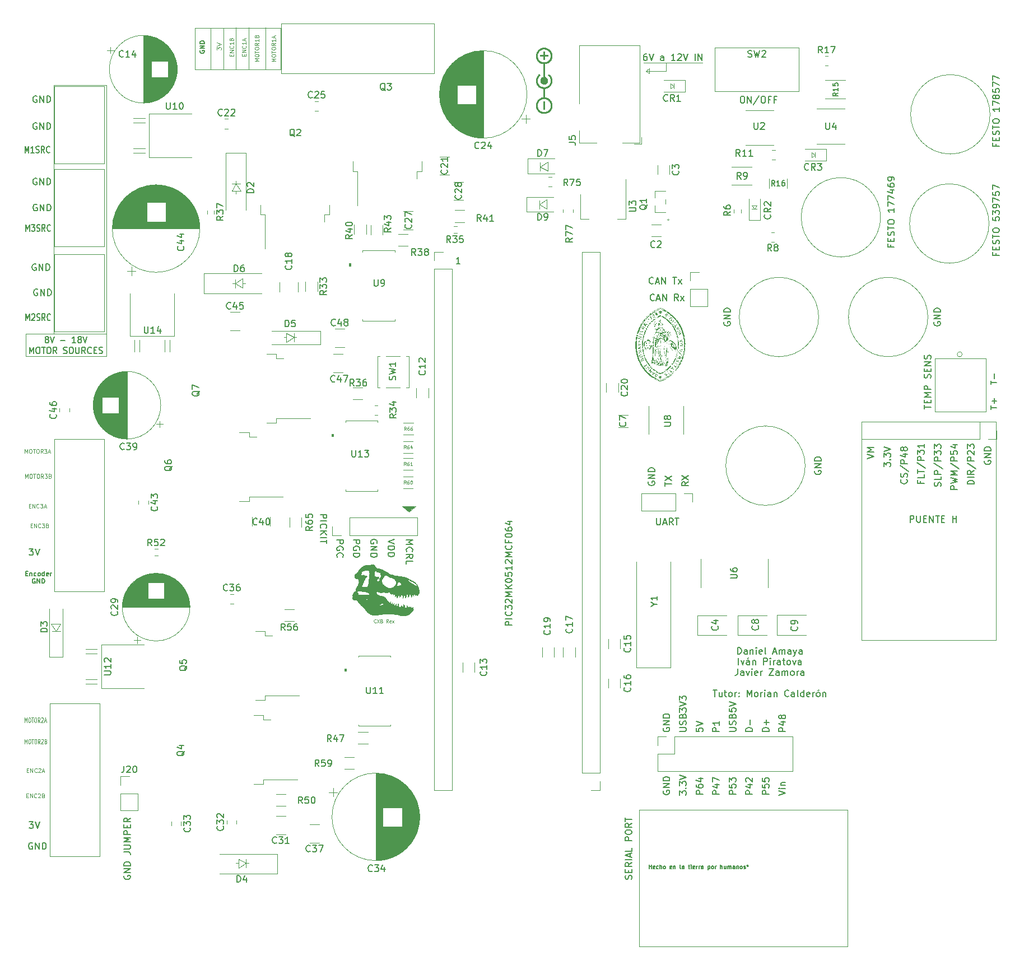
<source format=gbr>
%TF.GenerationSoftware,KiCad,Pcbnew,7.0.5*%
%TF.CreationDate,2023-08-28T12:49:26-05:00*%
%TF.ProjectId,Esquema_CBX_Rex,45737175-656d-4615-9f43-42585f526578,rev?*%
%TF.SameCoordinates,Original*%
%TF.FileFunction,Legend,Top*%
%TF.FilePolarity,Positive*%
%FSLAX46Y46*%
G04 Gerber Fmt 4.6, Leading zero omitted, Abs format (unit mm)*
G04 Created by KiCad (PCBNEW 7.0.5) date 2023-08-28 12:49:26*
%MOMM*%
%LPD*%
G01*
G04 APERTURE LIST*
%ADD10C,0.120000*%
%ADD11C,0.150000*%
%ADD12C,0.125000*%
%ADD13C,0.100000*%
G04 APERTURE END LIST*
D10*
X92710000Y-29260000D02*
X92710000Y-35560000D01*
X91186000Y-156337000D02*
X91186000Y-154940000D01*
X156972000Y-37719000D02*
X156972000Y-38481000D01*
X90805000Y-54356000D02*
X90805000Y-53975000D01*
X152781000Y-35814000D02*
X153289000Y-35433000D01*
X62992000Y-120523000D02*
X64262000Y-120523000D01*
X177800000Y-48133000D02*
X177800000Y-48895000D01*
X98425000Y-75438000D02*
X99568000Y-76073000D01*
X62865000Y-119380000D02*
X63627000Y-120523000D01*
X137795000Y-55245000D02*
X136652000Y-56007000D01*
X92329000Y-156210000D02*
X92329000Y-154940000D01*
X178308000Y-48514000D02*
X177800000Y-48133000D01*
X98044000Y-76073000D02*
X98425000Y-76073000D01*
X155829000Y-35814000D02*
X152781000Y-35814000D01*
X169164000Y-56642000D02*
X169545000Y-56134000D01*
X90170000Y-53975000D02*
X90805000Y-52832000D01*
X185360000Y-88840000D02*
X205660000Y-88840000D01*
X205660000Y-121840000D01*
X185360000Y-121840000D01*
X185360000Y-88840000D01*
X90678000Y-67310000D02*
X90678000Y-68580000D01*
X91440000Y-52832000D02*
X90170000Y-52832000D01*
X168783000Y-56134000D02*
X169164000Y-56642000D01*
X137922000Y-49530000D02*
X136779000Y-50292000D01*
X156464000Y-37719000D02*
X156464000Y-38481000D01*
X152400000Y-34544000D02*
X161290000Y-34544000D01*
X137922000Y-50927000D02*
X136779000Y-50292000D01*
X91186000Y-154940000D02*
X92329000Y-155575000D01*
X169545000Y-56134000D02*
X168783000Y-56134000D01*
X88900000Y-29325000D02*
X88900000Y-35625000D01*
X90805000Y-155575000D02*
X91186000Y-155575000D01*
X136652000Y-55372000D02*
X136652000Y-56642000D01*
X153289000Y-35433000D02*
X153289000Y-36195000D01*
X91821000Y-68580000D02*
X90678000Y-67945000D01*
X137922000Y-49530000D02*
X137922000Y-50927000D01*
X117000000Y-102500000D02*
X115920000Y-101630000D01*
X117960000Y-101630000D01*
X117000000Y-102500000D01*
G36*
X117000000Y-102500000D02*
G01*
X115920000Y-101630000D01*
X117960000Y-101630000D01*
X117000000Y-102500000D01*
G37*
X136779000Y-49657000D02*
X136779000Y-50927000D01*
X137795000Y-55245000D02*
X137795000Y-56642000D01*
X156972000Y-38100000D02*
X156464000Y-37719000D01*
X90678000Y-67945000D02*
X90297000Y-67945000D01*
X92202000Y-67945000D02*
X91821000Y-67945000D01*
X98425000Y-76835000D02*
X99568000Y-76073000D01*
X63246000Y-38005000D02*
X71230000Y-38005000D01*
X71230000Y-75565000D01*
X63246000Y-75565000D01*
X63246000Y-38005000D01*
X86995000Y-29315000D02*
X86995000Y-35615000D01*
X155829000Y-34544000D02*
X155829000Y-35814000D01*
X156464000Y-38481000D02*
X156972000Y-38100000D01*
X177800000Y-48895000D02*
X178308000Y-48514000D01*
X178308000Y-48133000D02*
X178308000Y-48895000D01*
X91186000Y-156337000D02*
X92329000Y-155575000D01*
X137795000Y-56642000D02*
X136652000Y-56007000D01*
X91821000Y-67183000D02*
X90678000Y-67945000D01*
X64262000Y-119380000D02*
X63627000Y-120523000D01*
X90805000Y-52832000D02*
X90805000Y-52451000D01*
X95250000Y-29260000D02*
X95250000Y-35560000D01*
X153289000Y-36195000D02*
X152781000Y-35814000D01*
X91821000Y-67183000D02*
X91821000Y-68580000D01*
X91567000Y-53975000D02*
X90805000Y-52832000D01*
X62865000Y-119380000D02*
X64262000Y-119380000D01*
X59020000Y-75565000D02*
X71230000Y-75565000D01*
X71230000Y-78975000D01*
X59020000Y-78975000D01*
X59020000Y-75565000D01*
X91567000Y-53975000D02*
X90170000Y-53975000D01*
X99568000Y-76708000D02*
X99568000Y-75438000D01*
X169545000Y-56642000D02*
X168783000Y-56642000D01*
X98425000Y-76835000D02*
X98425000Y-75438000D01*
X84625000Y-29305000D02*
X97595000Y-29305000D01*
X97595000Y-35615000D01*
X84625000Y-35615000D01*
X84625000Y-29305000D01*
X92329000Y-155575000D02*
X92710000Y-155575000D01*
X90805000Y-29260000D02*
X90805000Y-35560000D01*
X99568000Y-76073000D02*
X99949000Y-76073000D01*
D11*
X192700000Y-104054819D02*
X192700000Y-103054819D01*
X192700000Y-103054819D02*
X193080952Y-103054819D01*
X193080952Y-103054819D02*
X193176190Y-103102438D01*
X193176190Y-103102438D02*
X193223809Y-103150057D01*
X193223809Y-103150057D02*
X193271428Y-103245295D01*
X193271428Y-103245295D02*
X193271428Y-103388152D01*
X193271428Y-103388152D02*
X193223809Y-103483390D01*
X193223809Y-103483390D02*
X193176190Y-103531009D01*
X193176190Y-103531009D02*
X193080952Y-103578628D01*
X193080952Y-103578628D02*
X192700000Y-103578628D01*
X193700000Y-103054819D02*
X193700000Y-103864342D01*
X193700000Y-103864342D02*
X193747619Y-103959580D01*
X193747619Y-103959580D02*
X193795238Y-104007200D01*
X193795238Y-104007200D02*
X193890476Y-104054819D01*
X193890476Y-104054819D02*
X194080952Y-104054819D01*
X194080952Y-104054819D02*
X194176190Y-104007200D01*
X194176190Y-104007200D02*
X194223809Y-103959580D01*
X194223809Y-103959580D02*
X194271428Y-103864342D01*
X194271428Y-103864342D02*
X194271428Y-103054819D01*
X194747619Y-103531009D02*
X195080952Y-103531009D01*
X195223809Y-104054819D02*
X194747619Y-104054819D01*
X194747619Y-104054819D02*
X194747619Y-103054819D01*
X194747619Y-103054819D02*
X195223809Y-103054819D01*
X195652381Y-104054819D02*
X195652381Y-103054819D01*
X195652381Y-103054819D02*
X196223809Y-104054819D01*
X196223809Y-104054819D02*
X196223809Y-103054819D01*
X196557143Y-103054819D02*
X197128571Y-103054819D01*
X196842857Y-104054819D02*
X196842857Y-103054819D01*
X197461905Y-103531009D02*
X197795238Y-103531009D01*
X197938095Y-104054819D02*
X197461905Y-104054819D01*
X197461905Y-104054819D02*
X197461905Y-103054819D01*
X197461905Y-103054819D02*
X197938095Y-103054819D01*
X199128572Y-104054819D02*
X199128572Y-103054819D01*
X199128572Y-103531009D02*
X199700000Y-103531009D01*
X199700000Y-104054819D02*
X199700000Y-103054819D01*
X60038095Y-152537438D02*
X59942857Y-152489819D01*
X59942857Y-152489819D02*
X59800000Y-152489819D01*
X59800000Y-152489819D02*
X59657143Y-152537438D01*
X59657143Y-152537438D02*
X59561905Y-152632676D01*
X59561905Y-152632676D02*
X59514286Y-152727914D01*
X59514286Y-152727914D02*
X59466667Y-152918390D01*
X59466667Y-152918390D02*
X59466667Y-153061247D01*
X59466667Y-153061247D02*
X59514286Y-153251723D01*
X59514286Y-153251723D02*
X59561905Y-153346961D01*
X59561905Y-153346961D02*
X59657143Y-153442200D01*
X59657143Y-153442200D02*
X59800000Y-153489819D01*
X59800000Y-153489819D02*
X59895238Y-153489819D01*
X59895238Y-153489819D02*
X60038095Y-153442200D01*
X60038095Y-153442200D02*
X60085714Y-153394580D01*
X60085714Y-153394580D02*
X60085714Y-153061247D01*
X60085714Y-153061247D02*
X59895238Y-153061247D01*
X60514286Y-153489819D02*
X60514286Y-152489819D01*
X60514286Y-152489819D02*
X61085714Y-153489819D01*
X61085714Y-153489819D02*
X61085714Y-152489819D01*
X61561905Y-153489819D02*
X61561905Y-152489819D01*
X61561905Y-152489819D02*
X61800000Y-152489819D01*
X61800000Y-152489819D02*
X61942857Y-152537438D01*
X61942857Y-152537438D02*
X62038095Y-152632676D01*
X62038095Y-152632676D02*
X62085714Y-152727914D01*
X62085714Y-152727914D02*
X62133333Y-152918390D01*
X62133333Y-152918390D02*
X62133333Y-153061247D01*
X62133333Y-153061247D02*
X62085714Y-153251723D01*
X62085714Y-153251723D02*
X62038095Y-153346961D01*
X62038095Y-153346961D02*
X61942857Y-153442200D01*
X61942857Y-153442200D02*
X61800000Y-153489819D01*
X61800000Y-153489819D02*
X61561905Y-153489819D01*
D12*
X59214286Y-141556785D02*
X59414286Y-141556785D01*
X59500000Y-141871071D02*
X59214286Y-141871071D01*
X59214286Y-141871071D02*
X59214286Y-141271071D01*
X59214286Y-141271071D02*
X59500000Y-141271071D01*
X59757143Y-141871071D02*
X59757143Y-141271071D01*
X59757143Y-141271071D02*
X60100000Y-141871071D01*
X60100000Y-141871071D02*
X60100000Y-141271071D01*
X60728571Y-141813928D02*
X60699999Y-141842500D01*
X60699999Y-141842500D02*
X60614285Y-141871071D01*
X60614285Y-141871071D02*
X60557142Y-141871071D01*
X60557142Y-141871071D02*
X60471428Y-141842500D01*
X60471428Y-141842500D02*
X60414285Y-141785357D01*
X60414285Y-141785357D02*
X60385714Y-141728214D01*
X60385714Y-141728214D02*
X60357142Y-141613928D01*
X60357142Y-141613928D02*
X60357142Y-141528214D01*
X60357142Y-141528214D02*
X60385714Y-141413928D01*
X60385714Y-141413928D02*
X60414285Y-141356785D01*
X60414285Y-141356785D02*
X60471428Y-141299642D01*
X60471428Y-141299642D02*
X60557142Y-141271071D01*
X60557142Y-141271071D02*
X60614285Y-141271071D01*
X60614285Y-141271071D02*
X60699999Y-141299642D01*
X60699999Y-141299642D02*
X60728571Y-141328214D01*
X60957142Y-141328214D02*
X60985714Y-141299642D01*
X60985714Y-141299642D02*
X61042857Y-141271071D01*
X61042857Y-141271071D02*
X61185714Y-141271071D01*
X61185714Y-141271071D02*
X61242857Y-141299642D01*
X61242857Y-141299642D02*
X61271428Y-141328214D01*
X61271428Y-141328214D02*
X61299999Y-141385357D01*
X61299999Y-141385357D02*
X61299999Y-141442500D01*
X61299999Y-141442500D02*
X61271428Y-141528214D01*
X61271428Y-141528214D02*
X60928571Y-141871071D01*
X60928571Y-141871071D02*
X61299999Y-141871071D01*
X61528571Y-141699642D02*
X61814286Y-141699642D01*
X61471428Y-141871071D02*
X61671428Y-141271071D01*
X61671428Y-141271071D02*
X61871428Y-141871071D01*
D11*
X154404762Y-103454819D02*
X154404762Y-104264342D01*
X154404762Y-104264342D02*
X154452381Y-104359580D01*
X154452381Y-104359580D02*
X154500000Y-104407200D01*
X154500000Y-104407200D02*
X154595238Y-104454819D01*
X154595238Y-104454819D02*
X154785714Y-104454819D01*
X154785714Y-104454819D02*
X154880952Y-104407200D01*
X154880952Y-104407200D02*
X154928571Y-104359580D01*
X154928571Y-104359580D02*
X154976190Y-104264342D01*
X154976190Y-104264342D02*
X154976190Y-103454819D01*
X155404762Y-104169104D02*
X155880952Y-104169104D01*
X155309524Y-104454819D02*
X155642857Y-103454819D01*
X155642857Y-103454819D02*
X155976190Y-104454819D01*
X156880952Y-104454819D02*
X156547619Y-103978628D01*
X156309524Y-104454819D02*
X156309524Y-103454819D01*
X156309524Y-103454819D02*
X156690476Y-103454819D01*
X156690476Y-103454819D02*
X156785714Y-103502438D01*
X156785714Y-103502438D02*
X156833333Y-103550057D01*
X156833333Y-103550057D02*
X156880952Y-103645295D01*
X156880952Y-103645295D02*
X156880952Y-103788152D01*
X156880952Y-103788152D02*
X156833333Y-103883390D01*
X156833333Y-103883390D02*
X156785714Y-103931009D01*
X156785714Y-103931009D02*
X156690476Y-103978628D01*
X156690476Y-103978628D02*
X156309524Y-103978628D01*
X157166667Y-103454819D02*
X157738095Y-103454819D01*
X157452381Y-104454819D02*
X157452381Y-103454819D01*
X62142857Y-76378390D02*
X62057142Y-76330771D01*
X62057142Y-76330771D02*
X62014285Y-76283152D01*
X62014285Y-76283152D02*
X61971428Y-76187914D01*
X61971428Y-76187914D02*
X61971428Y-76140295D01*
X61971428Y-76140295D02*
X62014285Y-76045057D01*
X62014285Y-76045057D02*
X62057142Y-75997438D01*
X62057142Y-75997438D02*
X62142857Y-75949819D01*
X62142857Y-75949819D02*
X62314285Y-75949819D01*
X62314285Y-75949819D02*
X62400000Y-75997438D01*
X62400000Y-75997438D02*
X62442857Y-76045057D01*
X62442857Y-76045057D02*
X62485714Y-76140295D01*
X62485714Y-76140295D02*
X62485714Y-76187914D01*
X62485714Y-76187914D02*
X62442857Y-76283152D01*
X62442857Y-76283152D02*
X62400000Y-76330771D01*
X62400000Y-76330771D02*
X62314285Y-76378390D01*
X62314285Y-76378390D02*
X62142857Y-76378390D01*
X62142857Y-76378390D02*
X62057142Y-76426009D01*
X62057142Y-76426009D02*
X62014285Y-76473628D01*
X62014285Y-76473628D02*
X61971428Y-76568866D01*
X61971428Y-76568866D02*
X61971428Y-76759342D01*
X61971428Y-76759342D02*
X62014285Y-76854580D01*
X62014285Y-76854580D02*
X62057142Y-76902200D01*
X62057142Y-76902200D02*
X62142857Y-76949819D01*
X62142857Y-76949819D02*
X62314285Y-76949819D01*
X62314285Y-76949819D02*
X62400000Y-76902200D01*
X62400000Y-76902200D02*
X62442857Y-76854580D01*
X62442857Y-76854580D02*
X62485714Y-76759342D01*
X62485714Y-76759342D02*
X62485714Y-76568866D01*
X62485714Y-76568866D02*
X62442857Y-76473628D01*
X62442857Y-76473628D02*
X62400000Y-76426009D01*
X62400000Y-76426009D02*
X62314285Y-76378390D01*
X62742857Y-75949819D02*
X63042857Y-76949819D01*
X63042857Y-76949819D02*
X63342857Y-75949819D01*
X64328571Y-76568866D02*
X65014286Y-76568866D01*
X66600000Y-76949819D02*
X66085714Y-76949819D01*
X66342857Y-76949819D02*
X66342857Y-75949819D01*
X66342857Y-75949819D02*
X66257143Y-76092676D01*
X66257143Y-76092676D02*
X66171428Y-76187914D01*
X66171428Y-76187914D02*
X66085714Y-76235533D01*
X67114286Y-76378390D02*
X67028571Y-76330771D01*
X67028571Y-76330771D02*
X66985714Y-76283152D01*
X66985714Y-76283152D02*
X66942857Y-76187914D01*
X66942857Y-76187914D02*
X66942857Y-76140295D01*
X66942857Y-76140295D02*
X66985714Y-76045057D01*
X66985714Y-76045057D02*
X67028571Y-75997438D01*
X67028571Y-75997438D02*
X67114286Y-75949819D01*
X67114286Y-75949819D02*
X67285714Y-75949819D01*
X67285714Y-75949819D02*
X67371429Y-75997438D01*
X67371429Y-75997438D02*
X67414286Y-76045057D01*
X67414286Y-76045057D02*
X67457143Y-76140295D01*
X67457143Y-76140295D02*
X67457143Y-76187914D01*
X67457143Y-76187914D02*
X67414286Y-76283152D01*
X67414286Y-76283152D02*
X67371429Y-76330771D01*
X67371429Y-76330771D02*
X67285714Y-76378390D01*
X67285714Y-76378390D02*
X67114286Y-76378390D01*
X67114286Y-76378390D02*
X67028571Y-76426009D01*
X67028571Y-76426009D02*
X66985714Y-76473628D01*
X66985714Y-76473628D02*
X66942857Y-76568866D01*
X66942857Y-76568866D02*
X66942857Y-76759342D01*
X66942857Y-76759342D02*
X66985714Y-76854580D01*
X66985714Y-76854580D02*
X67028571Y-76902200D01*
X67028571Y-76902200D02*
X67114286Y-76949819D01*
X67114286Y-76949819D02*
X67285714Y-76949819D01*
X67285714Y-76949819D02*
X67371429Y-76902200D01*
X67371429Y-76902200D02*
X67414286Y-76854580D01*
X67414286Y-76854580D02*
X67457143Y-76759342D01*
X67457143Y-76759342D02*
X67457143Y-76568866D01*
X67457143Y-76568866D02*
X67414286Y-76473628D01*
X67414286Y-76473628D02*
X67371429Y-76426009D01*
X67371429Y-76426009D02*
X67285714Y-76378390D01*
X67714286Y-75949819D02*
X68014286Y-76949819D01*
X68014286Y-76949819D02*
X68314286Y-75949819D01*
X59614286Y-78559819D02*
X59614286Y-77559819D01*
X59614286Y-77559819D02*
X59914286Y-78274104D01*
X59914286Y-78274104D02*
X60214286Y-77559819D01*
X60214286Y-77559819D02*
X60214286Y-78559819D01*
X60814286Y-77559819D02*
X60985714Y-77559819D01*
X60985714Y-77559819D02*
X61071429Y-77607438D01*
X61071429Y-77607438D02*
X61157143Y-77702676D01*
X61157143Y-77702676D02*
X61200000Y-77893152D01*
X61200000Y-77893152D02*
X61200000Y-78226485D01*
X61200000Y-78226485D02*
X61157143Y-78416961D01*
X61157143Y-78416961D02*
X61071429Y-78512200D01*
X61071429Y-78512200D02*
X60985714Y-78559819D01*
X60985714Y-78559819D02*
X60814286Y-78559819D01*
X60814286Y-78559819D02*
X60728572Y-78512200D01*
X60728572Y-78512200D02*
X60642857Y-78416961D01*
X60642857Y-78416961D02*
X60600000Y-78226485D01*
X60600000Y-78226485D02*
X60600000Y-77893152D01*
X60600000Y-77893152D02*
X60642857Y-77702676D01*
X60642857Y-77702676D02*
X60728572Y-77607438D01*
X60728572Y-77607438D02*
X60814286Y-77559819D01*
X61457143Y-77559819D02*
X61971429Y-77559819D01*
X61714286Y-78559819D02*
X61714286Y-77559819D01*
X62442857Y-77559819D02*
X62614285Y-77559819D01*
X62614285Y-77559819D02*
X62700000Y-77607438D01*
X62700000Y-77607438D02*
X62785714Y-77702676D01*
X62785714Y-77702676D02*
X62828571Y-77893152D01*
X62828571Y-77893152D02*
X62828571Y-78226485D01*
X62828571Y-78226485D02*
X62785714Y-78416961D01*
X62785714Y-78416961D02*
X62700000Y-78512200D01*
X62700000Y-78512200D02*
X62614285Y-78559819D01*
X62614285Y-78559819D02*
X62442857Y-78559819D01*
X62442857Y-78559819D02*
X62357143Y-78512200D01*
X62357143Y-78512200D02*
X62271428Y-78416961D01*
X62271428Y-78416961D02*
X62228571Y-78226485D01*
X62228571Y-78226485D02*
X62228571Y-77893152D01*
X62228571Y-77893152D02*
X62271428Y-77702676D01*
X62271428Y-77702676D02*
X62357143Y-77607438D01*
X62357143Y-77607438D02*
X62442857Y-77559819D01*
X63728571Y-78559819D02*
X63428571Y-78083628D01*
X63214285Y-78559819D02*
X63214285Y-77559819D01*
X63214285Y-77559819D02*
X63557142Y-77559819D01*
X63557142Y-77559819D02*
X63642857Y-77607438D01*
X63642857Y-77607438D02*
X63685714Y-77655057D01*
X63685714Y-77655057D02*
X63728571Y-77750295D01*
X63728571Y-77750295D02*
X63728571Y-77893152D01*
X63728571Y-77893152D02*
X63685714Y-77988390D01*
X63685714Y-77988390D02*
X63642857Y-78036009D01*
X63642857Y-78036009D02*
X63557142Y-78083628D01*
X63557142Y-78083628D02*
X63214285Y-78083628D01*
X64757142Y-78512200D02*
X64885714Y-78559819D01*
X64885714Y-78559819D02*
X65099999Y-78559819D01*
X65099999Y-78559819D02*
X65185714Y-78512200D01*
X65185714Y-78512200D02*
X65228571Y-78464580D01*
X65228571Y-78464580D02*
X65271428Y-78369342D01*
X65271428Y-78369342D02*
X65271428Y-78274104D01*
X65271428Y-78274104D02*
X65228571Y-78178866D01*
X65228571Y-78178866D02*
X65185714Y-78131247D01*
X65185714Y-78131247D02*
X65099999Y-78083628D01*
X65099999Y-78083628D02*
X64928571Y-78036009D01*
X64928571Y-78036009D02*
X64842856Y-77988390D01*
X64842856Y-77988390D02*
X64799999Y-77940771D01*
X64799999Y-77940771D02*
X64757142Y-77845533D01*
X64757142Y-77845533D02*
X64757142Y-77750295D01*
X64757142Y-77750295D02*
X64799999Y-77655057D01*
X64799999Y-77655057D02*
X64842856Y-77607438D01*
X64842856Y-77607438D02*
X64928571Y-77559819D01*
X64928571Y-77559819D02*
X65142856Y-77559819D01*
X65142856Y-77559819D02*
X65271428Y-77607438D01*
X65828571Y-77559819D02*
X65999999Y-77559819D01*
X65999999Y-77559819D02*
X66085714Y-77607438D01*
X66085714Y-77607438D02*
X66171428Y-77702676D01*
X66171428Y-77702676D02*
X66214285Y-77893152D01*
X66214285Y-77893152D02*
X66214285Y-78226485D01*
X66214285Y-78226485D02*
X66171428Y-78416961D01*
X66171428Y-78416961D02*
X66085714Y-78512200D01*
X66085714Y-78512200D02*
X65999999Y-78559819D01*
X65999999Y-78559819D02*
X65828571Y-78559819D01*
X65828571Y-78559819D02*
X65742857Y-78512200D01*
X65742857Y-78512200D02*
X65657142Y-78416961D01*
X65657142Y-78416961D02*
X65614285Y-78226485D01*
X65614285Y-78226485D02*
X65614285Y-77893152D01*
X65614285Y-77893152D02*
X65657142Y-77702676D01*
X65657142Y-77702676D02*
X65742857Y-77607438D01*
X65742857Y-77607438D02*
X65828571Y-77559819D01*
X66599999Y-77559819D02*
X66599999Y-78369342D01*
X66599999Y-78369342D02*
X66642856Y-78464580D01*
X66642856Y-78464580D02*
X66685714Y-78512200D01*
X66685714Y-78512200D02*
X66771428Y-78559819D01*
X66771428Y-78559819D02*
X66942856Y-78559819D01*
X66942856Y-78559819D02*
X67028571Y-78512200D01*
X67028571Y-78512200D02*
X67071428Y-78464580D01*
X67071428Y-78464580D02*
X67114285Y-78369342D01*
X67114285Y-78369342D02*
X67114285Y-77559819D01*
X68057142Y-78559819D02*
X67757142Y-78083628D01*
X67542856Y-78559819D02*
X67542856Y-77559819D01*
X67542856Y-77559819D02*
X67885713Y-77559819D01*
X67885713Y-77559819D02*
X67971428Y-77607438D01*
X67971428Y-77607438D02*
X68014285Y-77655057D01*
X68014285Y-77655057D02*
X68057142Y-77750295D01*
X68057142Y-77750295D02*
X68057142Y-77893152D01*
X68057142Y-77893152D02*
X68014285Y-77988390D01*
X68014285Y-77988390D02*
X67971428Y-78036009D01*
X67971428Y-78036009D02*
X67885713Y-78083628D01*
X67885713Y-78083628D02*
X67542856Y-78083628D01*
X68957142Y-78464580D02*
X68914285Y-78512200D01*
X68914285Y-78512200D02*
X68785713Y-78559819D01*
X68785713Y-78559819D02*
X68699999Y-78559819D01*
X68699999Y-78559819D02*
X68571428Y-78512200D01*
X68571428Y-78512200D02*
X68485713Y-78416961D01*
X68485713Y-78416961D02*
X68442856Y-78321723D01*
X68442856Y-78321723D02*
X68399999Y-78131247D01*
X68399999Y-78131247D02*
X68399999Y-77988390D01*
X68399999Y-77988390D02*
X68442856Y-77797914D01*
X68442856Y-77797914D02*
X68485713Y-77702676D01*
X68485713Y-77702676D02*
X68571428Y-77607438D01*
X68571428Y-77607438D02*
X68699999Y-77559819D01*
X68699999Y-77559819D02*
X68785713Y-77559819D01*
X68785713Y-77559819D02*
X68914285Y-77607438D01*
X68914285Y-77607438D02*
X68957142Y-77655057D01*
X69342856Y-78036009D02*
X69642856Y-78036009D01*
X69771428Y-78559819D02*
X69342856Y-78559819D01*
X69342856Y-78559819D02*
X69342856Y-77559819D01*
X69342856Y-77559819D02*
X69771428Y-77559819D01*
X70114285Y-78512200D02*
X70242857Y-78559819D01*
X70242857Y-78559819D02*
X70457142Y-78559819D01*
X70457142Y-78559819D02*
X70542857Y-78512200D01*
X70542857Y-78512200D02*
X70585714Y-78464580D01*
X70585714Y-78464580D02*
X70628571Y-78369342D01*
X70628571Y-78369342D02*
X70628571Y-78274104D01*
X70628571Y-78274104D02*
X70585714Y-78178866D01*
X70585714Y-78178866D02*
X70542857Y-78131247D01*
X70542857Y-78131247D02*
X70457142Y-78083628D01*
X70457142Y-78083628D02*
X70285714Y-78036009D01*
X70285714Y-78036009D02*
X70199999Y-77988390D01*
X70199999Y-77988390D02*
X70157142Y-77940771D01*
X70157142Y-77940771D02*
X70114285Y-77845533D01*
X70114285Y-77845533D02*
X70114285Y-77750295D01*
X70114285Y-77750295D02*
X70157142Y-77655057D01*
X70157142Y-77655057D02*
X70199999Y-77607438D01*
X70199999Y-77607438D02*
X70285714Y-77559819D01*
X70285714Y-77559819D02*
X70499999Y-77559819D01*
X70499999Y-77559819D02*
X70628571Y-77607438D01*
X194291009Y-97829887D02*
X194291009Y-98163220D01*
X194814819Y-98163220D02*
X193814819Y-98163220D01*
X193814819Y-98163220D02*
X193814819Y-97687030D01*
X194814819Y-96829887D02*
X194814819Y-97306077D01*
X194814819Y-97306077D02*
X193814819Y-97306077D01*
X193814819Y-96639410D02*
X193814819Y-96067982D01*
X194814819Y-96353696D02*
X193814819Y-96353696D01*
X193767200Y-95020363D02*
X195052914Y-95877505D01*
X194814819Y-94687029D02*
X193814819Y-94687029D01*
X193814819Y-94687029D02*
X193814819Y-94306077D01*
X193814819Y-94306077D02*
X193862438Y-94210839D01*
X193862438Y-94210839D02*
X193910057Y-94163220D01*
X193910057Y-94163220D02*
X194005295Y-94115601D01*
X194005295Y-94115601D02*
X194148152Y-94115601D01*
X194148152Y-94115601D02*
X194243390Y-94163220D01*
X194243390Y-94163220D02*
X194291009Y-94210839D01*
X194291009Y-94210839D02*
X194338628Y-94306077D01*
X194338628Y-94306077D02*
X194338628Y-94687029D01*
X193814819Y-93782267D02*
X193814819Y-93163220D01*
X193814819Y-93163220D02*
X194195771Y-93496553D01*
X194195771Y-93496553D02*
X194195771Y-93353696D01*
X194195771Y-93353696D02*
X194243390Y-93258458D01*
X194243390Y-93258458D02*
X194291009Y-93210839D01*
X194291009Y-93210839D02*
X194386247Y-93163220D01*
X194386247Y-93163220D02*
X194624342Y-93163220D01*
X194624342Y-93163220D02*
X194719580Y-93210839D01*
X194719580Y-93210839D02*
X194767200Y-93258458D01*
X194767200Y-93258458D02*
X194814819Y-93353696D01*
X194814819Y-93353696D02*
X194814819Y-93639410D01*
X194814819Y-93639410D02*
X194767200Y-93734648D01*
X194767200Y-93734648D02*
X194719580Y-93782267D01*
X194814819Y-92210839D02*
X194814819Y-92782267D01*
X194814819Y-92496553D02*
X193814819Y-92496553D01*
X193814819Y-92496553D02*
X193957676Y-92591791D01*
X193957676Y-92591791D02*
X194052914Y-92687029D01*
X194052914Y-92687029D02*
X194100533Y-92782267D01*
X108545180Y-106738095D02*
X109545180Y-106738095D01*
X109545180Y-106738095D02*
X109545180Y-107119047D01*
X109545180Y-107119047D02*
X109497561Y-107214285D01*
X109497561Y-107214285D02*
X109449942Y-107261904D01*
X109449942Y-107261904D02*
X109354704Y-107309523D01*
X109354704Y-107309523D02*
X109211847Y-107309523D01*
X109211847Y-107309523D02*
X109116609Y-107261904D01*
X109116609Y-107261904D02*
X109068990Y-107214285D01*
X109068990Y-107214285D02*
X109021371Y-107119047D01*
X109021371Y-107119047D02*
X109021371Y-106738095D01*
X109497561Y-108261904D02*
X109545180Y-108166666D01*
X109545180Y-108166666D02*
X109545180Y-108023809D01*
X109545180Y-108023809D02*
X109497561Y-107880952D01*
X109497561Y-107880952D02*
X109402323Y-107785714D01*
X109402323Y-107785714D02*
X109307085Y-107738095D01*
X109307085Y-107738095D02*
X109116609Y-107690476D01*
X109116609Y-107690476D02*
X108973752Y-107690476D01*
X108973752Y-107690476D02*
X108783276Y-107738095D01*
X108783276Y-107738095D02*
X108688038Y-107785714D01*
X108688038Y-107785714D02*
X108592800Y-107880952D01*
X108592800Y-107880952D02*
X108545180Y-108023809D01*
X108545180Y-108023809D02*
X108545180Y-108119047D01*
X108545180Y-108119047D02*
X108592800Y-108261904D01*
X108592800Y-108261904D02*
X108640419Y-108309523D01*
X108640419Y-108309523D02*
X108973752Y-108309523D01*
X108973752Y-108309523D02*
X108973752Y-108119047D01*
X108545180Y-108738095D02*
X109545180Y-108738095D01*
X109545180Y-108738095D02*
X109545180Y-108976190D01*
X109545180Y-108976190D02*
X109497561Y-109119047D01*
X109497561Y-109119047D02*
X109402323Y-109214285D01*
X109402323Y-109214285D02*
X109307085Y-109261904D01*
X109307085Y-109261904D02*
X109116609Y-109309523D01*
X109116609Y-109309523D02*
X108973752Y-109309523D01*
X108973752Y-109309523D02*
X108783276Y-109261904D01*
X108783276Y-109261904D02*
X108688038Y-109214285D01*
X108688038Y-109214285D02*
X108592800Y-109119047D01*
X108592800Y-109119047D02*
X108545180Y-108976190D01*
X108545180Y-108976190D02*
X108545180Y-108738095D01*
X205671009Y-46838571D02*
X205671009Y-47171904D01*
X206194819Y-47171904D02*
X205194819Y-47171904D01*
X205194819Y-47171904D02*
X205194819Y-46695714D01*
X205671009Y-46314761D02*
X205671009Y-45981428D01*
X206194819Y-45838571D02*
X206194819Y-46314761D01*
X206194819Y-46314761D02*
X205194819Y-46314761D01*
X205194819Y-46314761D02*
X205194819Y-45838571D01*
X206147200Y-45457618D02*
X206194819Y-45314761D01*
X206194819Y-45314761D02*
X206194819Y-45076666D01*
X206194819Y-45076666D02*
X206147200Y-44981428D01*
X206147200Y-44981428D02*
X206099580Y-44933809D01*
X206099580Y-44933809D02*
X206004342Y-44886190D01*
X206004342Y-44886190D02*
X205909104Y-44886190D01*
X205909104Y-44886190D02*
X205813866Y-44933809D01*
X205813866Y-44933809D02*
X205766247Y-44981428D01*
X205766247Y-44981428D02*
X205718628Y-45076666D01*
X205718628Y-45076666D02*
X205671009Y-45267142D01*
X205671009Y-45267142D02*
X205623390Y-45362380D01*
X205623390Y-45362380D02*
X205575771Y-45409999D01*
X205575771Y-45409999D02*
X205480533Y-45457618D01*
X205480533Y-45457618D02*
X205385295Y-45457618D01*
X205385295Y-45457618D02*
X205290057Y-45409999D01*
X205290057Y-45409999D02*
X205242438Y-45362380D01*
X205242438Y-45362380D02*
X205194819Y-45267142D01*
X205194819Y-45267142D02*
X205194819Y-45029047D01*
X205194819Y-45029047D02*
X205242438Y-44886190D01*
X205194819Y-44600475D02*
X205194819Y-44029047D01*
X206194819Y-44314761D02*
X205194819Y-44314761D01*
X205194819Y-43505237D02*
X205194819Y-43314761D01*
X205194819Y-43314761D02*
X205242438Y-43219523D01*
X205242438Y-43219523D02*
X205337676Y-43124285D01*
X205337676Y-43124285D02*
X205528152Y-43076666D01*
X205528152Y-43076666D02*
X205861485Y-43076666D01*
X205861485Y-43076666D02*
X206051961Y-43124285D01*
X206051961Y-43124285D02*
X206147200Y-43219523D01*
X206147200Y-43219523D02*
X206194819Y-43314761D01*
X206194819Y-43314761D02*
X206194819Y-43505237D01*
X206194819Y-43505237D02*
X206147200Y-43600475D01*
X206147200Y-43600475D02*
X206051961Y-43695713D01*
X206051961Y-43695713D02*
X205861485Y-43743332D01*
X205861485Y-43743332D02*
X205528152Y-43743332D01*
X205528152Y-43743332D02*
X205337676Y-43695713D01*
X205337676Y-43695713D02*
X205242438Y-43600475D01*
X205242438Y-43600475D02*
X205194819Y-43505237D01*
X206194819Y-41362380D02*
X206194819Y-41933808D01*
X206194819Y-41648094D02*
X205194819Y-41648094D01*
X205194819Y-41648094D02*
X205337676Y-41743332D01*
X205337676Y-41743332D02*
X205432914Y-41838570D01*
X205432914Y-41838570D02*
X205480533Y-41933808D01*
X205194819Y-41029046D02*
X205194819Y-40362380D01*
X205194819Y-40362380D02*
X206194819Y-40790951D01*
X205623390Y-39838570D02*
X205575771Y-39933808D01*
X205575771Y-39933808D02*
X205528152Y-39981427D01*
X205528152Y-39981427D02*
X205432914Y-40029046D01*
X205432914Y-40029046D02*
X205385295Y-40029046D01*
X205385295Y-40029046D02*
X205290057Y-39981427D01*
X205290057Y-39981427D02*
X205242438Y-39933808D01*
X205242438Y-39933808D02*
X205194819Y-39838570D01*
X205194819Y-39838570D02*
X205194819Y-39648094D01*
X205194819Y-39648094D02*
X205242438Y-39552856D01*
X205242438Y-39552856D02*
X205290057Y-39505237D01*
X205290057Y-39505237D02*
X205385295Y-39457618D01*
X205385295Y-39457618D02*
X205432914Y-39457618D01*
X205432914Y-39457618D02*
X205528152Y-39505237D01*
X205528152Y-39505237D02*
X205575771Y-39552856D01*
X205575771Y-39552856D02*
X205623390Y-39648094D01*
X205623390Y-39648094D02*
X205623390Y-39838570D01*
X205623390Y-39838570D02*
X205671009Y-39933808D01*
X205671009Y-39933808D02*
X205718628Y-39981427D01*
X205718628Y-39981427D02*
X205813866Y-40029046D01*
X205813866Y-40029046D02*
X206004342Y-40029046D01*
X206004342Y-40029046D02*
X206099580Y-39981427D01*
X206099580Y-39981427D02*
X206147200Y-39933808D01*
X206147200Y-39933808D02*
X206194819Y-39838570D01*
X206194819Y-39838570D02*
X206194819Y-39648094D01*
X206194819Y-39648094D02*
X206147200Y-39552856D01*
X206147200Y-39552856D02*
X206099580Y-39505237D01*
X206099580Y-39505237D02*
X206004342Y-39457618D01*
X206004342Y-39457618D02*
X205813866Y-39457618D01*
X205813866Y-39457618D02*
X205718628Y-39505237D01*
X205718628Y-39505237D02*
X205671009Y-39552856D01*
X205671009Y-39552856D02*
X205623390Y-39648094D01*
X205194819Y-38552856D02*
X205194819Y-39029046D01*
X205194819Y-39029046D02*
X205671009Y-39076665D01*
X205671009Y-39076665D02*
X205623390Y-39029046D01*
X205623390Y-39029046D02*
X205575771Y-38933808D01*
X205575771Y-38933808D02*
X205575771Y-38695713D01*
X205575771Y-38695713D02*
X205623390Y-38600475D01*
X205623390Y-38600475D02*
X205671009Y-38552856D01*
X205671009Y-38552856D02*
X205766247Y-38505237D01*
X205766247Y-38505237D02*
X206004342Y-38505237D01*
X206004342Y-38505237D02*
X206099580Y-38552856D01*
X206099580Y-38552856D02*
X206147200Y-38600475D01*
X206147200Y-38600475D02*
X206194819Y-38695713D01*
X206194819Y-38695713D02*
X206194819Y-38933808D01*
X206194819Y-38933808D02*
X206147200Y-39029046D01*
X206147200Y-39029046D02*
X206099580Y-39076665D01*
X205194819Y-38171903D02*
X205194819Y-37505237D01*
X205194819Y-37505237D02*
X206194819Y-37933808D01*
X205194819Y-37219522D02*
X205194819Y-36552856D01*
X205194819Y-36552856D02*
X206194819Y-36981427D01*
X153241541Y-156418771D02*
X153241541Y-155818771D01*
X153241541Y-156104485D02*
X153584398Y-156104485D01*
X153584398Y-156418771D02*
X153584398Y-155818771D01*
X154098683Y-156390200D02*
X154041540Y-156418771D01*
X154041540Y-156418771D02*
X153927255Y-156418771D01*
X153927255Y-156418771D02*
X153870112Y-156390200D01*
X153870112Y-156390200D02*
X153841540Y-156333057D01*
X153841540Y-156333057D02*
X153841540Y-156104485D01*
X153841540Y-156104485D02*
X153870112Y-156047342D01*
X153870112Y-156047342D02*
X153927255Y-156018771D01*
X153927255Y-156018771D02*
X154041540Y-156018771D01*
X154041540Y-156018771D02*
X154098683Y-156047342D01*
X154098683Y-156047342D02*
X154127255Y-156104485D01*
X154127255Y-156104485D02*
X154127255Y-156161628D01*
X154127255Y-156161628D02*
X153841540Y-156218771D01*
X154641541Y-156390200D02*
X154584398Y-156418771D01*
X154584398Y-156418771D02*
X154470112Y-156418771D01*
X154470112Y-156418771D02*
X154412969Y-156390200D01*
X154412969Y-156390200D02*
X154384398Y-156361628D01*
X154384398Y-156361628D02*
X154355826Y-156304485D01*
X154355826Y-156304485D02*
X154355826Y-156133057D01*
X154355826Y-156133057D02*
X154384398Y-156075914D01*
X154384398Y-156075914D02*
X154412969Y-156047342D01*
X154412969Y-156047342D02*
X154470112Y-156018771D01*
X154470112Y-156018771D02*
X154584398Y-156018771D01*
X154584398Y-156018771D02*
X154641541Y-156047342D01*
X154898684Y-156418771D02*
X154898684Y-155818771D01*
X155155827Y-156418771D02*
X155155827Y-156104485D01*
X155155827Y-156104485D02*
X155127255Y-156047342D01*
X155127255Y-156047342D02*
X155070112Y-156018771D01*
X155070112Y-156018771D02*
X154984398Y-156018771D01*
X154984398Y-156018771D02*
X154927255Y-156047342D01*
X154927255Y-156047342D02*
X154898684Y-156075914D01*
X155527255Y-156418771D02*
X155470112Y-156390200D01*
X155470112Y-156390200D02*
X155441541Y-156361628D01*
X155441541Y-156361628D02*
X155412969Y-156304485D01*
X155412969Y-156304485D02*
X155412969Y-156133057D01*
X155412969Y-156133057D02*
X155441541Y-156075914D01*
X155441541Y-156075914D02*
X155470112Y-156047342D01*
X155470112Y-156047342D02*
X155527255Y-156018771D01*
X155527255Y-156018771D02*
X155612969Y-156018771D01*
X155612969Y-156018771D02*
X155670112Y-156047342D01*
X155670112Y-156047342D02*
X155698684Y-156075914D01*
X155698684Y-156075914D02*
X155727255Y-156133057D01*
X155727255Y-156133057D02*
X155727255Y-156304485D01*
X155727255Y-156304485D02*
X155698684Y-156361628D01*
X155698684Y-156361628D02*
X155670112Y-156390200D01*
X155670112Y-156390200D02*
X155612969Y-156418771D01*
X155612969Y-156418771D02*
X155527255Y-156418771D01*
X156670112Y-156390200D02*
X156612969Y-156418771D01*
X156612969Y-156418771D02*
X156498684Y-156418771D01*
X156498684Y-156418771D02*
X156441541Y-156390200D01*
X156441541Y-156390200D02*
X156412969Y-156333057D01*
X156412969Y-156333057D02*
X156412969Y-156104485D01*
X156412969Y-156104485D02*
X156441541Y-156047342D01*
X156441541Y-156047342D02*
X156498684Y-156018771D01*
X156498684Y-156018771D02*
X156612969Y-156018771D01*
X156612969Y-156018771D02*
X156670112Y-156047342D01*
X156670112Y-156047342D02*
X156698684Y-156104485D01*
X156698684Y-156104485D02*
X156698684Y-156161628D01*
X156698684Y-156161628D02*
X156412969Y-156218771D01*
X156955827Y-156018771D02*
X156955827Y-156418771D01*
X156955827Y-156075914D02*
X156984398Y-156047342D01*
X156984398Y-156047342D02*
X157041541Y-156018771D01*
X157041541Y-156018771D02*
X157127255Y-156018771D01*
X157127255Y-156018771D02*
X157184398Y-156047342D01*
X157184398Y-156047342D02*
X157212970Y-156104485D01*
X157212970Y-156104485D02*
X157212970Y-156418771D01*
X158041541Y-156418771D02*
X157984398Y-156390200D01*
X157984398Y-156390200D02*
X157955827Y-156333057D01*
X157955827Y-156333057D02*
X157955827Y-155818771D01*
X158527256Y-156418771D02*
X158527256Y-156104485D01*
X158527256Y-156104485D02*
X158498684Y-156047342D01*
X158498684Y-156047342D02*
X158441541Y-156018771D01*
X158441541Y-156018771D02*
X158327256Y-156018771D01*
X158327256Y-156018771D02*
X158270113Y-156047342D01*
X158527256Y-156390200D02*
X158470113Y-156418771D01*
X158470113Y-156418771D02*
X158327256Y-156418771D01*
X158327256Y-156418771D02*
X158270113Y-156390200D01*
X158270113Y-156390200D02*
X158241541Y-156333057D01*
X158241541Y-156333057D02*
X158241541Y-156275914D01*
X158241541Y-156275914D02*
X158270113Y-156218771D01*
X158270113Y-156218771D02*
X158327256Y-156190200D01*
X158327256Y-156190200D02*
X158470113Y-156190200D01*
X158470113Y-156190200D02*
X158527256Y-156161628D01*
X159184398Y-156018771D02*
X159412970Y-156018771D01*
X159270113Y-155818771D02*
X159270113Y-156333057D01*
X159270113Y-156333057D02*
X159298684Y-156390200D01*
X159298684Y-156390200D02*
X159355827Y-156418771D01*
X159355827Y-156418771D02*
X159412970Y-156418771D01*
X159612970Y-156418771D02*
X159612970Y-156018771D01*
X159612970Y-155818771D02*
X159584398Y-155847342D01*
X159584398Y-155847342D02*
X159612970Y-155875914D01*
X159612970Y-155875914D02*
X159641541Y-155847342D01*
X159641541Y-155847342D02*
X159612970Y-155818771D01*
X159612970Y-155818771D02*
X159612970Y-155875914D01*
X160127255Y-156390200D02*
X160070112Y-156418771D01*
X160070112Y-156418771D02*
X159955827Y-156418771D01*
X159955827Y-156418771D02*
X159898684Y-156390200D01*
X159898684Y-156390200D02*
X159870112Y-156333057D01*
X159870112Y-156333057D02*
X159870112Y-156104485D01*
X159870112Y-156104485D02*
X159898684Y-156047342D01*
X159898684Y-156047342D02*
X159955827Y-156018771D01*
X159955827Y-156018771D02*
X160070112Y-156018771D01*
X160070112Y-156018771D02*
X160127255Y-156047342D01*
X160127255Y-156047342D02*
X160155827Y-156104485D01*
X160155827Y-156104485D02*
X160155827Y-156161628D01*
X160155827Y-156161628D02*
X159870112Y-156218771D01*
X160412970Y-156418771D02*
X160412970Y-156018771D01*
X160412970Y-156133057D02*
X160441541Y-156075914D01*
X160441541Y-156075914D02*
X160470113Y-156047342D01*
X160470113Y-156047342D02*
X160527255Y-156018771D01*
X160527255Y-156018771D02*
X160584398Y-156018771D01*
X160784399Y-156418771D02*
X160784399Y-156018771D01*
X160784399Y-156133057D02*
X160812970Y-156075914D01*
X160812970Y-156075914D02*
X160841542Y-156047342D01*
X160841542Y-156047342D02*
X160898684Y-156018771D01*
X160898684Y-156018771D02*
X160955827Y-156018771D01*
X161412971Y-156418771D02*
X161412971Y-156104485D01*
X161412971Y-156104485D02*
X161384399Y-156047342D01*
X161384399Y-156047342D02*
X161327256Y-156018771D01*
X161327256Y-156018771D02*
X161212971Y-156018771D01*
X161212971Y-156018771D02*
X161155828Y-156047342D01*
X161412971Y-156390200D02*
X161355828Y-156418771D01*
X161355828Y-156418771D02*
X161212971Y-156418771D01*
X161212971Y-156418771D02*
X161155828Y-156390200D01*
X161155828Y-156390200D02*
X161127256Y-156333057D01*
X161127256Y-156333057D02*
X161127256Y-156275914D01*
X161127256Y-156275914D02*
X161155828Y-156218771D01*
X161155828Y-156218771D02*
X161212971Y-156190200D01*
X161212971Y-156190200D02*
X161355828Y-156190200D01*
X161355828Y-156190200D02*
X161412971Y-156161628D01*
X162155828Y-156018771D02*
X162155828Y-156618771D01*
X162155828Y-156047342D02*
X162212971Y-156018771D01*
X162212971Y-156018771D02*
X162327256Y-156018771D01*
X162327256Y-156018771D02*
X162384399Y-156047342D01*
X162384399Y-156047342D02*
X162412971Y-156075914D01*
X162412971Y-156075914D02*
X162441542Y-156133057D01*
X162441542Y-156133057D02*
X162441542Y-156304485D01*
X162441542Y-156304485D02*
X162412971Y-156361628D01*
X162412971Y-156361628D02*
X162384399Y-156390200D01*
X162384399Y-156390200D02*
X162327256Y-156418771D01*
X162327256Y-156418771D02*
X162212971Y-156418771D01*
X162212971Y-156418771D02*
X162155828Y-156390200D01*
X162784399Y-156418771D02*
X162727256Y-156390200D01*
X162727256Y-156390200D02*
X162698685Y-156361628D01*
X162698685Y-156361628D02*
X162670113Y-156304485D01*
X162670113Y-156304485D02*
X162670113Y-156133057D01*
X162670113Y-156133057D02*
X162698685Y-156075914D01*
X162698685Y-156075914D02*
X162727256Y-156047342D01*
X162727256Y-156047342D02*
X162784399Y-156018771D01*
X162784399Y-156018771D02*
X162870113Y-156018771D01*
X162870113Y-156018771D02*
X162927256Y-156047342D01*
X162927256Y-156047342D02*
X162955828Y-156075914D01*
X162955828Y-156075914D02*
X162984399Y-156133057D01*
X162984399Y-156133057D02*
X162984399Y-156304485D01*
X162984399Y-156304485D02*
X162955828Y-156361628D01*
X162955828Y-156361628D02*
X162927256Y-156390200D01*
X162927256Y-156390200D02*
X162870113Y-156418771D01*
X162870113Y-156418771D02*
X162784399Y-156418771D01*
X163241542Y-156418771D02*
X163241542Y-156018771D01*
X163241542Y-156133057D02*
X163270113Y-156075914D01*
X163270113Y-156075914D02*
X163298685Y-156047342D01*
X163298685Y-156047342D02*
X163355827Y-156018771D01*
X163355827Y-156018771D02*
X163412970Y-156018771D01*
X164070114Y-156418771D02*
X164070114Y-155818771D01*
X164327257Y-156418771D02*
X164327257Y-156104485D01*
X164327257Y-156104485D02*
X164298685Y-156047342D01*
X164298685Y-156047342D02*
X164241542Y-156018771D01*
X164241542Y-156018771D02*
X164155828Y-156018771D01*
X164155828Y-156018771D02*
X164098685Y-156047342D01*
X164098685Y-156047342D02*
X164070114Y-156075914D01*
X164870114Y-156018771D02*
X164870114Y-156418771D01*
X164612971Y-156018771D02*
X164612971Y-156333057D01*
X164612971Y-156333057D02*
X164641542Y-156390200D01*
X164641542Y-156390200D02*
X164698685Y-156418771D01*
X164698685Y-156418771D02*
X164784399Y-156418771D01*
X164784399Y-156418771D02*
X164841542Y-156390200D01*
X164841542Y-156390200D02*
X164870114Y-156361628D01*
X165155828Y-156418771D02*
X165155828Y-156018771D01*
X165155828Y-156075914D02*
X165184399Y-156047342D01*
X165184399Y-156047342D02*
X165241542Y-156018771D01*
X165241542Y-156018771D02*
X165327256Y-156018771D01*
X165327256Y-156018771D02*
X165384399Y-156047342D01*
X165384399Y-156047342D02*
X165412971Y-156104485D01*
X165412971Y-156104485D02*
X165412971Y-156418771D01*
X165412971Y-156104485D02*
X165441542Y-156047342D01*
X165441542Y-156047342D02*
X165498685Y-156018771D01*
X165498685Y-156018771D02*
X165584399Y-156018771D01*
X165584399Y-156018771D02*
X165641542Y-156047342D01*
X165641542Y-156047342D02*
X165670113Y-156104485D01*
X165670113Y-156104485D02*
X165670113Y-156418771D01*
X166212971Y-156418771D02*
X166212971Y-156104485D01*
X166212971Y-156104485D02*
X166184399Y-156047342D01*
X166184399Y-156047342D02*
X166127256Y-156018771D01*
X166127256Y-156018771D02*
X166012971Y-156018771D01*
X166012971Y-156018771D02*
X165955828Y-156047342D01*
X166212971Y-156390200D02*
X166155828Y-156418771D01*
X166155828Y-156418771D02*
X166012971Y-156418771D01*
X166012971Y-156418771D02*
X165955828Y-156390200D01*
X165955828Y-156390200D02*
X165927256Y-156333057D01*
X165927256Y-156333057D02*
X165927256Y-156275914D01*
X165927256Y-156275914D02*
X165955828Y-156218771D01*
X165955828Y-156218771D02*
X166012971Y-156190200D01*
X166012971Y-156190200D02*
X166155828Y-156190200D01*
X166155828Y-156190200D02*
X166212971Y-156161628D01*
X166498685Y-156018771D02*
X166498685Y-156418771D01*
X166498685Y-156075914D02*
X166527256Y-156047342D01*
X166527256Y-156047342D02*
X166584399Y-156018771D01*
X166584399Y-156018771D02*
X166670113Y-156018771D01*
X166670113Y-156018771D02*
X166727256Y-156047342D01*
X166727256Y-156047342D02*
X166755828Y-156104485D01*
X166755828Y-156104485D02*
X166755828Y-156418771D01*
X167127256Y-156418771D02*
X167070113Y-156390200D01*
X167070113Y-156390200D02*
X167041542Y-156361628D01*
X167041542Y-156361628D02*
X167012970Y-156304485D01*
X167012970Y-156304485D02*
X167012970Y-156133057D01*
X167012970Y-156133057D02*
X167041542Y-156075914D01*
X167041542Y-156075914D02*
X167070113Y-156047342D01*
X167070113Y-156047342D02*
X167127256Y-156018771D01*
X167127256Y-156018771D02*
X167212970Y-156018771D01*
X167212970Y-156018771D02*
X167270113Y-156047342D01*
X167270113Y-156047342D02*
X167298685Y-156075914D01*
X167298685Y-156075914D02*
X167327256Y-156133057D01*
X167327256Y-156133057D02*
X167327256Y-156304485D01*
X167327256Y-156304485D02*
X167298685Y-156361628D01*
X167298685Y-156361628D02*
X167270113Y-156390200D01*
X167270113Y-156390200D02*
X167212970Y-156418771D01*
X167212970Y-156418771D02*
X167127256Y-156418771D01*
X167555827Y-156390200D02*
X167612970Y-156418771D01*
X167612970Y-156418771D02*
X167727256Y-156418771D01*
X167727256Y-156418771D02*
X167784399Y-156390200D01*
X167784399Y-156390200D02*
X167812970Y-156333057D01*
X167812970Y-156333057D02*
X167812970Y-156304485D01*
X167812970Y-156304485D02*
X167784399Y-156247342D01*
X167784399Y-156247342D02*
X167727256Y-156218771D01*
X167727256Y-156218771D02*
X167641542Y-156218771D01*
X167641542Y-156218771D02*
X167584399Y-156190200D01*
X167584399Y-156190200D02*
X167555827Y-156133057D01*
X167555827Y-156133057D02*
X167555827Y-156104485D01*
X167555827Y-156104485D02*
X167584399Y-156047342D01*
X167584399Y-156047342D02*
X167641542Y-156018771D01*
X167641542Y-156018771D02*
X167727256Y-156018771D01*
X167727256Y-156018771D02*
X167784399Y-156047342D01*
X168155827Y-155818771D02*
X168155827Y-155961628D01*
X168012970Y-155904485D02*
X168155827Y-155961628D01*
X168155827Y-155961628D02*
X168298684Y-155904485D01*
X168070113Y-156075914D02*
X168155827Y-155961628D01*
X168155827Y-155961628D02*
X168241541Y-156075914D01*
D12*
X58900000Y-93616071D02*
X58900000Y-93016071D01*
X58900000Y-93016071D02*
X59100000Y-93444642D01*
X59100000Y-93444642D02*
X59300000Y-93016071D01*
X59300000Y-93016071D02*
X59300000Y-93616071D01*
X59699999Y-93016071D02*
X59814285Y-93016071D01*
X59814285Y-93016071D02*
X59871428Y-93044642D01*
X59871428Y-93044642D02*
X59928571Y-93101785D01*
X59928571Y-93101785D02*
X59957142Y-93216071D01*
X59957142Y-93216071D02*
X59957142Y-93416071D01*
X59957142Y-93416071D02*
X59928571Y-93530357D01*
X59928571Y-93530357D02*
X59871428Y-93587500D01*
X59871428Y-93587500D02*
X59814285Y-93616071D01*
X59814285Y-93616071D02*
X59699999Y-93616071D01*
X59699999Y-93616071D02*
X59642857Y-93587500D01*
X59642857Y-93587500D02*
X59585714Y-93530357D01*
X59585714Y-93530357D02*
X59557142Y-93416071D01*
X59557142Y-93416071D02*
X59557142Y-93216071D01*
X59557142Y-93216071D02*
X59585714Y-93101785D01*
X59585714Y-93101785D02*
X59642857Y-93044642D01*
X59642857Y-93044642D02*
X59699999Y-93016071D01*
X60128570Y-93016071D02*
X60471428Y-93016071D01*
X60299999Y-93616071D02*
X60299999Y-93016071D01*
X60785713Y-93016071D02*
X60899999Y-93016071D01*
X60899999Y-93016071D02*
X60957142Y-93044642D01*
X60957142Y-93044642D02*
X61014285Y-93101785D01*
X61014285Y-93101785D02*
X61042856Y-93216071D01*
X61042856Y-93216071D02*
X61042856Y-93416071D01*
X61042856Y-93416071D02*
X61014285Y-93530357D01*
X61014285Y-93530357D02*
X60957142Y-93587500D01*
X60957142Y-93587500D02*
X60899999Y-93616071D01*
X60899999Y-93616071D02*
X60785713Y-93616071D01*
X60785713Y-93616071D02*
X60728571Y-93587500D01*
X60728571Y-93587500D02*
X60671428Y-93530357D01*
X60671428Y-93530357D02*
X60642856Y-93416071D01*
X60642856Y-93416071D02*
X60642856Y-93216071D01*
X60642856Y-93216071D02*
X60671428Y-93101785D01*
X60671428Y-93101785D02*
X60728571Y-93044642D01*
X60728571Y-93044642D02*
X60785713Y-93016071D01*
X61642856Y-93616071D02*
X61442856Y-93330357D01*
X61299999Y-93616071D02*
X61299999Y-93016071D01*
X61299999Y-93016071D02*
X61528570Y-93016071D01*
X61528570Y-93016071D02*
X61585713Y-93044642D01*
X61585713Y-93044642D02*
X61614284Y-93073214D01*
X61614284Y-93073214D02*
X61642856Y-93130357D01*
X61642856Y-93130357D02*
X61642856Y-93216071D01*
X61642856Y-93216071D02*
X61614284Y-93273214D01*
X61614284Y-93273214D02*
X61585713Y-93301785D01*
X61585713Y-93301785D02*
X61528570Y-93330357D01*
X61528570Y-93330357D02*
X61299999Y-93330357D01*
X61842856Y-93016071D02*
X62214284Y-93016071D01*
X62214284Y-93016071D02*
X62014284Y-93244642D01*
X62014284Y-93244642D02*
X62099999Y-93244642D01*
X62099999Y-93244642D02*
X62157142Y-93273214D01*
X62157142Y-93273214D02*
X62185713Y-93301785D01*
X62185713Y-93301785D02*
X62214284Y-93358928D01*
X62214284Y-93358928D02*
X62214284Y-93501785D01*
X62214284Y-93501785D02*
X62185713Y-93558928D01*
X62185713Y-93558928D02*
X62157142Y-93587500D01*
X62157142Y-93587500D02*
X62099999Y-93616071D01*
X62099999Y-93616071D02*
X61928570Y-93616071D01*
X61928570Y-93616071D02*
X61871427Y-93587500D01*
X61871427Y-93587500D02*
X61842856Y-93558928D01*
X62442856Y-93444642D02*
X62728571Y-93444642D01*
X62385713Y-93616071D02*
X62585713Y-93016071D01*
X62585713Y-93016071D02*
X62785713Y-93616071D01*
D11*
X202384819Y-98276189D02*
X201384819Y-98276189D01*
X201384819Y-98276189D02*
X201384819Y-98038094D01*
X201384819Y-98038094D02*
X201432438Y-97895237D01*
X201432438Y-97895237D02*
X201527676Y-97799999D01*
X201527676Y-97799999D02*
X201622914Y-97752380D01*
X201622914Y-97752380D02*
X201813390Y-97704761D01*
X201813390Y-97704761D02*
X201956247Y-97704761D01*
X201956247Y-97704761D02*
X202146723Y-97752380D01*
X202146723Y-97752380D02*
X202241961Y-97799999D01*
X202241961Y-97799999D02*
X202337200Y-97895237D01*
X202337200Y-97895237D02*
X202384819Y-98038094D01*
X202384819Y-98038094D02*
X202384819Y-98276189D01*
X202384819Y-97276189D02*
X201384819Y-97276189D01*
X202384819Y-96228571D02*
X201908628Y-96561904D01*
X202384819Y-96799999D02*
X201384819Y-96799999D01*
X201384819Y-96799999D02*
X201384819Y-96419047D01*
X201384819Y-96419047D02*
X201432438Y-96323809D01*
X201432438Y-96323809D02*
X201480057Y-96276190D01*
X201480057Y-96276190D02*
X201575295Y-96228571D01*
X201575295Y-96228571D02*
X201718152Y-96228571D01*
X201718152Y-96228571D02*
X201813390Y-96276190D01*
X201813390Y-96276190D02*
X201861009Y-96323809D01*
X201861009Y-96323809D02*
X201908628Y-96419047D01*
X201908628Y-96419047D02*
X201908628Y-96799999D01*
X201337200Y-95085714D02*
X202622914Y-95942856D01*
X202384819Y-94752380D02*
X201384819Y-94752380D01*
X201384819Y-94752380D02*
X201384819Y-94371428D01*
X201384819Y-94371428D02*
X201432438Y-94276190D01*
X201432438Y-94276190D02*
X201480057Y-94228571D01*
X201480057Y-94228571D02*
X201575295Y-94180952D01*
X201575295Y-94180952D02*
X201718152Y-94180952D01*
X201718152Y-94180952D02*
X201813390Y-94228571D01*
X201813390Y-94228571D02*
X201861009Y-94276190D01*
X201861009Y-94276190D02*
X201908628Y-94371428D01*
X201908628Y-94371428D02*
X201908628Y-94752380D01*
X201480057Y-93799999D02*
X201432438Y-93752380D01*
X201432438Y-93752380D02*
X201384819Y-93657142D01*
X201384819Y-93657142D02*
X201384819Y-93419047D01*
X201384819Y-93419047D02*
X201432438Y-93323809D01*
X201432438Y-93323809D02*
X201480057Y-93276190D01*
X201480057Y-93276190D02*
X201575295Y-93228571D01*
X201575295Y-93228571D02*
X201670533Y-93228571D01*
X201670533Y-93228571D02*
X201813390Y-93276190D01*
X201813390Y-93276190D02*
X202384819Y-93847618D01*
X202384819Y-93847618D02*
X202384819Y-93228571D01*
X201384819Y-92895237D02*
X201384819Y-92276190D01*
X201384819Y-92276190D02*
X201765771Y-92609523D01*
X201765771Y-92609523D02*
X201765771Y-92466666D01*
X201765771Y-92466666D02*
X201813390Y-92371428D01*
X201813390Y-92371428D02*
X201861009Y-92323809D01*
X201861009Y-92323809D02*
X201956247Y-92276190D01*
X201956247Y-92276190D02*
X202194342Y-92276190D01*
X202194342Y-92276190D02*
X202289580Y-92323809D01*
X202289580Y-92323809D02*
X202337200Y-92371428D01*
X202337200Y-92371428D02*
X202384819Y-92466666D01*
X202384819Y-92466666D02*
X202384819Y-92752380D01*
X202384819Y-92752380D02*
X202337200Y-92847618D01*
X202337200Y-92847618D02*
X202289580Y-92895237D01*
X85374366Y-32748332D02*
X85341033Y-32814999D01*
X85341033Y-32814999D02*
X85341033Y-32914999D01*
X85341033Y-32914999D02*
X85374366Y-33014999D01*
X85374366Y-33014999D02*
X85441033Y-33081666D01*
X85441033Y-33081666D02*
X85507700Y-33114999D01*
X85507700Y-33114999D02*
X85641033Y-33148332D01*
X85641033Y-33148332D02*
X85741033Y-33148332D01*
X85741033Y-33148332D02*
X85874366Y-33114999D01*
X85874366Y-33114999D02*
X85941033Y-33081666D01*
X85941033Y-33081666D02*
X86007700Y-33014999D01*
X86007700Y-33014999D02*
X86041033Y-32914999D01*
X86041033Y-32914999D02*
X86041033Y-32848332D01*
X86041033Y-32848332D02*
X86007700Y-32748332D01*
X86007700Y-32748332D02*
X85974366Y-32714999D01*
X85974366Y-32714999D02*
X85741033Y-32714999D01*
X85741033Y-32714999D02*
X85741033Y-32848332D01*
X86041033Y-32414999D02*
X85341033Y-32414999D01*
X85341033Y-32414999D02*
X86041033Y-32014999D01*
X86041033Y-32014999D02*
X85341033Y-32014999D01*
X86041033Y-31681666D02*
X85341033Y-31681666D01*
X85341033Y-31681666D02*
X85341033Y-31514999D01*
X85341033Y-31514999D02*
X85374366Y-31414999D01*
X85374366Y-31414999D02*
X85441033Y-31348333D01*
X85441033Y-31348333D02*
X85507700Y-31314999D01*
X85507700Y-31314999D02*
X85641033Y-31281666D01*
X85641033Y-31281666D02*
X85741033Y-31281666D01*
X85741033Y-31281666D02*
X85874366Y-31314999D01*
X85874366Y-31314999D02*
X85941033Y-31348333D01*
X85941033Y-31348333D02*
X86007700Y-31414999D01*
X86007700Y-31414999D02*
X86041033Y-31514999D01*
X86041033Y-31514999D02*
X86041033Y-31681666D01*
X167276190Y-39654819D02*
X167466666Y-39654819D01*
X167466666Y-39654819D02*
X167561904Y-39702438D01*
X167561904Y-39702438D02*
X167657142Y-39797676D01*
X167657142Y-39797676D02*
X167704761Y-39988152D01*
X167704761Y-39988152D02*
X167704761Y-40321485D01*
X167704761Y-40321485D02*
X167657142Y-40511961D01*
X167657142Y-40511961D02*
X167561904Y-40607200D01*
X167561904Y-40607200D02*
X167466666Y-40654819D01*
X167466666Y-40654819D02*
X167276190Y-40654819D01*
X167276190Y-40654819D02*
X167180952Y-40607200D01*
X167180952Y-40607200D02*
X167085714Y-40511961D01*
X167085714Y-40511961D02*
X167038095Y-40321485D01*
X167038095Y-40321485D02*
X167038095Y-39988152D01*
X167038095Y-39988152D02*
X167085714Y-39797676D01*
X167085714Y-39797676D02*
X167180952Y-39702438D01*
X167180952Y-39702438D02*
X167276190Y-39654819D01*
X168133333Y-40654819D02*
X168133333Y-39654819D01*
X168133333Y-39654819D02*
X168704761Y-40654819D01*
X168704761Y-40654819D02*
X168704761Y-39654819D01*
X169895237Y-39607200D02*
X169038095Y-40892914D01*
X170419047Y-39654819D02*
X170609523Y-39654819D01*
X170609523Y-39654819D02*
X170704761Y-39702438D01*
X170704761Y-39702438D02*
X170799999Y-39797676D01*
X170799999Y-39797676D02*
X170847618Y-39988152D01*
X170847618Y-39988152D02*
X170847618Y-40321485D01*
X170847618Y-40321485D02*
X170799999Y-40511961D01*
X170799999Y-40511961D02*
X170704761Y-40607200D01*
X170704761Y-40607200D02*
X170609523Y-40654819D01*
X170609523Y-40654819D02*
X170419047Y-40654819D01*
X170419047Y-40654819D02*
X170323809Y-40607200D01*
X170323809Y-40607200D02*
X170228571Y-40511961D01*
X170228571Y-40511961D02*
X170180952Y-40321485D01*
X170180952Y-40321485D02*
X170180952Y-39988152D01*
X170180952Y-39988152D02*
X170228571Y-39797676D01*
X170228571Y-39797676D02*
X170323809Y-39702438D01*
X170323809Y-39702438D02*
X170419047Y-39654819D01*
X171609523Y-40131009D02*
X171276190Y-40131009D01*
X171276190Y-40654819D02*
X171276190Y-39654819D01*
X171276190Y-39654819D02*
X171752380Y-39654819D01*
X172466666Y-40131009D02*
X172133333Y-40131009D01*
X172133333Y-40654819D02*
X172133333Y-39654819D01*
X172133333Y-39654819D02*
X172609523Y-39654819D01*
X204884057Y-86985713D02*
X204884057Y-86414285D01*
X205784057Y-86699999D02*
X204884057Y-86699999D01*
X205441200Y-86080951D02*
X205441200Y-85319047D01*
X205784057Y-85699999D02*
X205098342Y-85699999D01*
X204884057Y-83223809D02*
X204884057Y-82652381D01*
X205784057Y-82938095D02*
X204884057Y-82938095D01*
X205441200Y-82319047D02*
X205441200Y-81557143D01*
D12*
X58905952Y-137527333D02*
X58905952Y-136827333D01*
X58905952Y-136827333D02*
X59072619Y-137327333D01*
X59072619Y-137327333D02*
X59239285Y-136827333D01*
X59239285Y-136827333D02*
X59239285Y-137527333D01*
X59572619Y-136827333D02*
X59667857Y-136827333D01*
X59667857Y-136827333D02*
X59715476Y-136860666D01*
X59715476Y-136860666D02*
X59763095Y-136927333D01*
X59763095Y-136927333D02*
X59786905Y-137060666D01*
X59786905Y-137060666D02*
X59786905Y-137294000D01*
X59786905Y-137294000D02*
X59763095Y-137427333D01*
X59763095Y-137427333D02*
X59715476Y-137494000D01*
X59715476Y-137494000D02*
X59667857Y-137527333D01*
X59667857Y-137527333D02*
X59572619Y-137527333D01*
X59572619Y-137527333D02*
X59525000Y-137494000D01*
X59525000Y-137494000D02*
X59477381Y-137427333D01*
X59477381Y-137427333D02*
X59453572Y-137294000D01*
X59453572Y-137294000D02*
X59453572Y-137060666D01*
X59453572Y-137060666D02*
X59477381Y-136927333D01*
X59477381Y-136927333D02*
X59525000Y-136860666D01*
X59525000Y-136860666D02*
X59572619Y-136827333D01*
X59929763Y-136827333D02*
X60215477Y-136827333D01*
X60072620Y-137527333D02*
X60072620Y-136827333D01*
X60477381Y-136827333D02*
X60572619Y-136827333D01*
X60572619Y-136827333D02*
X60620238Y-136860666D01*
X60620238Y-136860666D02*
X60667857Y-136927333D01*
X60667857Y-136927333D02*
X60691667Y-137060666D01*
X60691667Y-137060666D02*
X60691667Y-137294000D01*
X60691667Y-137294000D02*
X60667857Y-137427333D01*
X60667857Y-137427333D02*
X60620238Y-137494000D01*
X60620238Y-137494000D02*
X60572619Y-137527333D01*
X60572619Y-137527333D02*
X60477381Y-137527333D01*
X60477381Y-137527333D02*
X60429762Y-137494000D01*
X60429762Y-137494000D02*
X60382143Y-137427333D01*
X60382143Y-137427333D02*
X60358334Y-137294000D01*
X60358334Y-137294000D02*
X60358334Y-137060666D01*
X60358334Y-137060666D02*
X60382143Y-136927333D01*
X60382143Y-136927333D02*
X60429762Y-136860666D01*
X60429762Y-136860666D02*
X60477381Y-136827333D01*
X61191667Y-137527333D02*
X61025001Y-137194000D01*
X60905953Y-137527333D02*
X60905953Y-136827333D01*
X60905953Y-136827333D02*
X61096429Y-136827333D01*
X61096429Y-136827333D02*
X61144048Y-136860666D01*
X61144048Y-136860666D02*
X61167858Y-136894000D01*
X61167858Y-136894000D02*
X61191667Y-136960666D01*
X61191667Y-136960666D02*
X61191667Y-137060666D01*
X61191667Y-137060666D02*
X61167858Y-137127333D01*
X61167858Y-137127333D02*
X61144048Y-137160666D01*
X61144048Y-137160666D02*
X61096429Y-137194000D01*
X61096429Y-137194000D02*
X60905953Y-137194000D01*
X61382144Y-136894000D02*
X61405953Y-136860666D01*
X61405953Y-136860666D02*
X61453572Y-136827333D01*
X61453572Y-136827333D02*
X61572620Y-136827333D01*
X61572620Y-136827333D02*
X61620239Y-136860666D01*
X61620239Y-136860666D02*
X61644048Y-136894000D01*
X61644048Y-136894000D02*
X61667858Y-136960666D01*
X61667858Y-136960666D02*
X61667858Y-137027333D01*
X61667858Y-137027333D02*
X61644048Y-137127333D01*
X61644048Y-137127333D02*
X61358334Y-137527333D01*
X61358334Y-137527333D02*
X61667858Y-137527333D01*
X62048810Y-137160666D02*
X62120238Y-137194000D01*
X62120238Y-137194000D02*
X62144048Y-137227333D01*
X62144048Y-137227333D02*
X62167857Y-137294000D01*
X62167857Y-137294000D02*
X62167857Y-137394000D01*
X62167857Y-137394000D02*
X62144048Y-137460666D01*
X62144048Y-137460666D02*
X62120238Y-137494000D01*
X62120238Y-137494000D02*
X62072619Y-137527333D01*
X62072619Y-137527333D02*
X61882143Y-137527333D01*
X61882143Y-137527333D02*
X61882143Y-136827333D01*
X61882143Y-136827333D02*
X62048810Y-136827333D01*
X62048810Y-136827333D02*
X62096429Y-136860666D01*
X62096429Y-136860666D02*
X62120238Y-136894000D01*
X62120238Y-136894000D02*
X62144048Y-136960666D01*
X62144048Y-136960666D02*
X62144048Y-137027333D01*
X62144048Y-137027333D02*
X62120238Y-137094000D01*
X62120238Y-137094000D02*
X62096429Y-137127333D01*
X62096429Y-137127333D02*
X62048810Y-137160666D01*
X62048810Y-137160666D02*
X61882143Y-137160666D01*
X94251071Y-34347856D02*
X93651071Y-34347856D01*
X93651071Y-34347856D02*
X94079642Y-34147856D01*
X94079642Y-34147856D02*
X93651071Y-33947856D01*
X93651071Y-33947856D02*
X94251071Y-33947856D01*
X93651071Y-33547857D02*
X93651071Y-33433571D01*
X93651071Y-33433571D02*
X93679642Y-33376428D01*
X93679642Y-33376428D02*
X93736785Y-33319285D01*
X93736785Y-33319285D02*
X93851071Y-33290714D01*
X93851071Y-33290714D02*
X94051071Y-33290714D01*
X94051071Y-33290714D02*
X94165357Y-33319285D01*
X94165357Y-33319285D02*
X94222500Y-33376428D01*
X94222500Y-33376428D02*
X94251071Y-33433571D01*
X94251071Y-33433571D02*
X94251071Y-33547857D01*
X94251071Y-33547857D02*
X94222500Y-33605000D01*
X94222500Y-33605000D02*
X94165357Y-33662142D01*
X94165357Y-33662142D02*
X94051071Y-33690714D01*
X94051071Y-33690714D02*
X93851071Y-33690714D01*
X93851071Y-33690714D02*
X93736785Y-33662142D01*
X93736785Y-33662142D02*
X93679642Y-33605000D01*
X93679642Y-33605000D02*
X93651071Y-33547857D01*
X93651071Y-33119286D02*
X93651071Y-32776429D01*
X94251071Y-32947857D02*
X93651071Y-32947857D01*
X93651071Y-32462143D02*
X93651071Y-32347857D01*
X93651071Y-32347857D02*
X93679642Y-32290714D01*
X93679642Y-32290714D02*
X93736785Y-32233571D01*
X93736785Y-32233571D02*
X93851071Y-32205000D01*
X93851071Y-32205000D02*
X94051071Y-32205000D01*
X94051071Y-32205000D02*
X94165357Y-32233571D01*
X94165357Y-32233571D02*
X94222500Y-32290714D01*
X94222500Y-32290714D02*
X94251071Y-32347857D01*
X94251071Y-32347857D02*
X94251071Y-32462143D01*
X94251071Y-32462143D02*
X94222500Y-32519286D01*
X94222500Y-32519286D02*
X94165357Y-32576428D01*
X94165357Y-32576428D02*
X94051071Y-32605000D01*
X94051071Y-32605000D02*
X93851071Y-32605000D01*
X93851071Y-32605000D02*
X93736785Y-32576428D01*
X93736785Y-32576428D02*
X93679642Y-32519286D01*
X93679642Y-32519286D02*
X93651071Y-32462143D01*
X94251071Y-31605000D02*
X93965357Y-31805000D01*
X94251071Y-31947857D02*
X93651071Y-31947857D01*
X93651071Y-31947857D02*
X93651071Y-31719286D01*
X93651071Y-31719286D02*
X93679642Y-31662143D01*
X93679642Y-31662143D02*
X93708214Y-31633572D01*
X93708214Y-31633572D02*
X93765357Y-31605000D01*
X93765357Y-31605000D02*
X93851071Y-31605000D01*
X93851071Y-31605000D02*
X93908214Y-31633572D01*
X93908214Y-31633572D02*
X93936785Y-31662143D01*
X93936785Y-31662143D02*
X93965357Y-31719286D01*
X93965357Y-31719286D02*
X93965357Y-31947857D01*
X94251071Y-31033572D02*
X94251071Y-31376429D01*
X94251071Y-31205000D02*
X93651071Y-31205000D01*
X93651071Y-31205000D02*
X93736785Y-31262143D01*
X93736785Y-31262143D02*
X93793928Y-31319286D01*
X93793928Y-31319286D02*
X93822500Y-31376429D01*
X93936785Y-30576428D02*
X93965357Y-30490714D01*
X93965357Y-30490714D02*
X93993928Y-30462143D01*
X93993928Y-30462143D02*
X94051071Y-30433571D01*
X94051071Y-30433571D02*
X94136785Y-30433571D01*
X94136785Y-30433571D02*
X94193928Y-30462143D01*
X94193928Y-30462143D02*
X94222500Y-30490714D01*
X94222500Y-30490714D02*
X94251071Y-30547857D01*
X94251071Y-30547857D02*
X94251071Y-30776428D01*
X94251071Y-30776428D02*
X93651071Y-30776428D01*
X93651071Y-30776428D02*
X93651071Y-30576428D01*
X93651071Y-30576428D02*
X93679642Y-30519286D01*
X93679642Y-30519286D02*
X93708214Y-30490714D01*
X93708214Y-30490714D02*
X93765357Y-30462143D01*
X93765357Y-30462143D02*
X93822500Y-30462143D01*
X93822500Y-30462143D02*
X93879642Y-30490714D01*
X93879642Y-30490714D02*
X93908214Y-30519286D01*
X93908214Y-30519286D02*
X93936785Y-30576428D01*
X93936785Y-30576428D02*
X93936785Y-30776428D01*
D11*
X163869819Y-135663220D02*
X162869819Y-135663220D01*
X162869819Y-135663220D02*
X162869819Y-135282268D01*
X162869819Y-135282268D02*
X162917438Y-135187030D01*
X162917438Y-135187030D02*
X162965057Y-135139411D01*
X162965057Y-135139411D02*
X163060295Y-135091792D01*
X163060295Y-135091792D02*
X163203152Y-135091792D01*
X163203152Y-135091792D02*
X163298390Y-135139411D01*
X163298390Y-135139411D02*
X163346009Y-135187030D01*
X163346009Y-135187030D02*
X163393628Y-135282268D01*
X163393628Y-135282268D02*
X163393628Y-135663220D01*
X163869819Y-134139411D02*
X163869819Y-134710839D01*
X163869819Y-134425125D02*
X162869819Y-134425125D01*
X162869819Y-134425125D02*
X163012676Y-134520363D01*
X163012676Y-134520363D02*
X163107914Y-134615601D01*
X163107914Y-134615601D02*
X163155533Y-134710839D01*
X59563095Y-108039819D02*
X60182142Y-108039819D01*
X60182142Y-108039819D02*
X59848809Y-108420771D01*
X59848809Y-108420771D02*
X59991666Y-108420771D01*
X59991666Y-108420771D02*
X60086904Y-108468390D01*
X60086904Y-108468390D02*
X60134523Y-108516009D01*
X60134523Y-108516009D02*
X60182142Y-108611247D01*
X60182142Y-108611247D02*
X60182142Y-108849342D01*
X60182142Y-108849342D02*
X60134523Y-108944580D01*
X60134523Y-108944580D02*
X60086904Y-108992200D01*
X60086904Y-108992200D02*
X59991666Y-109039819D01*
X59991666Y-109039819D02*
X59705952Y-109039819D01*
X59705952Y-109039819D02*
X59610714Y-108992200D01*
X59610714Y-108992200D02*
X59563095Y-108944580D01*
X60467857Y-108039819D02*
X60801190Y-109039819D01*
X60801190Y-109039819D02*
X61134523Y-108039819D01*
D12*
X59171429Y-145371785D02*
X59371429Y-145371785D01*
X59457143Y-145686071D02*
X59171429Y-145686071D01*
X59171429Y-145686071D02*
X59171429Y-145086071D01*
X59171429Y-145086071D02*
X59457143Y-145086071D01*
X59714286Y-145686071D02*
X59714286Y-145086071D01*
X59714286Y-145086071D02*
X60057143Y-145686071D01*
X60057143Y-145686071D02*
X60057143Y-145086071D01*
X60685714Y-145628928D02*
X60657142Y-145657500D01*
X60657142Y-145657500D02*
X60571428Y-145686071D01*
X60571428Y-145686071D02*
X60514285Y-145686071D01*
X60514285Y-145686071D02*
X60428571Y-145657500D01*
X60428571Y-145657500D02*
X60371428Y-145600357D01*
X60371428Y-145600357D02*
X60342857Y-145543214D01*
X60342857Y-145543214D02*
X60314285Y-145428928D01*
X60314285Y-145428928D02*
X60314285Y-145343214D01*
X60314285Y-145343214D02*
X60342857Y-145228928D01*
X60342857Y-145228928D02*
X60371428Y-145171785D01*
X60371428Y-145171785D02*
X60428571Y-145114642D01*
X60428571Y-145114642D02*
X60514285Y-145086071D01*
X60514285Y-145086071D02*
X60571428Y-145086071D01*
X60571428Y-145086071D02*
X60657142Y-145114642D01*
X60657142Y-145114642D02*
X60685714Y-145143214D01*
X60914285Y-145143214D02*
X60942857Y-145114642D01*
X60942857Y-145114642D02*
X61000000Y-145086071D01*
X61000000Y-145086071D02*
X61142857Y-145086071D01*
X61142857Y-145086071D02*
X61200000Y-145114642D01*
X61200000Y-145114642D02*
X61228571Y-145143214D01*
X61228571Y-145143214D02*
X61257142Y-145200357D01*
X61257142Y-145200357D02*
X61257142Y-145257500D01*
X61257142Y-145257500D02*
X61228571Y-145343214D01*
X61228571Y-145343214D02*
X60885714Y-145686071D01*
X60885714Y-145686071D02*
X61257142Y-145686071D01*
X61714286Y-145371785D02*
X61800000Y-145400357D01*
X61800000Y-145400357D02*
X61828571Y-145428928D01*
X61828571Y-145428928D02*
X61857143Y-145486071D01*
X61857143Y-145486071D02*
X61857143Y-145571785D01*
X61857143Y-145571785D02*
X61828571Y-145628928D01*
X61828571Y-145628928D02*
X61800000Y-145657500D01*
X61800000Y-145657500D02*
X61742857Y-145686071D01*
X61742857Y-145686071D02*
X61514286Y-145686071D01*
X61514286Y-145686071D02*
X61514286Y-145086071D01*
X61514286Y-145086071D02*
X61714286Y-145086071D01*
X61714286Y-145086071D02*
X61771429Y-145114642D01*
X61771429Y-145114642D02*
X61800000Y-145143214D01*
X61800000Y-145143214D02*
X61828571Y-145200357D01*
X61828571Y-145200357D02*
X61828571Y-145257500D01*
X61828571Y-145257500D02*
X61800000Y-145314642D01*
X61800000Y-145314642D02*
X61771429Y-145343214D01*
X61771429Y-145343214D02*
X61714286Y-145371785D01*
X61714286Y-145371785D02*
X61514286Y-145371785D01*
D11*
X165369819Y-135663220D02*
X166179342Y-135663220D01*
X166179342Y-135663220D02*
X166274580Y-135615601D01*
X166274580Y-135615601D02*
X166322200Y-135567982D01*
X166322200Y-135567982D02*
X166369819Y-135472744D01*
X166369819Y-135472744D02*
X166369819Y-135282268D01*
X166369819Y-135282268D02*
X166322200Y-135187030D01*
X166322200Y-135187030D02*
X166274580Y-135139411D01*
X166274580Y-135139411D02*
X166179342Y-135091792D01*
X166179342Y-135091792D02*
X165369819Y-135091792D01*
X166322200Y-134663220D02*
X166369819Y-134520363D01*
X166369819Y-134520363D02*
X166369819Y-134282268D01*
X166369819Y-134282268D02*
X166322200Y-134187030D01*
X166322200Y-134187030D02*
X166274580Y-134139411D01*
X166274580Y-134139411D02*
X166179342Y-134091792D01*
X166179342Y-134091792D02*
X166084104Y-134091792D01*
X166084104Y-134091792D02*
X165988866Y-134139411D01*
X165988866Y-134139411D02*
X165941247Y-134187030D01*
X165941247Y-134187030D02*
X165893628Y-134282268D01*
X165893628Y-134282268D02*
X165846009Y-134472744D01*
X165846009Y-134472744D02*
X165798390Y-134567982D01*
X165798390Y-134567982D02*
X165750771Y-134615601D01*
X165750771Y-134615601D02*
X165655533Y-134663220D01*
X165655533Y-134663220D02*
X165560295Y-134663220D01*
X165560295Y-134663220D02*
X165465057Y-134615601D01*
X165465057Y-134615601D02*
X165417438Y-134567982D01*
X165417438Y-134567982D02*
X165369819Y-134472744D01*
X165369819Y-134472744D02*
X165369819Y-134234649D01*
X165369819Y-134234649D02*
X165417438Y-134091792D01*
X165846009Y-133329887D02*
X165893628Y-133187030D01*
X165893628Y-133187030D02*
X165941247Y-133139411D01*
X165941247Y-133139411D02*
X166036485Y-133091792D01*
X166036485Y-133091792D02*
X166179342Y-133091792D01*
X166179342Y-133091792D02*
X166274580Y-133139411D01*
X166274580Y-133139411D02*
X166322200Y-133187030D01*
X166322200Y-133187030D02*
X166369819Y-133282268D01*
X166369819Y-133282268D02*
X166369819Y-133663220D01*
X166369819Y-133663220D02*
X165369819Y-133663220D01*
X165369819Y-133663220D02*
X165369819Y-133329887D01*
X165369819Y-133329887D02*
X165417438Y-133234649D01*
X165417438Y-133234649D02*
X165465057Y-133187030D01*
X165465057Y-133187030D02*
X165560295Y-133139411D01*
X165560295Y-133139411D02*
X165655533Y-133139411D01*
X165655533Y-133139411D02*
X165750771Y-133187030D01*
X165750771Y-133187030D02*
X165798390Y-133234649D01*
X165798390Y-133234649D02*
X165846009Y-133329887D01*
X165846009Y-133329887D02*
X165846009Y-133663220D01*
X165369819Y-132187030D02*
X165369819Y-132663220D01*
X165369819Y-132663220D02*
X165846009Y-132710839D01*
X165846009Y-132710839D02*
X165798390Y-132663220D01*
X165798390Y-132663220D02*
X165750771Y-132567982D01*
X165750771Y-132567982D02*
X165750771Y-132329887D01*
X165750771Y-132329887D02*
X165798390Y-132234649D01*
X165798390Y-132234649D02*
X165846009Y-132187030D01*
X165846009Y-132187030D02*
X165941247Y-132139411D01*
X165941247Y-132139411D02*
X166179342Y-132139411D01*
X166179342Y-132139411D02*
X166274580Y-132187030D01*
X166274580Y-132187030D02*
X166322200Y-132234649D01*
X166322200Y-132234649D02*
X166369819Y-132329887D01*
X166369819Y-132329887D02*
X166369819Y-132567982D01*
X166369819Y-132567982D02*
X166322200Y-132663220D01*
X166322200Y-132663220D02*
X166274580Y-132710839D01*
X165369819Y-131853696D02*
X166369819Y-131520363D01*
X166369819Y-131520363D02*
X165369819Y-131187030D01*
X199844819Y-99080951D02*
X198844819Y-99080951D01*
X198844819Y-99080951D02*
X198844819Y-98699999D01*
X198844819Y-98699999D02*
X198892438Y-98604761D01*
X198892438Y-98604761D02*
X198940057Y-98557142D01*
X198940057Y-98557142D02*
X199035295Y-98509523D01*
X199035295Y-98509523D02*
X199178152Y-98509523D01*
X199178152Y-98509523D02*
X199273390Y-98557142D01*
X199273390Y-98557142D02*
X199321009Y-98604761D01*
X199321009Y-98604761D02*
X199368628Y-98699999D01*
X199368628Y-98699999D02*
X199368628Y-99080951D01*
X198844819Y-98176189D02*
X199844819Y-97938094D01*
X199844819Y-97938094D02*
X199130533Y-97747618D01*
X199130533Y-97747618D02*
X199844819Y-97557142D01*
X199844819Y-97557142D02*
X198844819Y-97319047D01*
X199844819Y-96938094D02*
X198844819Y-96938094D01*
X198844819Y-96938094D02*
X199559104Y-96604761D01*
X199559104Y-96604761D02*
X198844819Y-96271428D01*
X198844819Y-96271428D02*
X199844819Y-96271428D01*
X198797200Y-95080952D02*
X200082914Y-95938094D01*
X199844819Y-94747618D02*
X198844819Y-94747618D01*
X198844819Y-94747618D02*
X198844819Y-94366666D01*
X198844819Y-94366666D02*
X198892438Y-94271428D01*
X198892438Y-94271428D02*
X198940057Y-94223809D01*
X198940057Y-94223809D02*
X199035295Y-94176190D01*
X199035295Y-94176190D02*
X199178152Y-94176190D01*
X199178152Y-94176190D02*
X199273390Y-94223809D01*
X199273390Y-94223809D02*
X199321009Y-94271428D01*
X199321009Y-94271428D02*
X199368628Y-94366666D01*
X199368628Y-94366666D02*
X199368628Y-94747618D01*
X198844819Y-93271428D02*
X198844819Y-93747618D01*
X198844819Y-93747618D02*
X199321009Y-93795237D01*
X199321009Y-93795237D02*
X199273390Y-93747618D01*
X199273390Y-93747618D02*
X199225771Y-93652380D01*
X199225771Y-93652380D02*
X199225771Y-93414285D01*
X199225771Y-93414285D02*
X199273390Y-93319047D01*
X199273390Y-93319047D02*
X199321009Y-93271428D01*
X199321009Y-93271428D02*
X199416247Y-93223809D01*
X199416247Y-93223809D02*
X199654342Y-93223809D01*
X199654342Y-93223809D02*
X199749580Y-93271428D01*
X199749580Y-93271428D02*
X199797200Y-93319047D01*
X199797200Y-93319047D02*
X199844819Y-93414285D01*
X199844819Y-93414285D02*
X199844819Y-93652380D01*
X199844819Y-93652380D02*
X199797200Y-93747618D01*
X199797200Y-93747618D02*
X199749580Y-93795237D01*
X199178152Y-92366666D02*
X199844819Y-92366666D01*
X198797200Y-92604761D02*
X199511485Y-92842856D01*
X199511485Y-92842856D02*
X199511485Y-92223809D01*
X60579095Y-65034438D02*
X60483857Y-64986819D01*
X60483857Y-64986819D02*
X60341000Y-64986819D01*
X60341000Y-64986819D02*
X60198143Y-65034438D01*
X60198143Y-65034438D02*
X60102905Y-65129676D01*
X60102905Y-65129676D02*
X60055286Y-65224914D01*
X60055286Y-65224914D02*
X60007667Y-65415390D01*
X60007667Y-65415390D02*
X60007667Y-65558247D01*
X60007667Y-65558247D02*
X60055286Y-65748723D01*
X60055286Y-65748723D02*
X60102905Y-65843961D01*
X60102905Y-65843961D02*
X60198143Y-65939200D01*
X60198143Y-65939200D02*
X60341000Y-65986819D01*
X60341000Y-65986819D02*
X60436238Y-65986819D01*
X60436238Y-65986819D02*
X60579095Y-65939200D01*
X60579095Y-65939200D02*
X60626714Y-65891580D01*
X60626714Y-65891580D02*
X60626714Y-65558247D01*
X60626714Y-65558247D02*
X60436238Y-65558247D01*
X61055286Y-65986819D02*
X61055286Y-64986819D01*
X61055286Y-64986819D02*
X61626714Y-65986819D01*
X61626714Y-65986819D02*
X61626714Y-64986819D01*
X62102905Y-65986819D02*
X62102905Y-64986819D01*
X62102905Y-64986819D02*
X62341000Y-64986819D01*
X62341000Y-64986819D02*
X62483857Y-65034438D01*
X62483857Y-65034438D02*
X62579095Y-65129676D01*
X62579095Y-65129676D02*
X62626714Y-65224914D01*
X62626714Y-65224914D02*
X62674333Y-65415390D01*
X62674333Y-65415390D02*
X62674333Y-65558247D01*
X62674333Y-65558247D02*
X62626714Y-65748723D01*
X62626714Y-65748723D02*
X62579095Y-65843961D01*
X62579095Y-65843961D02*
X62483857Y-65939200D01*
X62483857Y-65939200D02*
X62341000Y-65986819D01*
X62341000Y-65986819D02*
X62102905Y-65986819D01*
X186194819Y-94421077D02*
X187194819Y-94087744D01*
X187194819Y-94087744D02*
X186194819Y-93754411D01*
X187194819Y-93421077D02*
X186194819Y-93421077D01*
X186194819Y-93421077D02*
X186909104Y-93087744D01*
X186909104Y-93087744D02*
X186194819Y-92754411D01*
X186194819Y-92754411D02*
X187194819Y-92754411D01*
X203972438Y-94741904D02*
X203924819Y-94837142D01*
X203924819Y-94837142D02*
X203924819Y-94979999D01*
X203924819Y-94979999D02*
X203972438Y-95122856D01*
X203972438Y-95122856D02*
X204067676Y-95218094D01*
X204067676Y-95218094D02*
X204162914Y-95265713D01*
X204162914Y-95265713D02*
X204353390Y-95313332D01*
X204353390Y-95313332D02*
X204496247Y-95313332D01*
X204496247Y-95313332D02*
X204686723Y-95265713D01*
X204686723Y-95265713D02*
X204781961Y-95218094D01*
X204781961Y-95218094D02*
X204877200Y-95122856D01*
X204877200Y-95122856D02*
X204924819Y-94979999D01*
X204924819Y-94979999D02*
X204924819Y-94884761D01*
X204924819Y-94884761D02*
X204877200Y-94741904D01*
X204877200Y-94741904D02*
X204829580Y-94694285D01*
X204829580Y-94694285D02*
X204496247Y-94694285D01*
X204496247Y-94694285D02*
X204496247Y-94884761D01*
X204924819Y-94265713D02*
X203924819Y-94265713D01*
X203924819Y-94265713D02*
X204924819Y-93694285D01*
X204924819Y-93694285D02*
X203924819Y-93694285D01*
X204924819Y-93218094D02*
X203924819Y-93218094D01*
X203924819Y-93218094D02*
X203924819Y-92979999D01*
X203924819Y-92979999D02*
X203972438Y-92837142D01*
X203972438Y-92837142D02*
X204067676Y-92741904D01*
X204067676Y-92741904D02*
X204162914Y-92694285D01*
X204162914Y-92694285D02*
X204353390Y-92646666D01*
X204353390Y-92646666D02*
X204496247Y-92646666D01*
X204496247Y-92646666D02*
X204686723Y-92694285D01*
X204686723Y-92694285D02*
X204781961Y-92741904D01*
X204781961Y-92741904D02*
X204877200Y-92837142D01*
X204877200Y-92837142D02*
X204924819Y-92979999D01*
X204924819Y-92979999D02*
X204924819Y-93218094D01*
X189796009Y-62078571D02*
X189796009Y-62411904D01*
X190319819Y-62411904D02*
X189319819Y-62411904D01*
X189319819Y-62411904D02*
X189319819Y-61935714D01*
X189796009Y-61554761D02*
X189796009Y-61221428D01*
X190319819Y-61078571D02*
X190319819Y-61554761D01*
X190319819Y-61554761D02*
X189319819Y-61554761D01*
X189319819Y-61554761D02*
X189319819Y-61078571D01*
X190272200Y-60697618D02*
X190319819Y-60554761D01*
X190319819Y-60554761D02*
X190319819Y-60316666D01*
X190319819Y-60316666D02*
X190272200Y-60221428D01*
X190272200Y-60221428D02*
X190224580Y-60173809D01*
X190224580Y-60173809D02*
X190129342Y-60126190D01*
X190129342Y-60126190D02*
X190034104Y-60126190D01*
X190034104Y-60126190D02*
X189938866Y-60173809D01*
X189938866Y-60173809D02*
X189891247Y-60221428D01*
X189891247Y-60221428D02*
X189843628Y-60316666D01*
X189843628Y-60316666D02*
X189796009Y-60507142D01*
X189796009Y-60507142D02*
X189748390Y-60602380D01*
X189748390Y-60602380D02*
X189700771Y-60649999D01*
X189700771Y-60649999D02*
X189605533Y-60697618D01*
X189605533Y-60697618D02*
X189510295Y-60697618D01*
X189510295Y-60697618D02*
X189415057Y-60649999D01*
X189415057Y-60649999D02*
X189367438Y-60602380D01*
X189367438Y-60602380D02*
X189319819Y-60507142D01*
X189319819Y-60507142D02*
X189319819Y-60269047D01*
X189319819Y-60269047D02*
X189367438Y-60126190D01*
X189319819Y-59840475D02*
X189319819Y-59269047D01*
X190319819Y-59554761D02*
X189319819Y-59554761D01*
X189319819Y-58745237D02*
X189319819Y-58554761D01*
X189319819Y-58554761D02*
X189367438Y-58459523D01*
X189367438Y-58459523D02*
X189462676Y-58364285D01*
X189462676Y-58364285D02*
X189653152Y-58316666D01*
X189653152Y-58316666D02*
X189986485Y-58316666D01*
X189986485Y-58316666D02*
X190176961Y-58364285D01*
X190176961Y-58364285D02*
X190272200Y-58459523D01*
X190272200Y-58459523D02*
X190319819Y-58554761D01*
X190319819Y-58554761D02*
X190319819Y-58745237D01*
X190319819Y-58745237D02*
X190272200Y-58840475D01*
X190272200Y-58840475D02*
X190176961Y-58935713D01*
X190176961Y-58935713D02*
X189986485Y-58983332D01*
X189986485Y-58983332D02*
X189653152Y-58983332D01*
X189653152Y-58983332D02*
X189462676Y-58935713D01*
X189462676Y-58935713D02*
X189367438Y-58840475D01*
X189367438Y-58840475D02*
X189319819Y-58745237D01*
X190319819Y-56602380D02*
X190319819Y-57173808D01*
X190319819Y-56888094D02*
X189319819Y-56888094D01*
X189319819Y-56888094D02*
X189462676Y-56983332D01*
X189462676Y-56983332D02*
X189557914Y-57078570D01*
X189557914Y-57078570D02*
X189605533Y-57173808D01*
X189319819Y-56269046D02*
X189319819Y-55602380D01*
X189319819Y-55602380D02*
X190319819Y-56030951D01*
X189319819Y-55316665D02*
X189319819Y-54649999D01*
X189319819Y-54649999D02*
X190319819Y-55078570D01*
X189653152Y-53840475D02*
X190319819Y-53840475D01*
X189272200Y-54078570D02*
X189986485Y-54316665D01*
X189986485Y-54316665D02*
X189986485Y-53697618D01*
X189319819Y-52888094D02*
X189319819Y-53078570D01*
X189319819Y-53078570D02*
X189367438Y-53173808D01*
X189367438Y-53173808D02*
X189415057Y-53221427D01*
X189415057Y-53221427D02*
X189557914Y-53316665D01*
X189557914Y-53316665D02*
X189748390Y-53364284D01*
X189748390Y-53364284D02*
X190129342Y-53364284D01*
X190129342Y-53364284D02*
X190224580Y-53316665D01*
X190224580Y-53316665D02*
X190272200Y-53269046D01*
X190272200Y-53269046D02*
X190319819Y-53173808D01*
X190319819Y-53173808D02*
X190319819Y-52983332D01*
X190319819Y-52983332D02*
X190272200Y-52888094D01*
X190272200Y-52888094D02*
X190224580Y-52840475D01*
X190224580Y-52840475D02*
X190129342Y-52792856D01*
X190129342Y-52792856D02*
X189891247Y-52792856D01*
X189891247Y-52792856D02*
X189796009Y-52840475D01*
X189796009Y-52840475D02*
X189748390Y-52888094D01*
X189748390Y-52888094D02*
X189700771Y-52983332D01*
X189700771Y-52983332D02*
X189700771Y-53173808D01*
X189700771Y-53173808D02*
X189748390Y-53269046D01*
X189748390Y-53269046D02*
X189796009Y-53316665D01*
X189796009Y-53316665D02*
X189891247Y-53364284D01*
X190319819Y-52316665D02*
X190319819Y-52126189D01*
X190319819Y-52126189D02*
X190272200Y-52030951D01*
X190272200Y-52030951D02*
X190224580Y-51983332D01*
X190224580Y-51983332D02*
X190081723Y-51888094D01*
X190081723Y-51888094D02*
X189891247Y-51840475D01*
X189891247Y-51840475D02*
X189510295Y-51840475D01*
X189510295Y-51840475D02*
X189415057Y-51888094D01*
X189415057Y-51888094D02*
X189367438Y-51935713D01*
X189367438Y-51935713D02*
X189319819Y-52030951D01*
X189319819Y-52030951D02*
X189319819Y-52221427D01*
X189319819Y-52221427D02*
X189367438Y-52316665D01*
X189367438Y-52316665D02*
X189415057Y-52364284D01*
X189415057Y-52364284D02*
X189510295Y-52411903D01*
X189510295Y-52411903D02*
X189748390Y-52411903D01*
X189748390Y-52411903D02*
X189843628Y-52364284D01*
X189843628Y-52364284D02*
X189891247Y-52316665D01*
X189891247Y-52316665D02*
X189938866Y-52221427D01*
X189938866Y-52221427D02*
X189938866Y-52030951D01*
X189938866Y-52030951D02*
X189891247Y-51935713D01*
X189891247Y-51935713D02*
X189843628Y-51888094D01*
X189843628Y-51888094D02*
X189748390Y-51840475D01*
X168869819Y-135663220D02*
X167869819Y-135663220D01*
X167869819Y-135663220D02*
X167869819Y-135425125D01*
X167869819Y-135425125D02*
X167917438Y-135282268D01*
X167917438Y-135282268D02*
X168012676Y-135187030D01*
X168012676Y-135187030D02*
X168107914Y-135139411D01*
X168107914Y-135139411D02*
X168298390Y-135091792D01*
X168298390Y-135091792D02*
X168441247Y-135091792D01*
X168441247Y-135091792D02*
X168631723Y-135139411D01*
X168631723Y-135139411D02*
X168726961Y-135187030D01*
X168726961Y-135187030D02*
X168822200Y-135282268D01*
X168822200Y-135282268D02*
X168869819Y-135425125D01*
X168869819Y-135425125D02*
X168869819Y-135663220D01*
X168488866Y-134663220D02*
X168488866Y-133901316D01*
X150607200Y-157995237D02*
X150654819Y-157852380D01*
X150654819Y-157852380D02*
X150654819Y-157614285D01*
X150654819Y-157614285D02*
X150607200Y-157519047D01*
X150607200Y-157519047D02*
X150559580Y-157471428D01*
X150559580Y-157471428D02*
X150464342Y-157423809D01*
X150464342Y-157423809D02*
X150369104Y-157423809D01*
X150369104Y-157423809D02*
X150273866Y-157471428D01*
X150273866Y-157471428D02*
X150226247Y-157519047D01*
X150226247Y-157519047D02*
X150178628Y-157614285D01*
X150178628Y-157614285D02*
X150131009Y-157804761D01*
X150131009Y-157804761D02*
X150083390Y-157899999D01*
X150083390Y-157899999D02*
X150035771Y-157947618D01*
X150035771Y-157947618D02*
X149940533Y-157995237D01*
X149940533Y-157995237D02*
X149845295Y-157995237D01*
X149845295Y-157995237D02*
X149750057Y-157947618D01*
X149750057Y-157947618D02*
X149702438Y-157899999D01*
X149702438Y-157899999D02*
X149654819Y-157804761D01*
X149654819Y-157804761D02*
X149654819Y-157566666D01*
X149654819Y-157566666D02*
X149702438Y-157423809D01*
X150131009Y-156995237D02*
X150131009Y-156661904D01*
X150654819Y-156519047D02*
X150654819Y-156995237D01*
X150654819Y-156995237D02*
X149654819Y-156995237D01*
X149654819Y-156995237D02*
X149654819Y-156519047D01*
X150654819Y-155519047D02*
X150178628Y-155852380D01*
X150654819Y-156090475D02*
X149654819Y-156090475D01*
X149654819Y-156090475D02*
X149654819Y-155709523D01*
X149654819Y-155709523D02*
X149702438Y-155614285D01*
X149702438Y-155614285D02*
X149750057Y-155566666D01*
X149750057Y-155566666D02*
X149845295Y-155519047D01*
X149845295Y-155519047D02*
X149988152Y-155519047D01*
X149988152Y-155519047D02*
X150083390Y-155566666D01*
X150083390Y-155566666D02*
X150131009Y-155614285D01*
X150131009Y-155614285D02*
X150178628Y-155709523D01*
X150178628Y-155709523D02*
X150178628Y-156090475D01*
X150654819Y-155090475D02*
X149654819Y-155090475D01*
X150369104Y-154661904D02*
X150369104Y-154185714D01*
X150654819Y-154757142D02*
X149654819Y-154423809D01*
X149654819Y-154423809D02*
X150654819Y-154090476D01*
X150654819Y-153280952D02*
X150654819Y-153757142D01*
X150654819Y-153757142D02*
X149654819Y-153757142D01*
X150654819Y-152185713D02*
X149654819Y-152185713D01*
X149654819Y-152185713D02*
X149654819Y-151804761D01*
X149654819Y-151804761D02*
X149702438Y-151709523D01*
X149702438Y-151709523D02*
X149750057Y-151661904D01*
X149750057Y-151661904D02*
X149845295Y-151614285D01*
X149845295Y-151614285D02*
X149988152Y-151614285D01*
X149988152Y-151614285D02*
X150083390Y-151661904D01*
X150083390Y-151661904D02*
X150131009Y-151709523D01*
X150131009Y-151709523D02*
X150178628Y-151804761D01*
X150178628Y-151804761D02*
X150178628Y-152185713D01*
X149654819Y-150995237D02*
X149654819Y-150804761D01*
X149654819Y-150804761D02*
X149702438Y-150709523D01*
X149702438Y-150709523D02*
X149797676Y-150614285D01*
X149797676Y-150614285D02*
X149988152Y-150566666D01*
X149988152Y-150566666D02*
X150321485Y-150566666D01*
X150321485Y-150566666D02*
X150511961Y-150614285D01*
X150511961Y-150614285D02*
X150607200Y-150709523D01*
X150607200Y-150709523D02*
X150654819Y-150804761D01*
X150654819Y-150804761D02*
X150654819Y-150995237D01*
X150654819Y-150995237D02*
X150607200Y-151090475D01*
X150607200Y-151090475D02*
X150511961Y-151185713D01*
X150511961Y-151185713D02*
X150321485Y-151233332D01*
X150321485Y-151233332D02*
X149988152Y-151233332D01*
X149988152Y-151233332D02*
X149797676Y-151185713D01*
X149797676Y-151185713D02*
X149702438Y-151090475D01*
X149702438Y-151090475D02*
X149654819Y-150995237D01*
X150654819Y-149566666D02*
X150178628Y-149899999D01*
X150654819Y-150138094D02*
X149654819Y-150138094D01*
X149654819Y-150138094D02*
X149654819Y-149757142D01*
X149654819Y-149757142D02*
X149702438Y-149661904D01*
X149702438Y-149661904D02*
X149750057Y-149614285D01*
X149750057Y-149614285D02*
X149845295Y-149566666D01*
X149845295Y-149566666D02*
X149988152Y-149566666D01*
X149988152Y-149566666D02*
X150083390Y-149614285D01*
X150083390Y-149614285D02*
X150131009Y-149661904D01*
X150131009Y-149661904D02*
X150178628Y-149757142D01*
X150178628Y-149757142D02*
X150178628Y-150138094D01*
X149654819Y-149280951D02*
X149654819Y-148709523D01*
X150654819Y-148995237D02*
X149654819Y-148995237D01*
D12*
X59514286Y-101556785D02*
X59714286Y-101556785D01*
X59800000Y-101871071D02*
X59514286Y-101871071D01*
X59514286Y-101871071D02*
X59514286Y-101271071D01*
X59514286Y-101271071D02*
X59800000Y-101271071D01*
X60057143Y-101871071D02*
X60057143Y-101271071D01*
X60057143Y-101271071D02*
X60400000Y-101871071D01*
X60400000Y-101871071D02*
X60400000Y-101271071D01*
X61028571Y-101813928D02*
X60999999Y-101842500D01*
X60999999Y-101842500D02*
X60914285Y-101871071D01*
X60914285Y-101871071D02*
X60857142Y-101871071D01*
X60857142Y-101871071D02*
X60771428Y-101842500D01*
X60771428Y-101842500D02*
X60714285Y-101785357D01*
X60714285Y-101785357D02*
X60685714Y-101728214D01*
X60685714Y-101728214D02*
X60657142Y-101613928D01*
X60657142Y-101613928D02*
X60657142Y-101528214D01*
X60657142Y-101528214D02*
X60685714Y-101413928D01*
X60685714Y-101413928D02*
X60714285Y-101356785D01*
X60714285Y-101356785D02*
X60771428Y-101299642D01*
X60771428Y-101299642D02*
X60857142Y-101271071D01*
X60857142Y-101271071D02*
X60914285Y-101271071D01*
X60914285Y-101271071D02*
X60999999Y-101299642D01*
X60999999Y-101299642D02*
X61028571Y-101328214D01*
X61228571Y-101271071D02*
X61599999Y-101271071D01*
X61599999Y-101271071D02*
X61399999Y-101499642D01*
X61399999Y-101499642D02*
X61485714Y-101499642D01*
X61485714Y-101499642D02*
X61542857Y-101528214D01*
X61542857Y-101528214D02*
X61571428Y-101556785D01*
X61571428Y-101556785D02*
X61599999Y-101613928D01*
X61599999Y-101613928D02*
X61599999Y-101756785D01*
X61599999Y-101756785D02*
X61571428Y-101813928D01*
X61571428Y-101813928D02*
X61542857Y-101842500D01*
X61542857Y-101842500D02*
X61485714Y-101871071D01*
X61485714Y-101871071D02*
X61314285Y-101871071D01*
X61314285Y-101871071D02*
X61257142Y-101842500D01*
X61257142Y-101842500D02*
X61228571Y-101813928D01*
X61828571Y-101699642D02*
X62114286Y-101699642D01*
X61771428Y-101871071D02*
X61971428Y-101271071D01*
X61971428Y-101271071D02*
X62171428Y-101871071D01*
D11*
X168869819Y-145163220D02*
X167869819Y-145163220D01*
X167869819Y-145163220D02*
X167869819Y-144782268D01*
X167869819Y-144782268D02*
X167917438Y-144687030D01*
X167917438Y-144687030D02*
X167965057Y-144639411D01*
X167965057Y-144639411D02*
X168060295Y-144591792D01*
X168060295Y-144591792D02*
X168203152Y-144591792D01*
X168203152Y-144591792D02*
X168298390Y-144639411D01*
X168298390Y-144639411D02*
X168346009Y-144687030D01*
X168346009Y-144687030D02*
X168393628Y-144782268D01*
X168393628Y-144782268D02*
X168393628Y-145163220D01*
X168203152Y-143734649D02*
X168869819Y-143734649D01*
X167822200Y-143972744D02*
X168536485Y-144210839D01*
X168536485Y-144210839D02*
X168536485Y-143591792D01*
X167965057Y-143258458D02*
X167917438Y-143210839D01*
X167917438Y-143210839D02*
X167869819Y-143115601D01*
X167869819Y-143115601D02*
X167869819Y-142877506D01*
X167869819Y-142877506D02*
X167917438Y-142782268D01*
X167917438Y-142782268D02*
X167965057Y-142734649D01*
X167965057Y-142734649D02*
X168060295Y-142687030D01*
X168060295Y-142687030D02*
X168155533Y-142687030D01*
X168155533Y-142687030D02*
X168298390Y-142734649D01*
X168298390Y-142734649D02*
X168869819Y-143306077D01*
X168869819Y-143306077D02*
X168869819Y-142687030D01*
X73924438Y-157487428D02*
X73876819Y-157582666D01*
X73876819Y-157582666D02*
X73876819Y-157725523D01*
X73876819Y-157725523D02*
X73924438Y-157868380D01*
X73924438Y-157868380D02*
X74019676Y-157963618D01*
X74019676Y-157963618D02*
X74114914Y-158011237D01*
X74114914Y-158011237D02*
X74305390Y-158058856D01*
X74305390Y-158058856D02*
X74448247Y-158058856D01*
X74448247Y-158058856D02*
X74638723Y-158011237D01*
X74638723Y-158011237D02*
X74733961Y-157963618D01*
X74733961Y-157963618D02*
X74829200Y-157868380D01*
X74829200Y-157868380D02*
X74876819Y-157725523D01*
X74876819Y-157725523D02*
X74876819Y-157630285D01*
X74876819Y-157630285D02*
X74829200Y-157487428D01*
X74829200Y-157487428D02*
X74781580Y-157439809D01*
X74781580Y-157439809D02*
X74448247Y-157439809D01*
X74448247Y-157439809D02*
X74448247Y-157630285D01*
X74876819Y-157011237D02*
X73876819Y-157011237D01*
X73876819Y-157011237D02*
X74876819Y-156439809D01*
X74876819Y-156439809D02*
X73876819Y-156439809D01*
X74876819Y-155963618D02*
X73876819Y-155963618D01*
X73876819Y-155963618D02*
X73876819Y-155725523D01*
X73876819Y-155725523D02*
X73924438Y-155582666D01*
X73924438Y-155582666D02*
X74019676Y-155487428D01*
X74019676Y-155487428D02*
X74114914Y-155439809D01*
X74114914Y-155439809D02*
X74305390Y-155392190D01*
X74305390Y-155392190D02*
X74448247Y-155392190D01*
X74448247Y-155392190D02*
X74638723Y-155439809D01*
X74638723Y-155439809D02*
X74733961Y-155487428D01*
X74733961Y-155487428D02*
X74829200Y-155582666D01*
X74829200Y-155582666D02*
X74876819Y-155725523D01*
X74876819Y-155725523D02*
X74876819Y-155963618D01*
X73876819Y-153915999D02*
X74591104Y-153915999D01*
X74591104Y-153915999D02*
X74733961Y-153963618D01*
X74733961Y-153963618D02*
X74829200Y-154058856D01*
X74829200Y-154058856D02*
X74876819Y-154201713D01*
X74876819Y-154201713D02*
X74876819Y-154296951D01*
X73876819Y-153439808D02*
X74686342Y-153439808D01*
X74686342Y-153439808D02*
X74781580Y-153392189D01*
X74781580Y-153392189D02*
X74829200Y-153344570D01*
X74829200Y-153344570D02*
X74876819Y-153249332D01*
X74876819Y-153249332D02*
X74876819Y-153058856D01*
X74876819Y-153058856D02*
X74829200Y-152963618D01*
X74829200Y-152963618D02*
X74781580Y-152915999D01*
X74781580Y-152915999D02*
X74686342Y-152868380D01*
X74686342Y-152868380D02*
X73876819Y-152868380D01*
X74876819Y-152392189D02*
X73876819Y-152392189D01*
X73876819Y-152392189D02*
X74591104Y-152058856D01*
X74591104Y-152058856D02*
X73876819Y-151725523D01*
X73876819Y-151725523D02*
X74876819Y-151725523D01*
X74876819Y-151249332D02*
X73876819Y-151249332D01*
X73876819Y-151249332D02*
X73876819Y-150868380D01*
X73876819Y-150868380D02*
X73924438Y-150773142D01*
X73924438Y-150773142D02*
X73972057Y-150725523D01*
X73972057Y-150725523D02*
X74067295Y-150677904D01*
X74067295Y-150677904D02*
X74210152Y-150677904D01*
X74210152Y-150677904D02*
X74305390Y-150725523D01*
X74305390Y-150725523D02*
X74353009Y-150773142D01*
X74353009Y-150773142D02*
X74400628Y-150868380D01*
X74400628Y-150868380D02*
X74400628Y-151249332D01*
X74353009Y-150249332D02*
X74353009Y-149915999D01*
X74876819Y-149773142D02*
X74876819Y-150249332D01*
X74876819Y-150249332D02*
X73876819Y-150249332D01*
X73876819Y-150249332D02*
X73876819Y-149773142D01*
X74876819Y-148773142D02*
X74400628Y-149106475D01*
X74876819Y-149344570D02*
X73876819Y-149344570D01*
X73876819Y-149344570D02*
X73876819Y-148963618D01*
X73876819Y-148963618D02*
X73924438Y-148868380D01*
X73924438Y-148868380D02*
X73972057Y-148820761D01*
X73972057Y-148820761D02*
X74067295Y-148773142D01*
X74067295Y-148773142D02*
X74210152Y-148773142D01*
X74210152Y-148773142D02*
X74305390Y-148820761D01*
X74305390Y-148820761D02*
X74353009Y-148868380D01*
X74353009Y-148868380D02*
X74400628Y-148963618D01*
X74400628Y-148963618D02*
X74400628Y-149344570D01*
X157869819Y-135663220D02*
X158679342Y-135663220D01*
X158679342Y-135663220D02*
X158774580Y-135615601D01*
X158774580Y-135615601D02*
X158822200Y-135567982D01*
X158822200Y-135567982D02*
X158869819Y-135472744D01*
X158869819Y-135472744D02*
X158869819Y-135282268D01*
X158869819Y-135282268D02*
X158822200Y-135187030D01*
X158822200Y-135187030D02*
X158774580Y-135139411D01*
X158774580Y-135139411D02*
X158679342Y-135091792D01*
X158679342Y-135091792D02*
X157869819Y-135091792D01*
X158822200Y-134663220D02*
X158869819Y-134520363D01*
X158869819Y-134520363D02*
X158869819Y-134282268D01*
X158869819Y-134282268D02*
X158822200Y-134187030D01*
X158822200Y-134187030D02*
X158774580Y-134139411D01*
X158774580Y-134139411D02*
X158679342Y-134091792D01*
X158679342Y-134091792D02*
X158584104Y-134091792D01*
X158584104Y-134091792D02*
X158488866Y-134139411D01*
X158488866Y-134139411D02*
X158441247Y-134187030D01*
X158441247Y-134187030D02*
X158393628Y-134282268D01*
X158393628Y-134282268D02*
X158346009Y-134472744D01*
X158346009Y-134472744D02*
X158298390Y-134567982D01*
X158298390Y-134567982D02*
X158250771Y-134615601D01*
X158250771Y-134615601D02*
X158155533Y-134663220D01*
X158155533Y-134663220D02*
X158060295Y-134663220D01*
X158060295Y-134663220D02*
X157965057Y-134615601D01*
X157965057Y-134615601D02*
X157917438Y-134567982D01*
X157917438Y-134567982D02*
X157869819Y-134472744D01*
X157869819Y-134472744D02*
X157869819Y-134234649D01*
X157869819Y-134234649D02*
X157917438Y-134091792D01*
X158346009Y-133329887D02*
X158393628Y-133187030D01*
X158393628Y-133187030D02*
X158441247Y-133139411D01*
X158441247Y-133139411D02*
X158536485Y-133091792D01*
X158536485Y-133091792D02*
X158679342Y-133091792D01*
X158679342Y-133091792D02*
X158774580Y-133139411D01*
X158774580Y-133139411D02*
X158822200Y-133187030D01*
X158822200Y-133187030D02*
X158869819Y-133282268D01*
X158869819Y-133282268D02*
X158869819Y-133663220D01*
X158869819Y-133663220D02*
X157869819Y-133663220D01*
X157869819Y-133663220D02*
X157869819Y-133329887D01*
X157869819Y-133329887D02*
X157917438Y-133234649D01*
X157917438Y-133234649D02*
X157965057Y-133187030D01*
X157965057Y-133187030D02*
X158060295Y-133139411D01*
X158060295Y-133139411D02*
X158155533Y-133139411D01*
X158155533Y-133139411D02*
X158250771Y-133187030D01*
X158250771Y-133187030D02*
X158298390Y-133234649D01*
X158298390Y-133234649D02*
X158346009Y-133329887D01*
X158346009Y-133329887D02*
X158346009Y-133663220D01*
X157869819Y-132758458D02*
X157869819Y-132139411D01*
X157869819Y-132139411D02*
X158250771Y-132472744D01*
X158250771Y-132472744D02*
X158250771Y-132329887D01*
X158250771Y-132329887D02*
X158298390Y-132234649D01*
X158298390Y-132234649D02*
X158346009Y-132187030D01*
X158346009Y-132187030D02*
X158441247Y-132139411D01*
X158441247Y-132139411D02*
X158679342Y-132139411D01*
X158679342Y-132139411D02*
X158774580Y-132187030D01*
X158774580Y-132187030D02*
X158822200Y-132234649D01*
X158822200Y-132234649D02*
X158869819Y-132329887D01*
X158869819Y-132329887D02*
X158869819Y-132615601D01*
X158869819Y-132615601D02*
X158822200Y-132710839D01*
X158822200Y-132710839D02*
X158774580Y-132758458D01*
X157869819Y-131853696D02*
X158869819Y-131520363D01*
X158869819Y-131520363D02*
X157869819Y-131187030D01*
X157869819Y-130948934D02*
X157869819Y-130329887D01*
X157869819Y-130329887D02*
X158250771Y-130663220D01*
X158250771Y-130663220D02*
X158250771Y-130520363D01*
X158250771Y-130520363D02*
X158298390Y-130425125D01*
X158298390Y-130425125D02*
X158346009Y-130377506D01*
X158346009Y-130377506D02*
X158441247Y-130329887D01*
X158441247Y-130329887D02*
X158679342Y-130329887D01*
X158679342Y-130329887D02*
X158774580Y-130377506D01*
X158774580Y-130377506D02*
X158822200Y-130425125D01*
X158822200Y-130425125D02*
X158869819Y-130520363D01*
X158869819Y-130520363D02*
X158869819Y-130806077D01*
X158869819Y-130806077D02*
X158822200Y-130901315D01*
X158822200Y-130901315D02*
X158774580Y-130948934D01*
X116545180Y-106761905D02*
X117545180Y-106761905D01*
X117545180Y-106761905D02*
X116830895Y-107095238D01*
X116830895Y-107095238D02*
X117545180Y-107428571D01*
X117545180Y-107428571D02*
X116545180Y-107428571D01*
X116640419Y-108476190D02*
X116592800Y-108428571D01*
X116592800Y-108428571D02*
X116545180Y-108285714D01*
X116545180Y-108285714D02*
X116545180Y-108190476D01*
X116545180Y-108190476D02*
X116592800Y-108047619D01*
X116592800Y-108047619D02*
X116688038Y-107952381D01*
X116688038Y-107952381D02*
X116783276Y-107904762D01*
X116783276Y-107904762D02*
X116973752Y-107857143D01*
X116973752Y-107857143D02*
X117116609Y-107857143D01*
X117116609Y-107857143D02*
X117307085Y-107904762D01*
X117307085Y-107904762D02*
X117402323Y-107952381D01*
X117402323Y-107952381D02*
X117497561Y-108047619D01*
X117497561Y-108047619D02*
X117545180Y-108190476D01*
X117545180Y-108190476D02*
X117545180Y-108285714D01*
X117545180Y-108285714D02*
X117497561Y-108428571D01*
X117497561Y-108428571D02*
X117449942Y-108476190D01*
X116545180Y-109476190D02*
X117021371Y-109142857D01*
X116545180Y-108904762D02*
X117545180Y-108904762D01*
X117545180Y-108904762D02*
X117545180Y-109285714D01*
X117545180Y-109285714D02*
X117497561Y-109380952D01*
X117497561Y-109380952D02*
X117449942Y-109428571D01*
X117449942Y-109428571D02*
X117354704Y-109476190D01*
X117354704Y-109476190D02*
X117211847Y-109476190D01*
X117211847Y-109476190D02*
X117116609Y-109428571D01*
X117116609Y-109428571D02*
X117068990Y-109380952D01*
X117068990Y-109380952D02*
X117021371Y-109285714D01*
X117021371Y-109285714D02*
X117021371Y-108904762D01*
X116545180Y-110380952D02*
X116545180Y-109904762D01*
X116545180Y-109904762D02*
X117545180Y-109904762D01*
X153172438Y-97916904D02*
X153124819Y-98012142D01*
X153124819Y-98012142D02*
X153124819Y-98154999D01*
X153124819Y-98154999D02*
X153172438Y-98297856D01*
X153172438Y-98297856D02*
X153267676Y-98393094D01*
X153267676Y-98393094D02*
X153362914Y-98440713D01*
X153362914Y-98440713D02*
X153553390Y-98488332D01*
X153553390Y-98488332D02*
X153696247Y-98488332D01*
X153696247Y-98488332D02*
X153886723Y-98440713D01*
X153886723Y-98440713D02*
X153981961Y-98393094D01*
X153981961Y-98393094D02*
X154077200Y-98297856D01*
X154077200Y-98297856D02*
X154124819Y-98154999D01*
X154124819Y-98154999D02*
X154124819Y-98059761D01*
X154124819Y-98059761D02*
X154077200Y-97916904D01*
X154077200Y-97916904D02*
X154029580Y-97869285D01*
X154029580Y-97869285D02*
X153696247Y-97869285D01*
X153696247Y-97869285D02*
X153696247Y-98059761D01*
X154124819Y-97440713D02*
X153124819Y-97440713D01*
X153124819Y-97440713D02*
X154124819Y-96869285D01*
X154124819Y-96869285D02*
X153124819Y-96869285D01*
X154124819Y-96393094D02*
X153124819Y-96393094D01*
X153124819Y-96393094D02*
X153124819Y-96154999D01*
X153124819Y-96154999D02*
X153172438Y-96012142D01*
X153172438Y-96012142D02*
X153267676Y-95916904D01*
X153267676Y-95916904D02*
X153362914Y-95869285D01*
X153362914Y-95869285D02*
X153553390Y-95821666D01*
X153553390Y-95821666D02*
X153696247Y-95821666D01*
X153696247Y-95821666D02*
X153886723Y-95869285D01*
X153886723Y-95869285D02*
X153981961Y-95916904D01*
X153981961Y-95916904D02*
X154077200Y-96012142D01*
X154077200Y-96012142D02*
X154124819Y-96154999D01*
X154124819Y-96154999D02*
X154124819Y-96393094D01*
X152868809Y-33236819D02*
X152678333Y-33236819D01*
X152678333Y-33236819D02*
X152583095Y-33284438D01*
X152583095Y-33284438D02*
X152535476Y-33332057D01*
X152535476Y-33332057D02*
X152440238Y-33474914D01*
X152440238Y-33474914D02*
X152392619Y-33665390D01*
X152392619Y-33665390D02*
X152392619Y-34046342D01*
X152392619Y-34046342D02*
X152440238Y-34141580D01*
X152440238Y-34141580D02*
X152487857Y-34189200D01*
X152487857Y-34189200D02*
X152583095Y-34236819D01*
X152583095Y-34236819D02*
X152773571Y-34236819D01*
X152773571Y-34236819D02*
X152868809Y-34189200D01*
X152868809Y-34189200D02*
X152916428Y-34141580D01*
X152916428Y-34141580D02*
X152964047Y-34046342D01*
X152964047Y-34046342D02*
X152964047Y-33808247D01*
X152964047Y-33808247D02*
X152916428Y-33713009D01*
X152916428Y-33713009D02*
X152868809Y-33665390D01*
X152868809Y-33665390D02*
X152773571Y-33617771D01*
X152773571Y-33617771D02*
X152583095Y-33617771D01*
X152583095Y-33617771D02*
X152487857Y-33665390D01*
X152487857Y-33665390D02*
X152440238Y-33713009D01*
X152440238Y-33713009D02*
X152392619Y-33808247D01*
X153249762Y-33236819D02*
X153583095Y-34236819D01*
X153583095Y-34236819D02*
X153916428Y-33236819D01*
X155440238Y-34236819D02*
X155440238Y-33713009D01*
X155440238Y-33713009D02*
X155392619Y-33617771D01*
X155392619Y-33617771D02*
X155297381Y-33570152D01*
X155297381Y-33570152D02*
X155106905Y-33570152D01*
X155106905Y-33570152D02*
X155011667Y-33617771D01*
X155440238Y-34189200D02*
X155345000Y-34236819D01*
X155345000Y-34236819D02*
X155106905Y-34236819D01*
X155106905Y-34236819D02*
X155011667Y-34189200D01*
X155011667Y-34189200D02*
X154964048Y-34093961D01*
X154964048Y-34093961D02*
X154964048Y-33998723D01*
X154964048Y-33998723D02*
X155011667Y-33903485D01*
X155011667Y-33903485D02*
X155106905Y-33855866D01*
X155106905Y-33855866D02*
X155345000Y-33855866D01*
X155345000Y-33855866D02*
X155440238Y-33808247D01*
X157202143Y-34236819D02*
X156630715Y-34236819D01*
X156916429Y-34236819D02*
X156916429Y-33236819D01*
X156916429Y-33236819D02*
X156821191Y-33379676D01*
X156821191Y-33379676D02*
X156725953Y-33474914D01*
X156725953Y-33474914D02*
X156630715Y-33522533D01*
X157583096Y-33332057D02*
X157630715Y-33284438D01*
X157630715Y-33284438D02*
X157725953Y-33236819D01*
X157725953Y-33236819D02*
X157964048Y-33236819D01*
X157964048Y-33236819D02*
X158059286Y-33284438D01*
X158059286Y-33284438D02*
X158106905Y-33332057D01*
X158106905Y-33332057D02*
X158154524Y-33427295D01*
X158154524Y-33427295D02*
X158154524Y-33522533D01*
X158154524Y-33522533D02*
X158106905Y-33665390D01*
X158106905Y-33665390D02*
X157535477Y-34236819D01*
X157535477Y-34236819D02*
X158154524Y-34236819D01*
X158440239Y-33236819D02*
X158773572Y-34236819D01*
X158773572Y-34236819D02*
X159106905Y-33236819D01*
X160202144Y-34236819D02*
X160202144Y-33236819D01*
X160678334Y-34236819D02*
X160678334Y-33236819D01*
X160678334Y-33236819D02*
X161249762Y-34236819D01*
X161249762Y-34236819D02*
X161249762Y-33236819D01*
X173869819Y-135663220D02*
X172869819Y-135663220D01*
X172869819Y-135663220D02*
X172869819Y-135282268D01*
X172869819Y-135282268D02*
X172917438Y-135187030D01*
X172917438Y-135187030D02*
X172965057Y-135139411D01*
X172965057Y-135139411D02*
X173060295Y-135091792D01*
X173060295Y-135091792D02*
X173203152Y-135091792D01*
X173203152Y-135091792D02*
X173298390Y-135139411D01*
X173298390Y-135139411D02*
X173346009Y-135187030D01*
X173346009Y-135187030D02*
X173393628Y-135282268D01*
X173393628Y-135282268D02*
X173393628Y-135663220D01*
X173203152Y-134234649D02*
X173869819Y-134234649D01*
X172822200Y-134472744D02*
X173536485Y-134710839D01*
X173536485Y-134710839D02*
X173536485Y-134091792D01*
X173298390Y-133567982D02*
X173250771Y-133663220D01*
X173250771Y-133663220D02*
X173203152Y-133710839D01*
X173203152Y-133710839D02*
X173107914Y-133758458D01*
X173107914Y-133758458D02*
X173060295Y-133758458D01*
X173060295Y-133758458D02*
X172965057Y-133710839D01*
X172965057Y-133710839D02*
X172917438Y-133663220D01*
X172917438Y-133663220D02*
X172869819Y-133567982D01*
X172869819Y-133567982D02*
X172869819Y-133377506D01*
X172869819Y-133377506D02*
X172917438Y-133282268D01*
X172917438Y-133282268D02*
X172965057Y-133234649D01*
X172965057Y-133234649D02*
X173060295Y-133187030D01*
X173060295Y-133187030D02*
X173107914Y-133187030D01*
X173107914Y-133187030D02*
X173203152Y-133234649D01*
X173203152Y-133234649D02*
X173250771Y-133282268D01*
X173250771Y-133282268D02*
X173298390Y-133377506D01*
X173298390Y-133377506D02*
X173298390Y-133567982D01*
X173298390Y-133567982D02*
X173346009Y-133663220D01*
X173346009Y-133663220D02*
X173393628Y-133710839D01*
X173393628Y-133710839D02*
X173488866Y-133758458D01*
X173488866Y-133758458D02*
X173679342Y-133758458D01*
X173679342Y-133758458D02*
X173774580Y-133710839D01*
X173774580Y-133710839D02*
X173822200Y-133663220D01*
X173822200Y-133663220D02*
X173869819Y-133567982D01*
X173869819Y-133567982D02*
X173869819Y-133377506D01*
X173869819Y-133377506D02*
X173822200Y-133282268D01*
X173822200Y-133282268D02*
X173774580Y-133234649D01*
X173774580Y-133234649D02*
X173679342Y-133187030D01*
X173679342Y-133187030D02*
X173488866Y-133187030D01*
X173488866Y-133187030D02*
X173393628Y-133234649D01*
X173393628Y-133234649D02*
X173346009Y-133282268D01*
X173346009Y-133282268D02*
X173298390Y-133377506D01*
D12*
X92031785Y-33550713D02*
X92031785Y-33350713D01*
X92346071Y-33264999D02*
X92346071Y-33550713D01*
X92346071Y-33550713D02*
X91746071Y-33550713D01*
X91746071Y-33550713D02*
X91746071Y-33264999D01*
X92346071Y-33007856D02*
X91746071Y-33007856D01*
X91746071Y-33007856D02*
X92346071Y-32664999D01*
X92346071Y-32664999D02*
X91746071Y-32664999D01*
X92288928Y-32036428D02*
X92317500Y-32065000D01*
X92317500Y-32065000D02*
X92346071Y-32150714D01*
X92346071Y-32150714D02*
X92346071Y-32207857D01*
X92346071Y-32207857D02*
X92317500Y-32293571D01*
X92317500Y-32293571D02*
X92260357Y-32350714D01*
X92260357Y-32350714D02*
X92203214Y-32379285D01*
X92203214Y-32379285D02*
X92088928Y-32407857D01*
X92088928Y-32407857D02*
X92003214Y-32407857D01*
X92003214Y-32407857D02*
X91888928Y-32379285D01*
X91888928Y-32379285D02*
X91831785Y-32350714D01*
X91831785Y-32350714D02*
X91774642Y-32293571D01*
X91774642Y-32293571D02*
X91746071Y-32207857D01*
X91746071Y-32207857D02*
X91746071Y-32150714D01*
X91746071Y-32150714D02*
X91774642Y-32065000D01*
X91774642Y-32065000D02*
X91803214Y-32036428D01*
X92346071Y-31465000D02*
X92346071Y-31807857D01*
X92346071Y-31636428D02*
X91746071Y-31636428D01*
X91746071Y-31636428D02*
X91831785Y-31693571D01*
X91831785Y-31693571D02*
X91888928Y-31750714D01*
X91888928Y-31750714D02*
X91917500Y-31807857D01*
X92174642Y-31236428D02*
X92174642Y-30950714D01*
X92346071Y-31293571D02*
X91746071Y-31093571D01*
X91746071Y-31093571D02*
X92346071Y-30893571D01*
D11*
X172869819Y-145306077D02*
X173869819Y-144972744D01*
X173869819Y-144972744D02*
X172869819Y-144639411D01*
X173869819Y-144306077D02*
X173203152Y-144306077D01*
X172869819Y-144306077D02*
X172917438Y-144353696D01*
X172917438Y-144353696D02*
X172965057Y-144306077D01*
X172965057Y-144306077D02*
X172917438Y-144258458D01*
X172917438Y-144258458D02*
X172869819Y-144306077D01*
X172869819Y-144306077D02*
X172965057Y-144306077D01*
X173203152Y-143829887D02*
X173869819Y-143829887D01*
X173298390Y-143829887D02*
X173250771Y-143782268D01*
X173250771Y-143782268D02*
X173203152Y-143687030D01*
X173203152Y-143687030D02*
X173203152Y-143544173D01*
X173203152Y-143544173D02*
X173250771Y-143448935D01*
X173250771Y-143448935D02*
X173346009Y-143401316D01*
X173346009Y-143401316D02*
X173869819Y-143401316D01*
X166369819Y-145163220D02*
X165369819Y-145163220D01*
X165369819Y-145163220D02*
X165369819Y-144782268D01*
X165369819Y-144782268D02*
X165417438Y-144687030D01*
X165417438Y-144687030D02*
X165465057Y-144639411D01*
X165465057Y-144639411D02*
X165560295Y-144591792D01*
X165560295Y-144591792D02*
X165703152Y-144591792D01*
X165703152Y-144591792D02*
X165798390Y-144639411D01*
X165798390Y-144639411D02*
X165846009Y-144687030D01*
X165846009Y-144687030D02*
X165893628Y-144782268D01*
X165893628Y-144782268D02*
X165893628Y-145163220D01*
X165369819Y-143687030D02*
X165369819Y-144163220D01*
X165369819Y-144163220D02*
X165846009Y-144210839D01*
X165846009Y-144210839D02*
X165798390Y-144163220D01*
X165798390Y-144163220D02*
X165750771Y-144067982D01*
X165750771Y-144067982D02*
X165750771Y-143829887D01*
X165750771Y-143829887D02*
X165798390Y-143734649D01*
X165798390Y-143734649D02*
X165846009Y-143687030D01*
X165846009Y-143687030D02*
X165941247Y-143639411D01*
X165941247Y-143639411D02*
X166179342Y-143639411D01*
X166179342Y-143639411D02*
X166274580Y-143687030D01*
X166274580Y-143687030D02*
X166322200Y-143734649D01*
X166322200Y-143734649D02*
X166369819Y-143829887D01*
X166369819Y-143829887D02*
X166369819Y-144067982D01*
X166369819Y-144067982D02*
X166322200Y-144163220D01*
X166322200Y-144163220D02*
X166274580Y-144210839D01*
X165369819Y-143306077D02*
X165369819Y-142687030D01*
X165369819Y-142687030D02*
X165750771Y-143020363D01*
X165750771Y-143020363D02*
X165750771Y-142877506D01*
X165750771Y-142877506D02*
X165798390Y-142782268D01*
X165798390Y-142782268D02*
X165846009Y-142734649D01*
X165846009Y-142734649D02*
X165941247Y-142687030D01*
X165941247Y-142687030D02*
X166179342Y-142687030D01*
X166179342Y-142687030D02*
X166274580Y-142734649D01*
X166274580Y-142734649D02*
X166322200Y-142782268D01*
X166322200Y-142782268D02*
X166369819Y-142877506D01*
X166369819Y-142877506D02*
X166369819Y-143163220D01*
X166369819Y-143163220D02*
X166322200Y-143258458D01*
X166322200Y-143258458D02*
X166274580Y-143306077D01*
D12*
X58957143Y-97371071D02*
X58957143Y-96771071D01*
X58957143Y-96771071D02*
X59157143Y-97199642D01*
X59157143Y-97199642D02*
X59357143Y-96771071D01*
X59357143Y-96771071D02*
X59357143Y-97371071D01*
X59757142Y-96771071D02*
X59871428Y-96771071D01*
X59871428Y-96771071D02*
X59928571Y-96799642D01*
X59928571Y-96799642D02*
X59985714Y-96856785D01*
X59985714Y-96856785D02*
X60014285Y-96971071D01*
X60014285Y-96971071D02*
X60014285Y-97171071D01*
X60014285Y-97171071D02*
X59985714Y-97285357D01*
X59985714Y-97285357D02*
X59928571Y-97342500D01*
X59928571Y-97342500D02*
X59871428Y-97371071D01*
X59871428Y-97371071D02*
X59757142Y-97371071D01*
X59757142Y-97371071D02*
X59700000Y-97342500D01*
X59700000Y-97342500D02*
X59642857Y-97285357D01*
X59642857Y-97285357D02*
X59614285Y-97171071D01*
X59614285Y-97171071D02*
X59614285Y-96971071D01*
X59614285Y-96971071D02*
X59642857Y-96856785D01*
X59642857Y-96856785D02*
X59700000Y-96799642D01*
X59700000Y-96799642D02*
X59757142Y-96771071D01*
X60185713Y-96771071D02*
X60528571Y-96771071D01*
X60357142Y-97371071D02*
X60357142Y-96771071D01*
X60842856Y-96771071D02*
X60957142Y-96771071D01*
X60957142Y-96771071D02*
X61014285Y-96799642D01*
X61014285Y-96799642D02*
X61071428Y-96856785D01*
X61071428Y-96856785D02*
X61099999Y-96971071D01*
X61099999Y-96971071D02*
X61099999Y-97171071D01*
X61099999Y-97171071D02*
X61071428Y-97285357D01*
X61071428Y-97285357D02*
X61014285Y-97342500D01*
X61014285Y-97342500D02*
X60957142Y-97371071D01*
X60957142Y-97371071D02*
X60842856Y-97371071D01*
X60842856Y-97371071D02*
X60785714Y-97342500D01*
X60785714Y-97342500D02*
X60728571Y-97285357D01*
X60728571Y-97285357D02*
X60699999Y-97171071D01*
X60699999Y-97171071D02*
X60699999Y-96971071D01*
X60699999Y-96971071D02*
X60728571Y-96856785D01*
X60728571Y-96856785D02*
X60785714Y-96799642D01*
X60785714Y-96799642D02*
X60842856Y-96771071D01*
X61699999Y-97371071D02*
X61499999Y-97085357D01*
X61357142Y-97371071D02*
X61357142Y-96771071D01*
X61357142Y-96771071D02*
X61585713Y-96771071D01*
X61585713Y-96771071D02*
X61642856Y-96799642D01*
X61642856Y-96799642D02*
X61671427Y-96828214D01*
X61671427Y-96828214D02*
X61699999Y-96885357D01*
X61699999Y-96885357D02*
X61699999Y-96971071D01*
X61699999Y-96971071D02*
X61671427Y-97028214D01*
X61671427Y-97028214D02*
X61642856Y-97056785D01*
X61642856Y-97056785D02*
X61585713Y-97085357D01*
X61585713Y-97085357D02*
X61357142Y-97085357D01*
X61899999Y-96771071D02*
X62271427Y-96771071D01*
X62271427Y-96771071D02*
X62071427Y-96999642D01*
X62071427Y-96999642D02*
X62157142Y-96999642D01*
X62157142Y-96999642D02*
X62214285Y-97028214D01*
X62214285Y-97028214D02*
X62242856Y-97056785D01*
X62242856Y-97056785D02*
X62271427Y-97113928D01*
X62271427Y-97113928D02*
X62271427Y-97256785D01*
X62271427Y-97256785D02*
X62242856Y-97313928D01*
X62242856Y-97313928D02*
X62214285Y-97342500D01*
X62214285Y-97342500D02*
X62157142Y-97371071D01*
X62157142Y-97371071D02*
X61985713Y-97371071D01*
X61985713Y-97371071D02*
X61928570Y-97342500D01*
X61928570Y-97342500D02*
X61899999Y-97313928D01*
X62728571Y-97056785D02*
X62814285Y-97085357D01*
X62814285Y-97085357D02*
X62842856Y-97113928D01*
X62842856Y-97113928D02*
X62871428Y-97171071D01*
X62871428Y-97171071D02*
X62871428Y-97256785D01*
X62871428Y-97256785D02*
X62842856Y-97313928D01*
X62842856Y-97313928D02*
X62814285Y-97342500D01*
X62814285Y-97342500D02*
X62757142Y-97371071D01*
X62757142Y-97371071D02*
X62528571Y-97371071D01*
X62528571Y-97371071D02*
X62528571Y-96771071D01*
X62528571Y-96771071D02*
X62728571Y-96771071D01*
X62728571Y-96771071D02*
X62785714Y-96799642D01*
X62785714Y-96799642D02*
X62814285Y-96828214D01*
X62814285Y-96828214D02*
X62842856Y-96885357D01*
X62842856Y-96885357D02*
X62842856Y-96942500D01*
X62842856Y-96942500D02*
X62814285Y-96999642D01*
X62814285Y-96999642D02*
X62785714Y-97028214D01*
X62785714Y-97028214D02*
X62728571Y-97056785D01*
X62728571Y-97056785D02*
X62528571Y-97056785D01*
X59771429Y-104556785D02*
X59971429Y-104556785D01*
X60057143Y-104871071D02*
X59771429Y-104871071D01*
X59771429Y-104871071D02*
X59771429Y-104271071D01*
X59771429Y-104271071D02*
X60057143Y-104271071D01*
X60314286Y-104871071D02*
X60314286Y-104271071D01*
X60314286Y-104271071D02*
X60657143Y-104871071D01*
X60657143Y-104871071D02*
X60657143Y-104271071D01*
X61285714Y-104813928D02*
X61257142Y-104842500D01*
X61257142Y-104842500D02*
X61171428Y-104871071D01*
X61171428Y-104871071D02*
X61114285Y-104871071D01*
X61114285Y-104871071D02*
X61028571Y-104842500D01*
X61028571Y-104842500D02*
X60971428Y-104785357D01*
X60971428Y-104785357D02*
X60942857Y-104728214D01*
X60942857Y-104728214D02*
X60914285Y-104613928D01*
X60914285Y-104613928D02*
X60914285Y-104528214D01*
X60914285Y-104528214D02*
X60942857Y-104413928D01*
X60942857Y-104413928D02*
X60971428Y-104356785D01*
X60971428Y-104356785D02*
X61028571Y-104299642D01*
X61028571Y-104299642D02*
X61114285Y-104271071D01*
X61114285Y-104271071D02*
X61171428Y-104271071D01*
X61171428Y-104271071D02*
X61257142Y-104299642D01*
X61257142Y-104299642D02*
X61285714Y-104328214D01*
X61485714Y-104271071D02*
X61857142Y-104271071D01*
X61857142Y-104271071D02*
X61657142Y-104499642D01*
X61657142Y-104499642D02*
X61742857Y-104499642D01*
X61742857Y-104499642D02*
X61800000Y-104528214D01*
X61800000Y-104528214D02*
X61828571Y-104556785D01*
X61828571Y-104556785D02*
X61857142Y-104613928D01*
X61857142Y-104613928D02*
X61857142Y-104756785D01*
X61857142Y-104756785D02*
X61828571Y-104813928D01*
X61828571Y-104813928D02*
X61800000Y-104842500D01*
X61800000Y-104842500D02*
X61742857Y-104871071D01*
X61742857Y-104871071D02*
X61571428Y-104871071D01*
X61571428Y-104871071D02*
X61514285Y-104842500D01*
X61514285Y-104842500D02*
X61485714Y-104813928D01*
X62314286Y-104556785D02*
X62400000Y-104585357D01*
X62400000Y-104585357D02*
X62428571Y-104613928D01*
X62428571Y-104613928D02*
X62457143Y-104671071D01*
X62457143Y-104671071D02*
X62457143Y-104756785D01*
X62457143Y-104756785D02*
X62428571Y-104813928D01*
X62428571Y-104813928D02*
X62400000Y-104842500D01*
X62400000Y-104842500D02*
X62342857Y-104871071D01*
X62342857Y-104871071D02*
X62114286Y-104871071D01*
X62114286Y-104871071D02*
X62114286Y-104271071D01*
X62114286Y-104271071D02*
X62314286Y-104271071D01*
X62314286Y-104271071D02*
X62371429Y-104299642D01*
X62371429Y-104299642D02*
X62400000Y-104328214D01*
X62400000Y-104328214D02*
X62428571Y-104385357D01*
X62428571Y-104385357D02*
X62428571Y-104442500D01*
X62428571Y-104442500D02*
X62400000Y-104499642D01*
X62400000Y-104499642D02*
X62371429Y-104528214D01*
X62371429Y-104528214D02*
X62314286Y-104556785D01*
X62314286Y-104556785D02*
X62114286Y-104556785D01*
X90126785Y-33563570D02*
X90126785Y-33363570D01*
X90441071Y-33277856D02*
X90441071Y-33563570D01*
X90441071Y-33563570D02*
X89841071Y-33563570D01*
X89841071Y-33563570D02*
X89841071Y-33277856D01*
X90441071Y-33020713D02*
X89841071Y-33020713D01*
X89841071Y-33020713D02*
X90441071Y-32677856D01*
X90441071Y-32677856D02*
X89841071Y-32677856D01*
X90383928Y-32049285D02*
X90412500Y-32077857D01*
X90412500Y-32077857D02*
X90441071Y-32163571D01*
X90441071Y-32163571D02*
X90441071Y-32220714D01*
X90441071Y-32220714D02*
X90412500Y-32306428D01*
X90412500Y-32306428D02*
X90355357Y-32363571D01*
X90355357Y-32363571D02*
X90298214Y-32392142D01*
X90298214Y-32392142D02*
X90183928Y-32420714D01*
X90183928Y-32420714D02*
X90098214Y-32420714D01*
X90098214Y-32420714D02*
X89983928Y-32392142D01*
X89983928Y-32392142D02*
X89926785Y-32363571D01*
X89926785Y-32363571D02*
X89869642Y-32306428D01*
X89869642Y-32306428D02*
X89841071Y-32220714D01*
X89841071Y-32220714D02*
X89841071Y-32163571D01*
X89841071Y-32163571D02*
X89869642Y-32077857D01*
X89869642Y-32077857D02*
X89898214Y-32049285D01*
X90441071Y-31477857D02*
X90441071Y-31820714D01*
X90441071Y-31649285D02*
X89841071Y-31649285D01*
X89841071Y-31649285D02*
X89926785Y-31706428D01*
X89926785Y-31706428D02*
X89983928Y-31763571D01*
X89983928Y-31763571D02*
X90012500Y-31820714D01*
X90126785Y-31020713D02*
X90155357Y-30934999D01*
X90155357Y-30934999D02*
X90183928Y-30906428D01*
X90183928Y-30906428D02*
X90241071Y-30877856D01*
X90241071Y-30877856D02*
X90326785Y-30877856D01*
X90326785Y-30877856D02*
X90383928Y-30906428D01*
X90383928Y-30906428D02*
X90412500Y-30934999D01*
X90412500Y-30934999D02*
X90441071Y-30992142D01*
X90441071Y-30992142D02*
X90441071Y-31220713D01*
X90441071Y-31220713D02*
X89841071Y-31220713D01*
X89841071Y-31220713D02*
X89841071Y-31020713D01*
X89841071Y-31020713D02*
X89869642Y-30963571D01*
X89869642Y-30963571D02*
X89898214Y-30934999D01*
X89898214Y-30934999D02*
X89955357Y-30906428D01*
X89955357Y-30906428D02*
X90012500Y-30906428D01*
X90012500Y-30906428D02*
X90069642Y-30934999D01*
X90069642Y-30934999D02*
X90098214Y-30963571D01*
X90098214Y-30963571D02*
X90126785Y-31020713D01*
X90126785Y-31020713D02*
X90126785Y-31220713D01*
D11*
X132534819Y-119617142D02*
X131534819Y-119617142D01*
X131534819Y-119617142D02*
X131534819Y-119236190D01*
X131534819Y-119236190D02*
X131582438Y-119140952D01*
X131582438Y-119140952D02*
X131630057Y-119093333D01*
X131630057Y-119093333D02*
X131725295Y-119045714D01*
X131725295Y-119045714D02*
X131868152Y-119045714D01*
X131868152Y-119045714D02*
X131963390Y-119093333D01*
X131963390Y-119093333D02*
X132011009Y-119140952D01*
X132011009Y-119140952D02*
X132058628Y-119236190D01*
X132058628Y-119236190D02*
X132058628Y-119617142D01*
X132534819Y-118617142D02*
X131534819Y-118617142D01*
X132439580Y-117569524D02*
X132487200Y-117617143D01*
X132487200Y-117617143D02*
X132534819Y-117760000D01*
X132534819Y-117760000D02*
X132534819Y-117855238D01*
X132534819Y-117855238D02*
X132487200Y-117998095D01*
X132487200Y-117998095D02*
X132391961Y-118093333D01*
X132391961Y-118093333D02*
X132296723Y-118140952D01*
X132296723Y-118140952D02*
X132106247Y-118188571D01*
X132106247Y-118188571D02*
X131963390Y-118188571D01*
X131963390Y-118188571D02*
X131772914Y-118140952D01*
X131772914Y-118140952D02*
X131677676Y-118093333D01*
X131677676Y-118093333D02*
X131582438Y-117998095D01*
X131582438Y-117998095D02*
X131534819Y-117855238D01*
X131534819Y-117855238D02*
X131534819Y-117760000D01*
X131534819Y-117760000D02*
X131582438Y-117617143D01*
X131582438Y-117617143D02*
X131630057Y-117569524D01*
X131534819Y-117236190D02*
X131534819Y-116617143D01*
X131534819Y-116617143D02*
X131915771Y-116950476D01*
X131915771Y-116950476D02*
X131915771Y-116807619D01*
X131915771Y-116807619D02*
X131963390Y-116712381D01*
X131963390Y-116712381D02*
X132011009Y-116664762D01*
X132011009Y-116664762D02*
X132106247Y-116617143D01*
X132106247Y-116617143D02*
X132344342Y-116617143D01*
X132344342Y-116617143D02*
X132439580Y-116664762D01*
X132439580Y-116664762D02*
X132487200Y-116712381D01*
X132487200Y-116712381D02*
X132534819Y-116807619D01*
X132534819Y-116807619D02*
X132534819Y-117093333D01*
X132534819Y-117093333D02*
X132487200Y-117188571D01*
X132487200Y-117188571D02*
X132439580Y-117236190D01*
X131630057Y-116236190D02*
X131582438Y-116188571D01*
X131582438Y-116188571D02*
X131534819Y-116093333D01*
X131534819Y-116093333D02*
X131534819Y-115855238D01*
X131534819Y-115855238D02*
X131582438Y-115760000D01*
X131582438Y-115760000D02*
X131630057Y-115712381D01*
X131630057Y-115712381D02*
X131725295Y-115664762D01*
X131725295Y-115664762D02*
X131820533Y-115664762D01*
X131820533Y-115664762D02*
X131963390Y-115712381D01*
X131963390Y-115712381D02*
X132534819Y-116283809D01*
X132534819Y-116283809D02*
X132534819Y-115664762D01*
X132534819Y-115236190D02*
X131534819Y-115236190D01*
X131534819Y-115236190D02*
X132249104Y-114902857D01*
X132249104Y-114902857D02*
X131534819Y-114569524D01*
X131534819Y-114569524D02*
X132534819Y-114569524D01*
X132534819Y-114093333D02*
X131534819Y-114093333D01*
X132534819Y-113521905D02*
X131963390Y-113950476D01*
X131534819Y-113521905D02*
X132106247Y-114093333D01*
X131534819Y-112902857D02*
X131534819Y-112807619D01*
X131534819Y-112807619D02*
X131582438Y-112712381D01*
X131582438Y-112712381D02*
X131630057Y-112664762D01*
X131630057Y-112664762D02*
X131725295Y-112617143D01*
X131725295Y-112617143D02*
X131915771Y-112569524D01*
X131915771Y-112569524D02*
X132153866Y-112569524D01*
X132153866Y-112569524D02*
X132344342Y-112617143D01*
X132344342Y-112617143D02*
X132439580Y-112664762D01*
X132439580Y-112664762D02*
X132487200Y-112712381D01*
X132487200Y-112712381D02*
X132534819Y-112807619D01*
X132534819Y-112807619D02*
X132534819Y-112902857D01*
X132534819Y-112902857D02*
X132487200Y-112998095D01*
X132487200Y-112998095D02*
X132439580Y-113045714D01*
X132439580Y-113045714D02*
X132344342Y-113093333D01*
X132344342Y-113093333D02*
X132153866Y-113140952D01*
X132153866Y-113140952D02*
X131915771Y-113140952D01*
X131915771Y-113140952D02*
X131725295Y-113093333D01*
X131725295Y-113093333D02*
X131630057Y-113045714D01*
X131630057Y-113045714D02*
X131582438Y-112998095D01*
X131582438Y-112998095D02*
X131534819Y-112902857D01*
X131534819Y-111664762D02*
X131534819Y-112140952D01*
X131534819Y-112140952D02*
X132011009Y-112188571D01*
X132011009Y-112188571D02*
X131963390Y-112140952D01*
X131963390Y-112140952D02*
X131915771Y-112045714D01*
X131915771Y-112045714D02*
X131915771Y-111807619D01*
X131915771Y-111807619D02*
X131963390Y-111712381D01*
X131963390Y-111712381D02*
X132011009Y-111664762D01*
X132011009Y-111664762D02*
X132106247Y-111617143D01*
X132106247Y-111617143D02*
X132344342Y-111617143D01*
X132344342Y-111617143D02*
X132439580Y-111664762D01*
X132439580Y-111664762D02*
X132487200Y-111712381D01*
X132487200Y-111712381D02*
X132534819Y-111807619D01*
X132534819Y-111807619D02*
X132534819Y-112045714D01*
X132534819Y-112045714D02*
X132487200Y-112140952D01*
X132487200Y-112140952D02*
X132439580Y-112188571D01*
X132534819Y-110664762D02*
X132534819Y-111236190D01*
X132534819Y-110950476D02*
X131534819Y-110950476D01*
X131534819Y-110950476D02*
X131677676Y-111045714D01*
X131677676Y-111045714D02*
X131772914Y-111140952D01*
X131772914Y-111140952D02*
X131820533Y-111236190D01*
X131630057Y-110283809D02*
X131582438Y-110236190D01*
X131582438Y-110236190D02*
X131534819Y-110140952D01*
X131534819Y-110140952D02*
X131534819Y-109902857D01*
X131534819Y-109902857D02*
X131582438Y-109807619D01*
X131582438Y-109807619D02*
X131630057Y-109760000D01*
X131630057Y-109760000D02*
X131725295Y-109712381D01*
X131725295Y-109712381D02*
X131820533Y-109712381D01*
X131820533Y-109712381D02*
X131963390Y-109760000D01*
X131963390Y-109760000D02*
X132534819Y-110331428D01*
X132534819Y-110331428D02*
X132534819Y-109712381D01*
X132534819Y-109283809D02*
X131534819Y-109283809D01*
X131534819Y-109283809D02*
X132249104Y-108950476D01*
X132249104Y-108950476D02*
X131534819Y-108617143D01*
X131534819Y-108617143D02*
X132534819Y-108617143D01*
X132439580Y-107569524D02*
X132487200Y-107617143D01*
X132487200Y-107617143D02*
X132534819Y-107760000D01*
X132534819Y-107760000D02*
X132534819Y-107855238D01*
X132534819Y-107855238D02*
X132487200Y-107998095D01*
X132487200Y-107998095D02*
X132391961Y-108093333D01*
X132391961Y-108093333D02*
X132296723Y-108140952D01*
X132296723Y-108140952D02*
X132106247Y-108188571D01*
X132106247Y-108188571D02*
X131963390Y-108188571D01*
X131963390Y-108188571D02*
X131772914Y-108140952D01*
X131772914Y-108140952D02*
X131677676Y-108093333D01*
X131677676Y-108093333D02*
X131582438Y-107998095D01*
X131582438Y-107998095D02*
X131534819Y-107855238D01*
X131534819Y-107855238D02*
X131534819Y-107760000D01*
X131534819Y-107760000D02*
X131582438Y-107617143D01*
X131582438Y-107617143D02*
X131630057Y-107569524D01*
X132011009Y-106807619D02*
X132011009Y-107140952D01*
X132534819Y-107140952D02*
X131534819Y-107140952D01*
X131534819Y-107140952D02*
X131534819Y-106664762D01*
X131534819Y-106093333D02*
X131534819Y-105998095D01*
X131534819Y-105998095D02*
X131582438Y-105902857D01*
X131582438Y-105902857D02*
X131630057Y-105855238D01*
X131630057Y-105855238D02*
X131725295Y-105807619D01*
X131725295Y-105807619D02*
X131915771Y-105760000D01*
X131915771Y-105760000D02*
X132153866Y-105760000D01*
X132153866Y-105760000D02*
X132344342Y-105807619D01*
X132344342Y-105807619D02*
X132439580Y-105855238D01*
X132439580Y-105855238D02*
X132487200Y-105902857D01*
X132487200Y-105902857D02*
X132534819Y-105998095D01*
X132534819Y-105998095D02*
X132534819Y-106093333D01*
X132534819Y-106093333D02*
X132487200Y-106188571D01*
X132487200Y-106188571D02*
X132439580Y-106236190D01*
X132439580Y-106236190D02*
X132344342Y-106283809D01*
X132344342Y-106283809D02*
X132153866Y-106331428D01*
X132153866Y-106331428D02*
X131915771Y-106331428D01*
X131915771Y-106331428D02*
X131725295Y-106283809D01*
X131725295Y-106283809D02*
X131630057Y-106236190D01*
X131630057Y-106236190D02*
X131582438Y-106188571D01*
X131582438Y-106188571D02*
X131534819Y-106093333D01*
X131534819Y-104902857D02*
X131534819Y-105093333D01*
X131534819Y-105093333D02*
X131582438Y-105188571D01*
X131582438Y-105188571D02*
X131630057Y-105236190D01*
X131630057Y-105236190D02*
X131772914Y-105331428D01*
X131772914Y-105331428D02*
X131963390Y-105379047D01*
X131963390Y-105379047D02*
X132344342Y-105379047D01*
X132344342Y-105379047D02*
X132439580Y-105331428D01*
X132439580Y-105331428D02*
X132487200Y-105283809D01*
X132487200Y-105283809D02*
X132534819Y-105188571D01*
X132534819Y-105188571D02*
X132534819Y-104998095D01*
X132534819Y-104998095D02*
X132487200Y-104902857D01*
X132487200Y-104902857D02*
X132439580Y-104855238D01*
X132439580Y-104855238D02*
X132344342Y-104807619D01*
X132344342Y-104807619D02*
X132106247Y-104807619D01*
X132106247Y-104807619D02*
X132011009Y-104855238D01*
X132011009Y-104855238D02*
X131963390Y-104902857D01*
X131963390Y-104902857D02*
X131915771Y-104998095D01*
X131915771Y-104998095D02*
X131915771Y-105188571D01*
X131915771Y-105188571D02*
X131963390Y-105283809D01*
X131963390Y-105283809D02*
X132011009Y-105331428D01*
X132011009Y-105331428D02*
X132106247Y-105379047D01*
X131868152Y-103950476D02*
X132534819Y-103950476D01*
X131487200Y-104188571D02*
X132201485Y-104426666D01*
X132201485Y-104426666D02*
X132201485Y-103807619D01*
X59043334Y-111780866D02*
X59276668Y-111780866D01*
X59376668Y-112147533D02*
X59043334Y-112147533D01*
X59043334Y-112147533D02*
X59043334Y-111447533D01*
X59043334Y-111447533D02*
X59376668Y-111447533D01*
X59676667Y-111680866D02*
X59676667Y-112147533D01*
X59676667Y-111747533D02*
X59710001Y-111714200D01*
X59710001Y-111714200D02*
X59776667Y-111680866D01*
X59776667Y-111680866D02*
X59876667Y-111680866D01*
X59876667Y-111680866D02*
X59943334Y-111714200D01*
X59943334Y-111714200D02*
X59976667Y-111780866D01*
X59976667Y-111780866D02*
X59976667Y-112147533D01*
X60610000Y-112114200D02*
X60543334Y-112147533D01*
X60543334Y-112147533D02*
X60410000Y-112147533D01*
X60410000Y-112147533D02*
X60343334Y-112114200D01*
X60343334Y-112114200D02*
X60310000Y-112080866D01*
X60310000Y-112080866D02*
X60276667Y-112014200D01*
X60276667Y-112014200D02*
X60276667Y-111814200D01*
X60276667Y-111814200D02*
X60310000Y-111747533D01*
X60310000Y-111747533D02*
X60343334Y-111714200D01*
X60343334Y-111714200D02*
X60410000Y-111680866D01*
X60410000Y-111680866D02*
X60543334Y-111680866D01*
X60543334Y-111680866D02*
X60610000Y-111714200D01*
X61010000Y-112147533D02*
X60943334Y-112114200D01*
X60943334Y-112114200D02*
X60910000Y-112080866D01*
X60910000Y-112080866D02*
X60876667Y-112014200D01*
X60876667Y-112014200D02*
X60876667Y-111814200D01*
X60876667Y-111814200D02*
X60910000Y-111747533D01*
X60910000Y-111747533D02*
X60943334Y-111714200D01*
X60943334Y-111714200D02*
X61010000Y-111680866D01*
X61010000Y-111680866D02*
X61110000Y-111680866D01*
X61110000Y-111680866D02*
X61176667Y-111714200D01*
X61176667Y-111714200D02*
X61210000Y-111747533D01*
X61210000Y-111747533D02*
X61243334Y-111814200D01*
X61243334Y-111814200D02*
X61243334Y-112014200D01*
X61243334Y-112014200D02*
X61210000Y-112080866D01*
X61210000Y-112080866D02*
X61176667Y-112114200D01*
X61176667Y-112114200D02*
X61110000Y-112147533D01*
X61110000Y-112147533D02*
X61010000Y-112147533D01*
X61843333Y-112147533D02*
X61843333Y-111447533D01*
X61843333Y-112114200D02*
X61776667Y-112147533D01*
X61776667Y-112147533D02*
X61643333Y-112147533D01*
X61643333Y-112147533D02*
X61576667Y-112114200D01*
X61576667Y-112114200D02*
X61543333Y-112080866D01*
X61543333Y-112080866D02*
X61510000Y-112014200D01*
X61510000Y-112014200D02*
X61510000Y-111814200D01*
X61510000Y-111814200D02*
X61543333Y-111747533D01*
X61543333Y-111747533D02*
X61576667Y-111714200D01*
X61576667Y-111714200D02*
X61643333Y-111680866D01*
X61643333Y-111680866D02*
X61776667Y-111680866D01*
X61776667Y-111680866D02*
X61843333Y-111714200D01*
X62443333Y-112114200D02*
X62376666Y-112147533D01*
X62376666Y-112147533D02*
X62243333Y-112147533D01*
X62243333Y-112147533D02*
X62176666Y-112114200D01*
X62176666Y-112114200D02*
X62143333Y-112047533D01*
X62143333Y-112047533D02*
X62143333Y-111780866D01*
X62143333Y-111780866D02*
X62176666Y-111714200D01*
X62176666Y-111714200D02*
X62243333Y-111680866D01*
X62243333Y-111680866D02*
X62376666Y-111680866D01*
X62376666Y-111680866D02*
X62443333Y-111714200D01*
X62443333Y-111714200D02*
X62476666Y-111780866D01*
X62476666Y-111780866D02*
X62476666Y-111847533D01*
X62476666Y-111847533D02*
X62143333Y-111914200D01*
X62776666Y-112147533D02*
X62776666Y-111680866D01*
X62776666Y-111814200D02*
X62810000Y-111747533D01*
X62810000Y-111747533D02*
X62843333Y-111714200D01*
X62843333Y-111714200D02*
X62910000Y-111680866D01*
X62910000Y-111680866D02*
X62976666Y-111680866D01*
X60426667Y-112607866D02*
X60360000Y-112574533D01*
X60360000Y-112574533D02*
X60260000Y-112574533D01*
X60260000Y-112574533D02*
X60160000Y-112607866D01*
X60160000Y-112607866D02*
X60093334Y-112674533D01*
X60093334Y-112674533D02*
X60060000Y-112741200D01*
X60060000Y-112741200D02*
X60026667Y-112874533D01*
X60026667Y-112874533D02*
X60026667Y-112974533D01*
X60026667Y-112974533D02*
X60060000Y-113107866D01*
X60060000Y-113107866D02*
X60093334Y-113174533D01*
X60093334Y-113174533D02*
X60160000Y-113241200D01*
X60160000Y-113241200D02*
X60260000Y-113274533D01*
X60260000Y-113274533D02*
X60326667Y-113274533D01*
X60326667Y-113274533D02*
X60426667Y-113241200D01*
X60426667Y-113241200D02*
X60460000Y-113207866D01*
X60460000Y-113207866D02*
X60460000Y-112974533D01*
X60460000Y-112974533D02*
X60326667Y-112974533D01*
X60760000Y-113274533D02*
X60760000Y-112574533D01*
X60760000Y-112574533D02*
X61160000Y-113274533D01*
X61160000Y-113274533D02*
X61160000Y-112574533D01*
X61493333Y-113274533D02*
X61493333Y-112574533D01*
X61493333Y-112574533D02*
X61660000Y-112574533D01*
X61660000Y-112574533D02*
X61760000Y-112607866D01*
X61760000Y-112607866D02*
X61826667Y-112674533D01*
X61826667Y-112674533D02*
X61860000Y-112741200D01*
X61860000Y-112741200D02*
X61893333Y-112874533D01*
X61893333Y-112874533D02*
X61893333Y-112974533D01*
X61893333Y-112974533D02*
X61860000Y-113107866D01*
X61860000Y-113107866D02*
X61826667Y-113174533D01*
X61826667Y-113174533D02*
X61760000Y-113241200D01*
X61760000Y-113241200D02*
X61660000Y-113274533D01*
X61660000Y-113274533D02*
X61493333Y-113274533D01*
X197322200Y-98610839D02*
X197369819Y-98467982D01*
X197369819Y-98467982D02*
X197369819Y-98229887D01*
X197369819Y-98229887D02*
X197322200Y-98134649D01*
X197322200Y-98134649D02*
X197274580Y-98087030D01*
X197274580Y-98087030D02*
X197179342Y-98039411D01*
X197179342Y-98039411D02*
X197084104Y-98039411D01*
X197084104Y-98039411D02*
X196988866Y-98087030D01*
X196988866Y-98087030D02*
X196941247Y-98134649D01*
X196941247Y-98134649D02*
X196893628Y-98229887D01*
X196893628Y-98229887D02*
X196846009Y-98420363D01*
X196846009Y-98420363D02*
X196798390Y-98515601D01*
X196798390Y-98515601D02*
X196750771Y-98563220D01*
X196750771Y-98563220D02*
X196655533Y-98610839D01*
X196655533Y-98610839D02*
X196560295Y-98610839D01*
X196560295Y-98610839D02*
X196465057Y-98563220D01*
X196465057Y-98563220D02*
X196417438Y-98515601D01*
X196417438Y-98515601D02*
X196369819Y-98420363D01*
X196369819Y-98420363D02*
X196369819Y-98182268D01*
X196369819Y-98182268D02*
X196417438Y-98039411D01*
X197369819Y-97134649D02*
X197369819Y-97610839D01*
X197369819Y-97610839D02*
X196369819Y-97610839D01*
X197369819Y-96801315D02*
X196369819Y-96801315D01*
X196369819Y-96801315D02*
X196369819Y-96420363D01*
X196369819Y-96420363D02*
X196417438Y-96325125D01*
X196417438Y-96325125D02*
X196465057Y-96277506D01*
X196465057Y-96277506D02*
X196560295Y-96229887D01*
X196560295Y-96229887D02*
X196703152Y-96229887D01*
X196703152Y-96229887D02*
X196798390Y-96277506D01*
X196798390Y-96277506D02*
X196846009Y-96325125D01*
X196846009Y-96325125D02*
X196893628Y-96420363D01*
X196893628Y-96420363D02*
X196893628Y-96801315D01*
X196322200Y-95087030D02*
X197607914Y-95944172D01*
X197369819Y-94753696D02*
X196369819Y-94753696D01*
X196369819Y-94753696D02*
X196369819Y-94372744D01*
X196369819Y-94372744D02*
X196417438Y-94277506D01*
X196417438Y-94277506D02*
X196465057Y-94229887D01*
X196465057Y-94229887D02*
X196560295Y-94182268D01*
X196560295Y-94182268D02*
X196703152Y-94182268D01*
X196703152Y-94182268D02*
X196798390Y-94229887D01*
X196798390Y-94229887D02*
X196846009Y-94277506D01*
X196846009Y-94277506D02*
X196893628Y-94372744D01*
X196893628Y-94372744D02*
X196893628Y-94753696D01*
X196369819Y-93848934D02*
X196369819Y-93229887D01*
X196369819Y-93229887D02*
X196750771Y-93563220D01*
X196750771Y-93563220D02*
X196750771Y-93420363D01*
X196750771Y-93420363D02*
X196798390Y-93325125D01*
X196798390Y-93325125D02*
X196846009Y-93277506D01*
X196846009Y-93277506D02*
X196941247Y-93229887D01*
X196941247Y-93229887D02*
X197179342Y-93229887D01*
X197179342Y-93229887D02*
X197274580Y-93277506D01*
X197274580Y-93277506D02*
X197322200Y-93325125D01*
X197322200Y-93325125D02*
X197369819Y-93420363D01*
X197369819Y-93420363D02*
X197369819Y-93706077D01*
X197369819Y-93706077D02*
X197322200Y-93801315D01*
X197322200Y-93801315D02*
X197274580Y-93848934D01*
X196369819Y-92896553D02*
X196369819Y-92277506D01*
X196369819Y-92277506D02*
X196750771Y-92610839D01*
X196750771Y-92610839D02*
X196750771Y-92467982D01*
X196750771Y-92467982D02*
X196798390Y-92372744D01*
X196798390Y-92372744D02*
X196846009Y-92325125D01*
X196846009Y-92325125D02*
X196941247Y-92277506D01*
X196941247Y-92277506D02*
X197179342Y-92277506D01*
X197179342Y-92277506D02*
X197274580Y-92325125D01*
X197274580Y-92325125D02*
X197322200Y-92372744D01*
X197322200Y-92372744D02*
X197369819Y-92467982D01*
X197369819Y-92467982D02*
X197369819Y-92753696D01*
X197369819Y-92753696D02*
X197322200Y-92848934D01*
X197322200Y-92848934D02*
X197274580Y-92896553D01*
X205671009Y-63348571D02*
X205671009Y-63681904D01*
X206194819Y-63681904D02*
X205194819Y-63681904D01*
X205194819Y-63681904D02*
X205194819Y-63205714D01*
X205671009Y-62824761D02*
X205671009Y-62491428D01*
X206194819Y-62348571D02*
X206194819Y-62824761D01*
X206194819Y-62824761D02*
X205194819Y-62824761D01*
X205194819Y-62824761D02*
X205194819Y-62348571D01*
X206147200Y-61967618D02*
X206194819Y-61824761D01*
X206194819Y-61824761D02*
X206194819Y-61586666D01*
X206194819Y-61586666D02*
X206147200Y-61491428D01*
X206147200Y-61491428D02*
X206099580Y-61443809D01*
X206099580Y-61443809D02*
X206004342Y-61396190D01*
X206004342Y-61396190D02*
X205909104Y-61396190D01*
X205909104Y-61396190D02*
X205813866Y-61443809D01*
X205813866Y-61443809D02*
X205766247Y-61491428D01*
X205766247Y-61491428D02*
X205718628Y-61586666D01*
X205718628Y-61586666D02*
X205671009Y-61777142D01*
X205671009Y-61777142D02*
X205623390Y-61872380D01*
X205623390Y-61872380D02*
X205575771Y-61919999D01*
X205575771Y-61919999D02*
X205480533Y-61967618D01*
X205480533Y-61967618D02*
X205385295Y-61967618D01*
X205385295Y-61967618D02*
X205290057Y-61919999D01*
X205290057Y-61919999D02*
X205242438Y-61872380D01*
X205242438Y-61872380D02*
X205194819Y-61777142D01*
X205194819Y-61777142D02*
X205194819Y-61539047D01*
X205194819Y-61539047D02*
X205242438Y-61396190D01*
X205194819Y-61110475D02*
X205194819Y-60539047D01*
X206194819Y-60824761D02*
X205194819Y-60824761D01*
X205194819Y-60015237D02*
X205194819Y-59824761D01*
X205194819Y-59824761D02*
X205242438Y-59729523D01*
X205242438Y-59729523D02*
X205337676Y-59634285D01*
X205337676Y-59634285D02*
X205528152Y-59586666D01*
X205528152Y-59586666D02*
X205861485Y-59586666D01*
X205861485Y-59586666D02*
X206051961Y-59634285D01*
X206051961Y-59634285D02*
X206147200Y-59729523D01*
X206147200Y-59729523D02*
X206194819Y-59824761D01*
X206194819Y-59824761D02*
X206194819Y-60015237D01*
X206194819Y-60015237D02*
X206147200Y-60110475D01*
X206147200Y-60110475D02*
X206051961Y-60205713D01*
X206051961Y-60205713D02*
X205861485Y-60253332D01*
X205861485Y-60253332D02*
X205528152Y-60253332D01*
X205528152Y-60253332D02*
X205337676Y-60205713D01*
X205337676Y-60205713D02*
X205242438Y-60110475D01*
X205242438Y-60110475D02*
X205194819Y-60015237D01*
X205194819Y-57919999D02*
X205194819Y-58396189D01*
X205194819Y-58396189D02*
X205671009Y-58443808D01*
X205671009Y-58443808D02*
X205623390Y-58396189D01*
X205623390Y-58396189D02*
X205575771Y-58300951D01*
X205575771Y-58300951D02*
X205575771Y-58062856D01*
X205575771Y-58062856D02*
X205623390Y-57967618D01*
X205623390Y-57967618D02*
X205671009Y-57919999D01*
X205671009Y-57919999D02*
X205766247Y-57872380D01*
X205766247Y-57872380D02*
X206004342Y-57872380D01*
X206004342Y-57872380D02*
X206099580Y-57919999D01*
X206099580Y-57919999D02*
X206147200Y-57967618D01*
X206147200Y-57967618D02*
X206194819Y-58062856D01*
X206194819Y-58062856D02*
X206194819Y-58300951D01*
X206194819Y-58300951D02*
X206147200Y-58396189D01*
X206147200Y-58396189D02*
X206099580Y-58443808D01*
X205194819Y-57539046D02*
X205194819Y-56919999D01*
X205194819Y-56919999D02*
X205575771Y-57253332D01*
X205575771Y-57253332D02*
X205575771Y-57110475D01*
X205575771Y-57110475D02*
X205623390Y-57015237D01*
X205623390Y-57015237D02*
X205671009Y-56967618D01*
X205671009Y-56967618D02*
X205766247Y-56919999D01*
X205766247Y-56919999D02*
X206004342Y-56919999D01*
X206004342Y-56919999D02*
X206099580Y-56967618D01*
X206099580Y-56967618D02*
X206147200Y-57015237D01*
X206147200Y-57015237D02*
X206194819Y-57110475D01*
X206194819Y-57110475D02*
X206194819Y-57396189D01*
X206194819Y-57396189D02*
X206147200Y-57491427D01*
X206147200Y-57491427D02*
X206099580Y-57539046D01*
X206194819Y-56443808D02*
X206194819Y-56253332D01*
X206194819Y-56253332D02*
X206147200Y-56158094D01*
X206147200Y-56158094D02*
X206099580Y-56110475D01*
X206099580Y-56110475D02*
X205956723Y-56015237D01*
X205956723Y-56015237D02*
X205766247Y-55967618D01*
X205766247Y-55967618D02*
X205385295Y-55967618D01*
X205385295Y-55967618D02*
X205290057Y-56015237D01*
X205290057Y-56015237D02*
X205242438Y-56062856D01*
X205242438Y-56062856D02*
X205194819Y-56158094D01*
X205194819Y-56158094D02*
X205194819Y-56348570D01*
X205194819Y-56348570D02*
X205242438Y-56443808D01*
X205242438Y-56443808D02*
X205290057Y-56491427D01*
X205290057Y-56491427D02*
X205385295Y-56539046D01*
X205385295Y-56539046D02*
X205623390Y-56539046D01*
X205623390Y-56539046D02*
X205718628Y-56491427D01*
X205718628Y-56491427D02*
X205766247Y-56443808D01*
X205766247Y-56443808D02*
X205813866Y-56348570D01*
X205813866Y-56348570D02*
X205813866Y-56158094D01*
X205813866Y-56158094D02*
X205766247Y-56062856D01*
X205766247Y-56062856D02*
X205718628Y-56015237D01*
X205718628Y-56015237D02*
X205623390Y-55967618D01*
X205194819Y-55634284D02*
X205194819Y-54967618D01*
X205194819Y-54967618D02*
X206194819Y-55396189D01*
X205194819Y-54110475D02*
X205194819Y-54586665D01*
X205194819Y-54586665D02*
X205671009Y-54634284D01*
X205671009Y-54634284D02*
X205623390Y-54586665D01*
X205623390Y-54586665D02*
X205575771Y-54491427D01*
X205575771Y-54491427D02*
X205575771Y-54253332D01*
X205575771Y-54253332D02*
X205623390Y-54158094D01*
X205623390Y-54158094D02*
X205671009Y-54110475D01*
X205671009Y-54110475D02*
X205766247Y-54062856D01*
X205766247Y-54062856D02*
X206004342Y-54062856D01*
X206004342Y-54062856D02*
X206099580Y-54110475D01*
X206099580Y-54110475D02*
X206147200Y-54158094D01*
X206147200Y-54158094D02*
X206194819Y-54253332D01*
X206194819Y-54253332D02*
X206194819Y-54491427D01*
X206194819Y-54491427D02*
X206147200Y-54586665D01*
X206147200Y-54586665D02*
X206099580Y-54634284D01*
X205194819Y-53729522D02*
X205194819Y-53062856D01*
X205194819Y-53062856D02*
X206194819Y-53491427D01*
X188734819Y-95643458D02*
X188734819Y-95024411D01*
X188734819Y-95024411D02*
X189115771Y-95357744D01*
X189115771Y-95357744D02*
X189115771Y-95214887D01*
X189115771Y-95214887D02*
X189163390Y-95119649D01*
X189163390Y-95119649D02*
X189211009Y-95072030D01*
X189211009Y-95072030D02*
X189306247Y-95024411D01*
X189306247Y-95024411D02*
X189544342Y-95024411D01*
X189544342Y-95024411D02*
X189639580Y-95072030D01*
X189639580Y-95072030D02*
X189687200Y-95119649D01*
X189687200Y-95119649D02*
X189734819Y-95214887D01*
X189734819Y-95214887D02*
X189734819Y-95500601D01*
X189734819Y-95500601D02*
X189687200Y-95595839D01*
X189687200Y-95595839D02*
X189639580Y-95643458D01*
X189639580Y-94595839D02*
X189687200Y-94548220D01*
X189687200Y-94548220D02*
X189734819Y-94595839D01*
X189734819Y-94595839D02*
X189687200Y-94643458D01*
X189687200Y-94643458D02*
X189639580Y-94595839D01*
X189639580Y-94595839D02*
X189734819Y-94595839D01*
X188734819Y-94214887D02*
X188734819Y-93595840D01*
X188734819Y-93595840D02*
X189115771Y-93929173D01*
X189115771Y-93929173D02*
X189115771Y-93786316D01*
X189115771Y-93786316D02*
X189163390Y-93691078D01*
X189163390Y-93691078D02*
X189211009Y-93643459D01*
X189211009Y-93643459D02*
X189306247Y-93595840D01*
X189306247Y-93595840D02*
X189544342Y-93595840D01*
X189544342Y-93595840D02*
X189639580Y-93643459D01*
X189639580Y-93643459D02*
X189687200Y-93691078D01*
X189687200Y-93691078D02*
X189734819Y-93786316D01*
X189734819Y-93786316D02*
X189734819Y-94072030D01*
X189734819Y-94072030D02*
X189687200Y-94167268D01*
X189687200Y-94167268D02*
X189639580Y-94214887D01*
X188734819Y-93310125D02*
X189734819Y-92976792D01*
X189734819Y-92976792D02*
X188734819Y-92643459D01*
X192179580Y-97593922D02*
X192227200Y-97641541D01*
X192227200Y-97641541D02*
X192274819Y-97784398D01*
X192274819Y-97784398D02*
X192274819Y-97879636D01*
X192274819Y-97879636D02*
X192227200Y-98022493D01*
X192227200Y-98022493D02*
X192131961Y-98117731D01*
X192131961Y-98117731D02*
X192036723Y-98165350D01*
X192036723Y-98165350D02*
X191846247Y-98212969D01*
X191846247Y-98212969D02*
X191703390Y-98212969D01*
X191703390Y-98212969D02*
X191512914Y-98165350D01*
X191512914Y-98165350D02*
X191417676Y-98117731D01*
X191417676Y-98117731D02*
X191322438Y-98022493D01*
X191322438Y-98022493D02*
X191274819Y-97879636D01*
X191274819Y-97879636D02*
X191274819Y-97784398D01*
X191274819Y-97784398D02*
X191322438Y-97641541D01*
X191322438Y-97641541D02*
X191370057Y-97593922D01*
X192227200Y-97212969D02*
X192274819Y-97070112D01*
X192274819Y-97070112D02*
X192274819Y-96832017D01*
X192274819Y-96832017D02*
X192227200Y-96736779D01*
X192227200Y-96736779D02*
X192179580Y-96689160D01*
X192179580Y-96689160D02*
X192084342Y-96641541D01*
X192084342Y-96641541D02*
X191989104Y-96641541D01*
X191989104Y-96641541D02*
X191893866Y-96689160D01*
X191893866Y-96689160D02*
X191846247Y-96736779D01*
X191846247Y-96736779D02*
X191798628Y-96832017D01*
X191798628Y-96832017D02*
X191751009Y-97022493D01*
X191751009Y-97022493D02*
X191703390Y-97117731D01*
X191703390Y-97117731D02*
X191655771Y-97165350D01*
X191655771Y-97165350D02*
X191560533Y-97212969D01*
X191560533Y-97212969D02*
X191465295Y-97212969D01*
X191465295Y-97212969D02*
X191370057Y-97165350D01*
X191370057Y-97165350D02*
X191322438Y-97117731D01*
X191322438Y-97117731D02*
X191274819Y-97022493D01*
X191274819Y-97022493D02*
X191274819Y-96784398D01*
X191274819Y-96784398D02*
X191322438Y-96641541D01*
X191227200Y-95498684D02*
X192512914Y-96355826D01*
X192274819Y-95165350D02*
X191274819Y-95165350D01*
X191274819Y-95165350D02*
X191274819Y-94784398D01*
X191274819Y-94784398D02*
X191322438Y-94689160D01*
X191322438Y-94689160D02*
X191370057Y-94641541D01*
X191370057Y-94641541D02*
X191465295Y-94593922D01*
X191465295Y-94593922D02*
X191608152Y-94593922D01*
X191608152Y-94593922D02*
X191703390Y-94641541D01*
X191703390Y-94641541D02*
X191751009Y-94689160D01*
X191751009Y-94689160D02*
X191798628Y-94784398D01*
X191798628Y-94784398D02*
X191798628Y-95165350D01*
X191608152Y-93736779D02*
X192274819Y-93736779D01*
X191227200Y-93974874D02*
X191941485Y-94212969D01*
X191941485Y-94212969D02*
X191941485Y-93593922D01*
X191703390Y-93070112D02*
X191655771Y-93165350D01*
X191655771Y-93165350D02*
X191608152Y-93212969D01*
X191608152Y-93212969D02*
X191512914Y-93260588D01*
X191512914Y-93260588D02*
X191465295Y-93260588D01*
X191465295Y-93260588D02*
X191370057Y-93212969D01*
X191370057Y-93212969D02*
X191322438Y-93165350D01*
X191322438Y-93165350D02*
X191274819Y-93070112D01*
X191274819Y-93070112D02*
X191274819Y-92879636D01*
X191274819Y-92879636D02*
X191322438Y-92784398D01*
X191322438Y-92784398D02*
X191370057Y-92736779D01*
X191370057Y-92736779D02*
X191465295Y-92689160D01*
X191465295Y-92689160D02*
X191512914Y-92689160D01*
X191512914Y-92689160D02*
X191608152Y-92736779D01*
X191608152Y-92736779D02*
X191655771Y-92784398D01*
X191655771Y-92784398D02*
X191703390Y-92879636D01*
X191703390Y-92879636D02*
X191703390Y-93070112D01*
X191703390Y-93070112D02*
X191751009Y-93165350D01*
X191751009Y-93165350D02*
X191798628Y-93212969D01*
X191798628Y-93212969D02*
X191893866Y-93260588D01*
X191893866Y-93260588D02*
X192084342Y-93260588D01*
X192084342Y-93260588D02*
X192179580Y-93212969D01*
X192179580Y-93212969D02*
X192227200Y-93165350D01*
X192227200Y-93165350D02*
X192274819Y-93070112D01*
X192274819Y-93070112D02*
X192274819Y-92879636D01*
X192274819Y-92879636D02*
X192227200Y-92784398D01*
X192227200Y-92784398D02*
X192179580Y-92736779D01*
X192179580Y-92736779D02*
X192084342Y-92689160D01*
X192084342Y-92689160D02*
X191893866Y-92689160D01*
X191893866Y-92689160D02*
X191798628Y-92736779D01*
X191798628Y-92736779D02*
X191751009Y-92784398D01*
X191751009Y-92784398D02*
X191703390Y-92879636D01*
X112117561Y-107238095D02*
X112165180Y-107142857D01*
X112165180Y-107142857D02*
X112165180Y-107000000D01*
X112165180Y-107000000D02*
X112117561Y-106857143D01*
X112117561Y-106857143D02*
X112022323Y-106761905D01*
X112022323Y-106761905D02*
X111927085Y-106714286D01*
X111927085Y-106714286D02*
X111736609Y-106666667D01*
X111736609Y-106666667D02*
X111593752Y-106666667D01*
X111593752Y-106666667D02*
X111403276Y-106714286D01*
X111403276Y-106714286D02*
X111308038Y-106761905D01*
X111308038Y-106761905D02*
X111212800Y-106857143D01*
X111212800Y-106857143D02*
X111165180Y-107000000D01*
X111165180Y-107000000D02*
X111165180Y-107095238D01*
X111165180Y-107095238D02*
X111212800Y-107238095D01*
X111212800Y-107238095D02*
X111260419Y-107285714D01*
X111260419Y-107285714D02*
X111593752Y-107285714D01*
X111593752Y-107285714D02*
X111593752Y-107095238D01*
X111165180Y-107714286D02*
X112165180Y-107714286D01*
X112165180Y-107714286D02*
X111165180Y-108285714D01*
X111165180Y-108285714D02*
X112165180Y-108285714D01*
X111165180Y-108761905D02*
X112165180Y-108761905D01*
X112165180Y-108761905D02*
X112165180Y-109000000D01*
X112165180Y-109000000D02*
X112117561Y-109142857D01*
X112117561Y-109142857D02*
X112022323Y-109238095D01*
X112022323Y-109238095D02*
X111927085Y-109285714D01*
X111927085Y-109285714D02*
X111736609Y-109333333D01*
X111736609Y-109333333D02*
X111593752Y-109333333D01*
X111593752Y-109333333D02*
X111403276Y-109285714D01*
X111403276Y-109285714D02*
X111308038Y-109238095D01*
X111308038Y-109238095D02*
X111212800Y-109142857D01*
X111212800Y-109142857D02*
X111165180Y-109000000D01*
X111165180Y-109000000D02*
X111165180Y-108761905D01*
X60706095Y-39634438D02*
X60610857Y-39586819D01*
X60610857Y-39586819D02*
X60468000Y-39586819D01*
X60468000Y-39586819D02*
X60325143Y-39634438D01*
X60325143Y-39634438D02*
X60229905Y-39729676D01*
X60229905Y-39729676D02*
X60182286Y-39824914D01*
X60182286Y-39824914D02*
X60134667Y-40015390D01*
X60134667Y-40015390D02*
X60134667Y-40158247D01*
X60134667Y-40158247D02*
X60182286Y-40348723D01*
X60182286Y-40348723D02*
X60229905Y-40443961D01*
X60229905Y-40443961D02*
X60325143Y-40539200D01*
X60325143Y-40539200D02*
X60468000Y-40586819D01*
X60468000Y-40586819D02*
X60563238Y-40586819D01*
X60563238Y-40586819D02*
X60706095Y-40539200D01*
X60706095Y-40539200D02*
X60753714Y-40491580D01*
X60753714Y-40491580D02*
X60753714Y-40158247D01*
X60753714Y-40158247D02*
X60563238Y-40158247D01*
X61182286Y-40586819D02*
X61182286Y-39586819D01*
X61182286Y-39586819D02*
X61753714Y-40586819D01*
X61753714Y-40586819D02*
X61753714Y-39586819D01*
X62229905Y-40586819D02*
X62229905Y-39586819D01*
X62229905Y-39586819D02*
X62468000Y-39586819D01*
X62468000Y-39586819D02*
X62610857Y-39634438D01*
X62610857Y-39634438D02*
X62706095Y-39729676D01*
X62706095Y-39729676D02*
X62753714Y-39824914D01*
X62753714Y-39824914D02*
X62801333Y-40015390D01*
X62801333Y-40015390D02*
X62801333Y-40158247D01*
X62801333Y-40158247D02*
X62753714Y-40348723D01*
X62753714Y-40348723D02*
X62706095Y-40443961D01*
X62706095Y-40443961D02*
X62610857Y-40539200D01*
X62610857Y-40539200D02*
X62468000Y-40586819D01*
X62468000Y-40586819D02*
X62229905Y-40586819D01*
X124685714Y-64954819D02*
X124114286Y-64954819D01*
X124400000Y-64954819D02*
X124400000Y-63954819D01*
X124400000Y-63954819D02*
X124304762Y-64097676D01*
X124304762Y-64097676D02*
X124209524Y-64192914D01*
X124209524Y-64192914D02*
X124114286Y-64240533D01*
X106045180Y-106738095D02*
X107045180Y-106738095D01*
X107045180Y-106738095D02*
X107045180Y-107119047D01*
X107045180Y-107119047D02*
X106997561Y-107214285D01*
X106997561Y-107214285D02*
X106949942Y-107261904D01*
X106949942Y-107261904D02*
X106854704Y-107309523D01*
X106854704Y-107309523D02*
X106711847Y-107309523D01*
X106711847Y-107309523D02*
X106616609Y-107261904D01*
X106616609Y-107261904D02*
X106568990Y-107214285D01*
X106568990Y-107214285D02*
X106521371Y-107119047D01*
X106521371Y-107119047D02*
X106521371Y-106738095D01*
X106997561Y-108261904D02*
X107045180Y-108166666D01*
X107045180Y-108166666D02*
X107045180Y-108023809D01*
X107045180Y-108023809D02*
X106997561Y-107880952D01*
X106997561Y-107880952D02*
X106902323Y-107785714D01*
X106902323Y-107785714D02*
X106807085Y-107738095D01*
X106807085Y-107738095D02*
X106616609Y-107690476D01*
X106616609Y-107690476D02*
X106473752Y-107690476D01*
X106473752Y-107690476D02*
X106283276Y-107738095D01*
X106283276Y-107738095D02*
X106188038Y-107785714D01*
X106188038Y-107785714D02*
X106092800Y-107880952D01*
X106092800Y-107880952D02*
X106045180Y-108023809D01*
X106045180Y-108023809D02*
X106045180Y-108119047D01*
X106045180Y-108119047D02*
X106092800Y-108261904D01*
X106092800Y-108261904D02*
X106140419Y-108309523D01*
X106140419Y-108309523D02*
X106473752Y-108309523D01*
X106473752Y-108309523D02*
X106473752Y-108119047D01*
X106140419Y-109309523D02*
X106092800Y-109261904D01*
X106092800Y-109261904D02*
X106045180Y-109119047D01*
X106045180Y-109119047D02*
X106045180Y-109023809D01*
X106045180Y-109023809D02*
X106092800Y-108880952D01*
X106092800Y-108880952D02*
X106188038Y-108785714D01*
X106188038Y-108785714D02*
X106283276Y-108738095D01*
X106283276Y-108738095D02*
X106473752Y-108690476D01*
X106473752Y-108690476D02*
X106616609Y-108690476D01*
X106616609Y-108690476D02*
X106807085Y-108738095D01*
X106807085Y-108738095D02*
X106902323Y-108785714D01*
X106902323Y-108785714D02*
X106997561Y-108880952D01*
X106997561Y-108880952D02*
X107045180Y-109023809D01*
X107045180Y-109023809D02*
X107045180Y-109119047D01*
X107045180Y-109119047D02*
X106997561Y-109261904D01*
X106997561Y-109261904D02*
X106949942Y-109309523D01*
X60706095Y-43698438D02*
X60610857Y-43650819D01*
X60610857Y-43650819D02*
X60468000Y-43650819D01*
X60468000Y-43650819D02*
X60325143Y-43698438D01*
X60325143Y-43698438D02*
X60229905Y-43793676D01*
X60229905Y-43793676D02*
X60182286Y-43888914D01*
X60182286Y-43888914D02*
X60134667Y-44079390D01*
X60134667Y-44079390D02*
X60134667Y-44222247D01*
X60134667Y-44222247D02*
X60182286Y-44412723D01*
X60182286Y-44412723D02*
X60229905Y-44507961D01*
X60229905Y-44507961D02*
X60325143Y-44603200D01*
X60325143Y-44603200D02*
X60468000Y-44650819D01*
X60468000Y-44650819D02*
X60563238Y-44650819D01*
X60563238Y-44650819D02*
X60706095Y-44603200D01*
X60706095Y-44603200D02*
X60753714Y-44555580D01*
X60753714Y-44555580D02*
X60753714Y-44222247D01*
X60753714Y-44222247D02*
X60563238Y-44222247D01*
X61182286Y-44650819D02*
X61182286Y-43650819D01*
X61182286Y-43650819D02*
X61753714Y-44650819D01*
X61753714Y-44650819D02*
X61753714Y-43650819D01*
X62229905Y-44650819D02*
X62229905Y-43650819D01*
X62229905Y-43650819D02*
X62468000Y-43650819D01*
X62468000Y-43650819D02*
X62610857Y-43698438D01*
X62610857Y-43698438D02*
X62706095Y-43793676D01*
X62706095Y-43793676D02*
X62753714Y-43888914D01*
X62753714Y-43888914D02*
X62801333Y-44079390D01*
X62801333Y-44079390D02*
X62801333Y-44222247D01*
X62801333Y-44222247D02*
X62753714Y-44412723D01*
X62753714Y-44412723D02*
X62706095Y-44507961D01*
X62706095Y-44507961D02*
X62610857Y-44603200D01*
X62610857Y-44603200D02*
X62468000Y-44650819D01*
X62468000Y-44650819D02*
X62229905Y-44650819D01*
X164602438Y-73786904D02*
X164554819Y-73882142D01*
X164554819Y-73882142D02*
X164554819Y-74024999D01*
X164554819Y-74024999D02*
X164602438Y-74167856D01*
X164602438Y-74167856D02*
X164697676Y-74263094D01*
X164697676Y-74263094D02*
X164792914Y-74310713D01*
X164792914Y-74310713D02*
X164983390Y-74358332D01*
X164983390Y-74358332D02*
X165126247Y-74358332D01*
X165126247Y-74358332D02*
X165316723Y-74310713D01*
X165316723Y-74310713D02*
X165411961Y-74263094D01*
X165411961Y-74263094D02*
X165507200Y-74167856D01*
X165507200Y-74167856D02*
X165554819Y-74024999D01*
X165554819Y-74024999D02*
X165554819Y-73929761D01*
X165554819Y-73929761D02*
X165507200Y-73786904D01*
X165507200Y-73786904D02*
X165459580Y-73739285D01*
X165459580Y-73739285D02*
X165126247Y-73739285D01*
X165126247Y-73739285D02*
X165126247Y-73929761D01*
X165554819Y-73310713D02*
X164554819Y-73310713D01*
X164554819Y-73310713D02*
X165554819Y-72739285D01*
X165554819Y-72739285D02*
X164554819Y-72739285D01*
X165554819Y-72263094D02*
X164554819Y-72263094D01*
X164554819Y-72263094D02*
X164554819Y-72024999D01*
X164554819Y-72024999D02*
X164602438Y-71882142D01*
X164602438Y-71882142D02*
X164697676Y-71786904D01*
X164697676Y-71786904D02*
X164792914Y-71739285D01*
X164792914Y-71739285D02*
X164983390Y-71691666D01*
X164983390Y-71691666D02*
X165126247Y-71691666D01*
X165126247Y-71691666D02*
X165316723Y-71739285D01*
X165316723Y-71739285D02*
X165411961Y-71786904D01*
X165411961Y-71786904D02*
X165507200Y-71882142D01*
X165507200Y-71882142D02*
X165554819Y-72024999D01*
X165554819Y-72024999D02*
X165554819Y-72263094D01*
X58971428Y-48206819D02*
X58971428Y-47206819D01*
X58971428Y-47206819D02*
X59238094Y-47921104D01*
X59238094Y-47921104D02*
X59504761Y-47206819D01*
X59504761Y-47206819D02*
X59504761Y-48206819D01*
X60304761Y-48206819D02*
X59847618Y-48206819D01*
X60076190Y-48206819D02*
X60076190Y-47206819D01*
X60076190Y-47206819D02*
X59999999Y-47349676D01*
X59999999Y-47349676D02*
X59923809Y-47444914D01*
X59923809Y-47444914D02*
X59847618Y-47492533D01*
X60609523Y-48159200D02*
X60723809Y-48206819D01*
X60723809Y-48206819D02*
X60914285Y-48206819D01*
X60914285Y-48206819D02*
X60990476Y-48159200D01*
X60990476Y-48159200D02*
X61028571Y-48111580D01*
X61028571Y-48111580D02*
X61066666Y-48016342D01*
X61066666Y-48016342D02*
X61066666Y-47921104D01*
X61066666Y-47921104D02*
X61028571Y-47825866D01*
X61028571Y-47825866D02*
X60990476Y-47778247D01*
X60990476Y-47778247D02*
X60914285Y-47730628D01*
X60914285Y-47730628D02*
X60761904Y-47683009D01*
X60761904Y-47683009D02*
X60685714Y-47635390D01*
X60685714Y-47635390D02*
X60647619Y-47587771D01*
X60647619Y-47587771D02*
X60609523Y-47492533D01*
X60609523Y-47492533D02*
X60609523Y-47397295D01*
X60609523Y-47397295D02*
X60647619Y-47302057D01*
X60647619Y-47302057D02*
X60685714Y-47254438D01*
X60685714Y-47254438D02*
X60761904Y-47206819D01*
X60761904Y-47206819D02*
X60952381Y-47206819D01*
X60952381Y-47206819D02*
X61066666Y-47254438D01*
X61866667Y-48206819D02*
X61600000Y-47730628D01*
X61409524Y-48206819D02*
X61409524Y-47206819D01*
X61409524Y-47206819D02*
X61714286Y-47206819D01*
X61714286Y-47206819D02*
X61790476Y-47254438D01*
X61790476Y-47254438D02*
X61828571Y-47302057D01*
X61828571Y-47302057D02*
X61866667Y-47397295D01*
X61866667Y-47397295D02*
X61866667Y-47540152D01*
X61866667Y-47540152D02*
X61828571Y-47635390D01*
X61828571Y-47635390D02*
X61790476Y-47683009D01*
X61790476Y-47683009D02*
X61714286Y-47730628D01*
X61714286Y-47730628D02*
X61409524Y-47730628D01*
X62666667Y-48111580D02*
X62628571Y-48159200D01*
X62628571Y-48159200D02*
X62514286Y-48206819D01*
X62514286Y-48206819D02*
X62438095Y-48206819D01*
X62438095Y-48206819D02*
X62323809Y-48159200D01*
X62323809Y-48159200D02*
X62247619Y-48063961D01*
X62247619Y-48063961D02*
X62209524Y-47968723D01*
X62209524Y-47968723D02*
X62171428Y-47778247D01*
X62171428Y-47778247D02*
X62171428Y-47635390D01*
X62171428Y-47635390D02*
X62209524Y-47444914D01*
X62209524Y-47444914D02*
X62247619Y-47349676D01*
X62247619Y-47349676D02*
X62323809Y-47254438D01*
X62323809Y-47254438D02*
X62438095Y-47206819D01*
X62438095Y-47206819D02*
X62514286Y-47206819D01*
X62514286Y-47206819D02*
X62628571Y-47254438D01*
X62628571Y-47254438D02*
X62666667Y-47302057D01*
X155664819Y-98551904D02*
X155664819Y-97980476D01*
X156664819Y-98266190D02*
X155664819Y-98266190D01*
X155664819Y-97742380D02*
X156664819Y-97075714D01*
X155664819Y-97075714D02*
X156664819Y-97742380D01*
X178318438Y-96265904D02*
X178270819Y-96361142D01*
X178270819Y-96361142D02*
X178270819Y-96503999D01*
X178270819Y-96503999D02*
X178318438Y-96646856D01*
X178318438Y-96646856D02*
X178413676Y-96742094D01*
X178413676Y-96742094D02*
X178508914Y-96789713D01*
X178508914Y-96789713D02*
X178699390Y-96837332D01*
X178699390Y-96837332D02*
X178842247Y-96837332D01*
X178842247Y-96837332D02*
X179032723Y-96789713D01*
X179032723Y-96789713D02*
X179127961Y-96742094D01*
X179127961Y-96742094D02*
X179223200Y-96646856D01*
X179223200Y-96646856D02*
X179270819Y-96503999D01*
X179270819Y-96503999D02*
X179270819Y-96408761D01*
X179270819Y-96408761D02*
X179223200Y-96265904D01*
X179223200Y-96265904D02*
X179175580Y-96218285D01*
X179175580Y-96218285D02*
X178842247Y-96218285D01*
X178842247Y-96218285D02*
X178842247Y-96408761D01*
X179270819Y-95789713D02*
X178270819Y-95789713D01*
X178270819Y-95789713D02*
X179270819Y-95218285D01*
X179270819Y-95218285D02*
X178270819Y-95218285D01*
X179270819Y-94742094D02*
X178270819Y-94742094D01*
X178270819Y-94742094D02*
X178270819Y-94503999D01*
X178270819Y-94503999D02*
X178318438Y-94361142D01*
X178318438Y-94361142D02*
X178413676Y-94265904D01*
X178413676Y-94265904D02*
X178508914Y-94218285D01*
X178508914Y-94218285D02*
X178699390Y-94170666D01*
X178699390Y-94170666D02*
X178842247Y-94170666D01*
X178842247Y-94170666D02*
X179032723Y-94218285D01*
X179032723Y-94218285D02*
X179127961Y-94265904D01*
X179127961Y-94265904D02*
X179223200Y-94361142D01*
X179223200Y-94361142D02*
X179270819Y-94503999D01*
X179270819Y-94503999D02*
X179270819Y-94742094D01*
X166642857Y-123980819D02*
X166642857Y-122980819D01*
X166642857Y-122980819D02*
X166880952Y-122980819D01*
X166880952Y-122980819D02*
X167023809Y-123028438D01*
X167023809Y-123028438D02*
X167119047Y-123123676D01*
X167119047Y-123123676D02*
X167166666Y-123218914D01*
X167166666Y-123218914D02*
X167214285Y-123409390D01*
X167214285Y-123409390D02*
X167214285Y-123552247D01*
X167214285Y-123552247D02*
X167166666Y-123742723D01*
X167166666Y-123742723D02*
X167119047Y-123837961D01*
X167119047Y-123837961D02*
X167023809Y-123933200D01*
X167023809Y-123933200D02*
X166880952Y-123980819D01*
X166880952Y-123980819D02*
X166642857Y-123980819D01*
X168071428Y-123980819D02*
X168071428Y-123457009D01*
X168071428Y-123457009D02*
X168023809Y-123361771D01*
X168023809Y-123361771D02*
X167928571Y-123314152D01*
X167928571Y-123314152D02*
X167738095Y-123314152D01*
X167738095Y-123314152D02*
X167642857Y-123361771D01*
X168071428Y-123933200D02*
X167976190Y-123980819D01*
X167976190Y-123980819D02*
X167738095Y-123980819D01*
X167738095Y-123980819D02*
X167642857Y-123933200D01*
X167642857Y-123933200D02*
X167595238Y-123837961D01*
X167595238Y-123837961D02*
X167595238Y-123742723D01*
X167595238Y-123742723D02*
X167642857Y-123647485D01*
X167642857Y-123647485D02*
X167738095Y-123599866D01*
X167738095Y-123599866D02*
X167976190Y-123599866D01*
X167976190Y-123599866D02*
X168071428Y-123552247D01*
X168547619Y-123314152D02*
X168547619Y-123980819D01*
X168547619Y-123409390D02*
X168595238Y-123361771D01*
X168595238Y-123361771D02*
X168690476Y-123314152D01*
X168690476Y-123314152D02*
X168833333Y-123314152D01*
X168833333Y-123314152D02*
X168928571Y-123361771D01*
X168928571Y-123361771D02*
X168976190Y-123457009D01*
X168976190Y-123457009D02*
X168976190Y-123980819D01*
X169452381Y-123980819D02*
X169452381Y-123314152D01*
X169452381Y-122980819D02*
X169404762Y-123028438D01*
X169404762Y-123028438D02*
X169452381Y-123076057D01*
X169452381Y-123076057D02*
X169500000Y-123028438D01*
X169500000Y-123028438D02*
X169452381Y-122980819D01*
X169452381Y-122980819D02*
X169452381Y-123076057D01*
X170309523Y-123933200D02*
X170214285Y-123980819D01*
X170214285Y-123980819D02*
X170023809Y-123980819D01*
X170023809Y-123980819D02*
X169928571Y-123933200D01*
X169928571Y-123933200D02*
X169880952Y-123837961D01*
X169880952Y-123837961D02*
X169880952Y-123457009D01*
X169880952Y-123457009D02*
X169928571Y-123361771D01*
X169928571Y-123361771D02*
X170023809Y-123314152D01*
X170023809Y-123314152D02*
X170214285Y-123314152D01*
X170214285Y-123314152D02*
X170309523Y-123361771D01*
X170309523Y-123361771D02*
X170357142Y-123457009D01*
X170357142Y-123457009D02*
X170357142Y-123552247D01*
X170357142Y-123552247D02*
X169880952Y-123647485D01*
X170928571Y-123980819D02*
X170833333Y-123933200D01*
X170833333Y-123933200D02*
X170785714Y-123837961D01*
X170785714Y-123837961D02*
X170785714Y-122980819D01*
X172023810Y-123695104D02*
X172500000Y-123695104D01*
X171928572Y-123980819D02*
X172261905Y-122980819D01*
X172261905Y-122980819D02*
X172595238Y-123980819D01*
X172928572Y-123980819D02*
X172928572Y-123314152D01*
X172928572Y-123409390D02*
X172976191Y-123361771D01*
X172976191Y-123361771D02*
X173071429Y-123314152D01*
X173071429Y-123314152D02*
X173214286Y-123314152D01*
X173214286Y-123314152D02*
X173309524Y-123361771D01*
X173309524Y-123361771D02*
X173357143Y-123457009D01*
X173357143Y-123457009D02*
X173357143Y-123980819D01*
X173357143Y-123457009D02*
X173404762Y-123361771D01*
X173404762Y-123361771D02*
X173500000Y-123314152D01*
X173500000Y-123314152D02*
X173642857Y-123314152D01*
X173642857Y-123314152D02*
X173738096Y-123361771D01*
X173738096Y-123361771D02*
X173785715Y-123457009D01*
X173785715Y-123457009D02*
X173785715Y-123980819D01*
X174690476Y-123980819D02*
X174690476Y-123457009D01*
X174690476Y-123457009D02*
X174642857Y-123361771D01*
X174642857Y-123361771D02*
X174547619Y-123314152D01*
X174547619Y-123314152D02*
X174357143Y-123314152D01*
X174357143Y-123314152D02*
X174261905Y-123361771D01*
X174690476Y-123933200D02*
X174595238Y-123980819D01*
X174595238Y-123980819D02*
X174357143Y-123980819D01*
X174357143Y-123980819D02*
X174261905Y-123933200D01*
X174261905Y-123933200D02*
X174214286Y-123837961D01*
X174214286Y-123837961D02*
X174214286Y-123742723D01*
X174214286Y-123742723D02*
X174261905Y-123647485D01*
X174261905Y-123647485D02*
X174357143Y-123599866D01*
X174357143Y-123599866D02*
X174595238Y-123599866D01*
X174595238Y-123599866D02*
X174690476Y-123552247D01*
X175071429Y-123314152D02*
X175309524Y-123980819D01*
X175547619Y-123314152D02*
X175309524Y-123980819D01*
X175309524Y-123980819D02*
X175214286Y-124218914D01*
X175214286Y-124218914D02*
X175166667Y-124266533D01*
X175166667Y-124266533D02*
X175071429Y-124314152D01*
X176357143Y-123980819D02*
X176357143Y-123457009D01*
X176357143Y-123457009D02*
X176309524Y-123361771D01*
X176309524Y-123361771D02*
X176214286Y-123314152D01*
X176214286Y-123314152D02*
X176023810Y-123314152D01*
X176023810Y-123314152D02*
X175928572Y-123361771D01*
X176357143Y-123933200D02*
X176261905Y-123980819D01*
X176261905Y-123980819D02*
X176023810Y-123980819D01*
X176023810Y-123980819D02*
X175928572Y-123933200D01*
X175928572Y-123933200D02*
X175880953Y-123837961D01*
X175880953Y-123837961D02*
X175880953Y-123742723D01*
X175880953Y-123742723D02*
X175928572Y-123647485D01*
X175928572Y-123647485D02*
X176023810Y-123599866D01*
X176023810Y-123599866D02*
X176261905Y-123599866D01*
X176261905Y-123599866D02*
X176357143Y-123552247D01*
X166761904Y-125590819D02*
X166761904Y-124590819D01*
X167142856Y-124924152D02*
X167380951Y-125590819D01*
X167380951Y-125590819D02*
X167619046Y-124924152D01*
X168428570Y-125590819D02*
X168428570Y-125067009D01*
X168428570Y-125067009D02*
X168380951Y-124971771D01*
X168380951Y-124971771D02*
X168285713Y-124924152D01*
X168285713Y-124924152D02*
X168095237Y-124924152D01*
X168095237Y-124924152D02*
X167999999Y-124971771D01*
X168428570Y-125543200D02*
X168333332Y-125590819D01*
X168333332Y-125590819D02*
X168095237Y-125590819D01*
X168095237Y-125590819D02*
X167999999Y-125543200D01*
X167999999Y-125543200D02*
X167952380Y-125447961D01*
X167952380Y-125447961D02*
X167952380Y-125352723D01*
X167952380Y-125352723D02*
X167999999Y-125257485D01*
X167999999Y-125257485D02*
X168095237Y-125209866D01*
X168095237Y-125209866D02*
X168333332Y-125209866D01*
X168333332Y-125209866D02*
X168428570Y-125162247D01*
X168285713Y-124543200D02*
X168142856Y-124686057D01*
X168904761Y-124924152D02*
X168904761Y-125590819D01*
X168904761Y-125019390D02*
X168952380Y-124971771D01*
X168952380Y-124971771D02*
X169047618Y-124924152D01*
X169047618Y-124924152D02*
X169190475Y-124924152D01*
X169190475Y-124924152D02*
X169285713Y-124971771D01*
X169285713Y-124971771D02*
X169333332Y-125067009D01*
X169333332Y-125067009D02*
X169333332Y-125590819D01*
X170571428Y-125590819D02*
X170571428Y-124590819D01*
X170571428Y-124590819D02*
X170952380Y-124590819D01*
X170952380Y-124590819D02*
X171047618Y-124638438D01*
X171047618Y-124638438D02*
X171095237Y-124686057D01*
X171095237Y-124686057D02*
X171142856Y-124781295D01*
X171142856Y-124781295D02*
X171142856Y-124924152D01*
X171142856Y-124924152D02*
X171095237Y-125019390D01*
X171095237Y-125019390D02*
X171047618Y-125067009D01*
X171047618Y-125067009D02*
X170952380Y-125114628D01*
X170952380Y-125114628D02*
X170571428Y-125114628D01*
X171571428Y-125590819D02*
X171571428Y-124924152D01*
X171571428Y-124590819D02*
X171523809Y-124638438D01*
X171523809Y-124638438D02*
X171571428Y-124686057D01*
X171571428Y-124686057D02*
X171619047Y-124638438D01*
X171619047Y-124638438D02*
X171571428Y-124590819D01*
X171571428Y-124590819D02*
X171571428Y-124686057D01*
X172047618Y-125590819D02*
X172047618Y-124924152D01*
X172047618Y-125114628D02*
X172095237Y-125019390D01*
X172095237Y-125019390D02*
X172142856Y-124971771D01*
X172142856Y-124971771D02*
X172238094Y-124924152D01*
X172238094Y-124924152D02*
X172333332Y-124924152D01*
X173095237Y-125590819D02*
X173095237Y-125067009D01*
X173095237Y-125067009D02*
X173047618Y-124971771D01*
X173047618Y-124971771D02*
X172952380Y-124924152D01*
X172952380Y-124924152D02*
X172761904Y-124924152D01*
X172761904Y-124924152D02*
X172666666Y-124971771D01*
X173095237Y-125543200D02*
X172999999Y-125590819D01*
X172999999Y-125590819D02*
X172761904Y-125590819D01*
X172761904Y-125590819D02*
X172666666Y-125543200D01*
X172666666Y-125543200D02*
X172619047Y-125447961D01*
X172619047Y-125447961D02*
X172619047Y-125352723D01*
X172619047Y-125352723D02*
X172666666Y-125257485D01*
X172666666Y-125257485D02*
X172761904Y-125209866D01*
X172761904Y-125209866D02*
X172999999Y-125209866D01*
X172999999Y-125209866D02*
X173095237Y-125162247D01*
X173428571Y-124924152D02*
X173809523Y-124924152D01*
X173571428Y-124590819D02*
X173571428Y-125447961D01*
X173571428Y-125447961D02*
X173619047Y-125543200D01*
X173619047Y-125543200D02*
X173714285Y-125590819D01*
X173714285Y-125590819D02*
X173809523Y-125590819D01*
X174285714Y-125590819D02*
X174190476Y-125543200D01*
X174190476Y-125543200D02*
X174142857Y-125495580D01*
X174142857Y-125495580D02*
X174095238Y-125400342D01*
X174095238Y-125400342D02*
X174095238Y-125114628D01*
X174095238Y-125114628D02*
X174142857Y-125019390D01*
X174142857Y-125019390D02*
X174190476Y-124971771D01*
X174190476Y-124971771D02*
X174285714Y-124924152D01*
X174285714Y-124924152D02*
X174428571Y-124924152D01*
X174428571Y-124924152D02*
X174523809Y-124971771D01*
X174523809Y-124971771D02*
X174571428Y-125019390D01*
X174571428Y-125019390D02*
X174619047Y-125114628D01*
X174619047Y-125114628D02*
X174619047Y-125400342D01*
X174619047Y-125400342D02*
X174571428Y-125495580D01*
X174571428Y-125495580D02*
X174523809Y-125543200D01*
X174523809Y-125543200D02*
X174428571Y-125590819D01*
X174428571Y-125590819D02*
X174285714Y-125590819D01*
X174952381Y-124924152D02*
X175190476Y-125590819D01*
X175190476Y-125590819D02*
X175428571Y-124924152D01*
X176238095Y-125590819D02*
X176238095Y-125067009D01*
X176238095Y-125067009D02*
X176190476Y-124971771D01*
X176190476Y-124971771D02*
X176095238Y-124924152D01*
X176095238Y-124924152D02*
X175904762Y-124924152D01*
X175904762Y-124924152D02*
X175809524Y-124971771D01*
X176238095Y-125543200D02*
X176142857Y-125590819D01*
X176142857Y-125590819D02*
X175904762Y-125590819D01*
X175904762Y-125590819D02*
X175809524Y-125543200D01*
X175809524Y-125543200D02*
X175761905Y-125447961D01*
X175761905Y-125447961D02*
X175761905Y-125352723D01*
X175761905Y-125352723D02*
X175809524Y-125257485D01*
X175809524Y-125257485D02*
X175904762Y-125209866D01*
X175904762Y-125209866D02*
X176142857Y-125209866D01*
X176142857Y-125209866D02*
X176238095Y-125162247D01*
X166642856Y-126200819D02*
X166642856Y-126915104D01*
X166642856Y-126915104D02*
X166595237Y-127057961D01*
X166595237Y-127057961D02*
X166499999Y-127153200D01*
X166499999Y-127153200D02*
X166357142Y-127200819D01*
X166357142Y-127200819D02*
X166261904Y-127200819D01*
X167547618Y-127200819D02*
X167547618Y-126677009D01*
X167547618Y-126677009D02*
X167499999Y-126581771D01*
X167499999Y-126581771D02*
X167404761Y-126534152D01*
X167404761Y-126534152D02*
X167214285Y-126534152D01*
X167214285Y-126534152D02*
X167119047Y-126581771D01*
X167547618Y-127153200D02*
X167452380Y-127200819D01*
X167452380Y-127200819D02*
X167214285Y-127200819D01*
X167214285Y-127200819D02*
X167119047Y-127153200D01*
X167119047Y-127153200D02*
X167071428Y-127057961D01*
X167071428Y-127057961D02*
X167071428Y-126962723D01*
X167071428Y-126962723D02*
X167119047Y-126867485D01*
X167119047Y-126867485D02*
X167214285Y-126819866D01*
X167214285Y-126819866D02*
X167452380Y-126819866D01*
X167452380Y-126819866D02*
X167547618Y-126772247D01*
X167928571Y-126534152D02*
X168166666Y-127200819D01*
X168166666Y-127200819D02*
X168404761Y-126534152D01*
X168785714Y-127200819D02*
X168785714Y-126534152D01*
X168785714Y-126200819D02*
X168738095Y-126248438D01*
X168738095Y-126248438D02*
X168785714Y-126296057D01*
X168785714Y-126296057D02*
X168833333Y-126248438D01*
X168833333Y-126248438D02*
X168785714Y-126200819D01*
X168785714Y-126200819D02*
X168785714Y-126296057D01*
X169642856Y-127153200D02*
X169547618Y-127200819D01*
X169547618Y-127200819D02*
X169357142Y-127200819D01*
X169357142Y-127200819D02*
X169261904Y-127153200D01*
X169261904Y-127153200D02*
X169214285Y-127057961D01*
X169214285Y-127057961D02*
X169214285Y-126677009D01*
X169214285Y-126677009D02*
X169261904Y-126581771D01*
X169261904Y-126581771D02*
X169357142Y-126534152D01*
X169357142Y-126534152D02*
X169547618Y-126534152D01*
X169547618Y-126534152D02*
X169642856Y-126581771D01*
X169642856Y-126581771D02*
X169690475Y-126677009D01*
X169690475Y-126677009D02*
X169690475Y-126772247D01*
X169690475Y-126772247D02*
X169214285Y-126867485D01*
X170119047Y-127200819D02*
X170119047Y-126534152D01*
X170119047Y-126724628D02*
X170166666Y-126629390D01*
X170166666Y-126629390D02*
X170214285Y-126581771D01*
X170214285Y-126581771D02*
X170309523Y-126534152D01*
X170309523Y-126534152D02*
X170404761Y-126534152D01*
X171404762Y-126200819D02*
X172071428Y-126200819D01*
X172071428Y-126200819D02*
X171404762Y-127200819D01*
X171404762Y-127200819D02*
X172071428Y-127200819D01*
X172880952Y-127200819D02*
X172880952Y-126677009D01*
X172880952Y-126677009D02*
X172833333Y-126581771D01*
X172833333Y-126581771D02*
X172738095Y-126534152D01*
X172738095Y-126534152D02*
X172547619Y-126534152D01*
X172547619Y-126534152D02*
X172452381Y-126581771D01*
X172880952Y-127153200D02*
X172785714Y-127200819D01*
X172785714Y-127200819D02*
X172547619Y-127200819D01*
X172547619Y-127200819D02*
X172452381Y-127153200D01*
X172452381Y-127153200D02*
X172404762Y-127057961D01*
X172404762Y-127057961D02*
X172404762Y-126962723D01*
X172404762Y-126962723D02*
X172452381Y-126867485D01*
X172452381Y-126867485D02*
X172547619Y-126819866D01*
X172547619Y-126819866D02*
X172785714Y-126819866D01*
X172785714Y-126819866D02*
X172880952Y-126772247D01*
X173357143Y-127200819D02*
X173357143Y-126534152D01*
X173357143Y-126629390D02*
X173404762Y-126581771D01*
X173404762Y-126581771D02*
X173500000Y-126534152D01*
X173500000Y-126534152D02*
X173642857Y-126534152D01*
X173642857Y-126534152D02*
X173738095Y-126581771D01*
X173738095Y-126581771D02*
X173785714Y-126677009D01*
X173785714Y-126677009D02*
X173785714Y-127200819D01*
X173785714Y-126677009D02*
X173833333Y-126581771D01*
X173833333Y-126581771D02*
X173928571Y-126534152D01*
X173928571Y-126534152D02*
X174071428Y-126534152D01*
X174071428Y-126534152D02*
X174166667Y-126581771D01*
X174166667Y-126581771D02*
X174214286Y-126677009D01*
X174214286Y-126677009D02*
X174214286Y-127200819D01*
X174833333Y-127200819D02*
X174738095Y-127153200D01*
X174738095Y-127153200D02*
X174690476Y-127105580D01*
X174690476Y-127105580D02*
X174642857Y-127010342D01*
X174642857Y-127010342D02*
X174642857Y-126724628D01*
X174642857Y-126724628D02*
X174690476Y-126629390D01*
X174690476Y-126629390D02*
X174738095Y-126581771D01*
X174738095Y-126581771D02*
X174833333Y-126534152D01*
X174833333Y-126534152D02*
X174976190Y-126534152D01*
X174976190Y-126534152D02*
X175071428Y-126581771D01*
X175071428Y-126581771D02*
X175119047Y-126629390D01*
X175119047Y-126629390D02*
X175166666Y-126724628D01*
X175166666Y-126724628D02*
X175166666Y-127010342D01*
X175166666Y-127010342D02*
X175119047Y-127105580D01*
X175119047Y-127105580D02*
X175071428Y-127153200D01*
X175071428Y-127153200D02*
X174976190Y-127200819D01*
X174976190Y-127200819D02*
X174833333Y-127200819D01*
X175595238Y-127200819D02*
X175595238Y-126534152D01*
X175595238Y-126724628D02*
X175642857Y-126629390D01*
X175642857Y-126629390D02*
X175690476Y-126581771D01*
X175690476Y-126581771D02*
X175785714Y-126534152D01*
X175785714Y-126534152D02*
X175880952Y-126534152D01*
X176642857Y-127200819D02*
X176642857Y-126677009D01*
X176642857Y-126677009D02*
X176595238Y-126581771D01*
X176595238Y-126581771D02*
X176500000Y-126534152D01*
X176500000Y-126534152D02*
X176309524Y-126534152D01*
X176309524Y-126534152D02*
X176214286Y-126581771D01*
X176642857Y-127153200D02*
X176547619Y-127200819D01*
X176547619Y-127200819D02*
X176309524Y-127200819D01*
X176309524Y-127200819D02*
X176214286Y-127153200D01*
X176214286Y-127153200D02*
X176166667Y-127057961D01*
X176166667Y-127057961D02*
X176166667Y-126962723D01*
X176166667Y-126962723D02*
X176214286Y-126867485D01*
X176214286Y-126867485D02*
X176309524Y-126819866D01*
X176309524Y-126819866D02*
X176547619Y-126819866D01*
X176547619Y-126819866D02*
X176642857Y-126772247D01*
X162928570Y-129420819D02*
X163499998Y-129420819D01*
X163214284Y-130420819D02*
X163214284Y-129420819D01*
X164261903Y-129754152D02*
X164261903Y-130420819D01*
X163833332Y-129754152D02*
X163833332Y-130277961D01*
X163833332Y-130277961D02*
X163880951Y-130373200D01*
X163880951Y-130373200D02*
X163976189Y-130420819D01*
X163976189Y-130420819D02*
X164119046Y-130420819D01*
X164119046Y-130420819D02*
X164214284Y-130373200D01*
X164214284Y-130373200D02*
X164261903Y-130325580D01*
X164595237Y-129754152D02*
X164976189Y-129754152D01*
X164738094Y-129420819D02*
X164738094Y-130277961D01*
X164738094Y-130277961D02*
X164785713Y-130373200D01*
X164785713Y-130373200D02*
X164880951Y-130420819D01*
X164880951Y-130420819D02*
X164976189Y-130420819D01*
X165452380Y-130420819D02*
X165357142Y-130373200D01*
X165357142Y-130373200D02*
X165309523Y-130325580D01*
X165309523Y-130325580D02*
X165261904Y-130230342D01*
X165261904Y-130230342D02*
X165261904Y-129944628D01*
X165261904Y-129944628D02*
X165309523Y-129849390D01*
X165309523Y-129849390D02*
X165357142Y-129801771D01*
X165357142Y-129801771D02*
X165452380Y-129754152D01*
X165452380Y-129754152D02*
X165595237Y-129754152D01*
X165595237Y-129754152D02*
X165690475Y-129801771D01*
X165690475Y-129801771D02*
X165738094Y-129849390D01*
X165738094Y-129849390D02*
X165785713Y-129944628D01*
X165785713Y-129944628D02*
X165785713Y-130230342D01*
X165785713Y-130230342D02*
X165738094Y-130325580D01*
X165738094Y-130325580D02*
X165690475Y-130373200D01*
X165690475Y-130373200D02*
X165595237Y-130420819D01*
X165595237Y-130420819D02*
X165452380Y-130420819D01*
X166214285Y-130420819D02*
X166214285Y-129754152D01*
X166214285Y-129944628D02*
X166261904Y-129849390D01*
X166261904Y-129849390D02*
X166309523Y-129801771D01*
X166309523Y-129801771D02*
X166404761Y-129754152D01*
X166404761Y-129754152D02*
X166499999Y-129754152D01*
X166833333Y-130325580D02*
X166880952Y-130373200D01*
X166880952Y-130373200D02*
X166833333Y-130420819D01*
X166833333Y-130420819D02*
X166785714Y-130373200D01*
X166785714Y-130373200D02*
X166833333Y-130325580D01*
X166833333Y-130325580D02*
X166833333Y-130420819D01*
X166833333Y-129801771D02*
X166880952Y-129849390D01*
X166880952Y-129849390D02*
X166833333Y-129897009D01*
X166833333Y-129897009D02*
X166785714Y-129849390D01*
X166785714Y-129849390D02*
X166833333Y-129801771D01*
X166833333Y-129801771D02*
X166833333Y-129897009D01*
X168071428Y-130420819D02*
X168071428Y-129420819D01*
X168071428Y-129420819D02*
X168404761Y-130135104D01*
X168404761Y-130135104D02*
X168738094Y-129420819D01*
X168738094Y-129420819D02*
X168738094Y-130420819D01*
X169357142Y-130420819D02*
X169261904Y-130373200D01*
X169261904Y-130373200D02*
X169214285Y-130325580D01*
X169214285Y-130325580D02*
X169166666Y-130230342D01*
X169166666Y-130230342D02*
X169166666Y-129944628D01*
X169166666Y-129944628D02*
X169214285Y-129849390D01*
X169214285Y-129849390D02*
X169261904Y-129801771D01*
X169261904Y-129801771D02*
X169357142Y-129754152D01*
X169357142Y-129754152D02*
X169499999Y-129754152D01*
X169499999Y-129754152D02*
X169595237Y-129801771D01*
X169595237Y-129801771D02*
X169642856Y-129849390D01*
X169642856Y-129849390D02*
X169690475Y-129944628D01*
X169690475Y-129944628D02*
X169690475Y-130230342D01*
X169690475Y-130230342D02*
X169642856Y-130325580D01*
X169642856Y-130325580D02*
X169595237Y-130373200D01*
X169595237Y-130373200D02*
X169499999Y-130420819D01*
X169499999Y-130420819D02*
X169357142Y-130420819D01*
X170119047Y-130420819D02*
X170119047Y-129754152D01*
X170119047Y-129944628D02*
X170166666Y-129849390D01*
X170166666Y-129849390D02*
X170214285Y-129801771D01*
X170214285Y-129801771D02*
X170309523Y-129754152D01*
X170309523Y-129754152D02*
X170404761Y-129754152D01*
X170738095Y-130420819D02*
X170738095Y-129754152D01*
X170738095Y-129420819D02*
X170690476Y-129468438D01*
X170690476Y-129468438D02*
X170738095Y-129516057D01*
X170738095Y-129516057D02*
X170785714Y-129468438D01*
X170785714Y-129468438D02*
X170738095Y-129420819D01*
X170738095Y-129420819D02*
X170738095Y-129516057D01*
X171642856Y-130420819D02*
X171642856Y-129897009D01*
X171642856Y-129897009D02*
X171595237Y-129801771D01*
X171595237Y-129801771D02*
X171499999Y-129754152D01*
X171499999Y-129754152D02*
X171309523Y-129754152D01*
X171309523Y-129754152D02*
X171214285Y-129801771D01*
X171642856Y-130373200D02*
X171547618Y-130420819D01*
X171547618Y-130420819D02*
X171309523Y-130420819D01*
X171309523Y-130420819D02*
X171214285Y-130373200D01*
X171214285Y-130373200D02*
X171166666Y-130277961D01*
X171166666Y-130277961D02*
X171166666Y-130182723D01*
X171166666Y-130182723D02*
X171214285Y-130087485D01*
X171214285Y-130087485D02*
X171309523Y-130039866D01*
X171309523Y-130039866D02*
X171547618Y-130039866D01*
X171547618Y-130039866D02*
X171642856Y-129992247D01*
X172119047Y-129754152D02*
X172119047Y-130420819D01*
X172119047Y-129849390D02*
X172166666Y-129801771D01*
X172166666Y-129801771D02*
X172261904Y-129754152D01*
X172261904Y-129754152D02*
X172404761Y-129754152D01*
X172404761Y-129754152D02*
X172499999Y-129801771D01*
X172499999Y-129801771D02*
X172547618Y-129897009D01*
X172547618Y-129897009D02*
X172547618Y-130420819D01*
X174357142Y-130325580D02*
X174309523Y-130373200D01*
X174309523Y-130373200D02*
X174166666Y-130420819D01*
X174166666Y-130420819D02*
X174071428Y-130420819D01*
X174071428Y-130420819D02*
X173928571Y-130373200D01*
X173928571Y-130373200D02*
X173833333Y-130277961D01*
X173833333Y-130277961D02*
X173785714Y-130182723D01*
X173785714Y-130182723D02*
X173738095Y-129992247D01*
X173738095Y-129992247D02*
X173738095Y-129849390D01*
X173738095Y-129849390D02*
X173785714Y-129658914D01*
X173785714Y-129658914D02*
X173833333Y-129563676D01*
X173833333Y-129563676D02*
X173928571Y-129468438D01*
X173928571Y-129468438D02*
X174071428Y-129420819D01*
X174071428Y-129420819D02*
X174166666Y-129420819D01*
X174166666Y-129420819D02*
X174309523Y-129468438D01*
X174309523Y-129468438D02*
X174357142Y-129516057D01*
X175214285Y-130420819D02*
X175214285Y-129897009D01*
X175214285Y-129897009D02*
X175166666Y-129801771D01*
X175166666Y-129801771D02*
X175071428Y-129754152D01*
X175071428Y-129754152D02*
X174880952Y-129754152D01*
X174880952Y-129754152D02*
X174785714Y-129801771D01*
X175214285Y-130373200D02*
X175119047Y-130420819D01*
X175119047Y-130420819D02*
X174880952Y-130420819D01*
X174880952Y-130420819D02*
X174785714Y-130373200D01*
X174785714Y-130373200D02*
X174738095Y-130277961D01*
X174738095Y-130277961D02*
X174738095Y-130182723D01*
X174738095Y-130182723D02*
X174785714Y-130087485D01*
X174785714Y-130087485D02*
X174880952Y-130039866D01*
X174880952Y-130039866D02*
X175119047Y-130039866D01*
X175119047Y-130039866D02*
X175214285Y-129992247D01*
X175833333Y-130420819D02*
X175738095Y-130373200D01*
X175738095Y-130373200D02*
X175690476Y-130277961D01*
X175690476Y-130277961D02*
X175690476Y-129420819D01*
X176642857Y-130420819D02*
X176642857Y-129420819D01*
X176642857Y-130373200D02*
X176547619Y-130420819D01*
X176547619Y-130420819D02*
X176357143Y-130420819D01*
X176357143Y-130420819D02*
X176261905Y-130373200D01*
X176261905Y-130373200D02*
X176214286Y-130325580D01*
X176214286Y-130325580D02*
X176166667Y-130230342D01*
X176166667Y-130230342D02*
X176166667Y-129944628D01*
X176166667Y-129944628D02*
X176214286Y-129849390D01*
X176214286Y-129849390D02*
X176261905Y-129801771D01*
X176261905Y-129801771D02*
X176357143Y-129754152D01*
X176357143Y-129754152D02*
X176547619Y-129754152D01*
X176547619Y-129754152D02*
X176642857Y-129801771D01*
X177500000Y-130373200D02*
X177404762Y-130420819D01*
X177404762Y-130420819D02*
X177214286Y-130420819D01*
X177214286Y-130420819D02*
X177119048Y-130373200D01*
X177119048Y-130373200D02*
X177071429Y-130277961D01*
X177071429Y-130277961D02*
X177071429Y-129897009D01*
X177071429Y-129897009D02*
X177119048Y-129801771D01*
X177119048Y-129801771D02*
X177214286Y-129754152D01*
X177214286Y-129754152D02*
X177404762Y-129754152D01*
X177404762Y-129754152D02*
X177500000Y-129801771D01*
X177500000Y-129801771D02*
X177547619Y-129897009D01*
X177547619Y-129897009D02*
X177547619Y-129992247D01*
X177547619Y-129992247D02*
X177071429Y-130087485D01*
X177976191Y-130420819D02*
X177976191Y-129754152D01*
X177976191Y-129944628D02*
X178023810Y-129849390D01*
X178023810Y-129849390D02*
X178071429Y-129801771D01*
X178071429Y-129801771D02*
X178166667Y-129754152D01*
X178166667Y-129754152D02*
X178261905Y-129754152D01*
X178738096Y-130420819D02*
X178642858Y-130373200D01*
X178642858Y-130373200D02*
X178595239Y-130325580D01*
X178595239Y-130325580D02*
X178547620Y-130230342D01*
X178547620Y-130230342D02*
X178547620Y-129944628D01*
X178547620Y-129944628D02*
X178595239Y-129849390D01*
X178595239Y-129849390D02*
X178642858Y-129801771D01*
X178642858Y-129801771D02*
X178738096Y-129754152D01*
X178738096Y-129754152D02*
X178880953Y-129754152D01*
X178880953Y-129754152D02*
X178976191Y-129801771D01*
X178976191Y-129801771D02*
X179023810Y-129849390D01*
X179023810Y-129849390D02*
X179071429Y-129944628D01*
X179071429Y-129944628D02*
X179071429Y-130230342D01*
X179071429Y-130230342D02*
X179023810Y-130325580D01*
X179023810Y-130325580D02*
X178976191Y-130373200D01*
X178976191Y-130373200D02*
X178880953Y-130420819D01*
X178880953Y-130420819D02*
X178738096Y-130420819D01*
X178928572Y-129373200D02*
X178785715Y-129516057D01*
X179500001Y-129754152D02*
X179500001Y-130420819D01*
X179500001Y-129849390D02*
X179547620Y-129801771D01*
X179547620Y-129801771D02*
X179642858Y-129754152D01*
X179642858Y-129754152D02*
X179785715Y-129754152D01*
X179785715Y-129754152D02*
X179880953Y-129801771D01*
X179880953Y-129801771D02*
X179928572Y-129897009D01*
X179928572Y-129897009D02*
X179928572Y-130420819D01*
X59071428Y-73554819D02*
X59071428Y-72554819D01*
X59071428Y-72554819D02*
X59338094Y-73269104D01*
X59338094Y-73269104D02*
X59604761Y-72554819D01*
X59604761Y-72554819D02*
X59604761Y-73554819D01*
X59947618Y-72650057D02*
X59985714Y-72602438D01*
X59985714Y-72602438D02*
X60061904Y-72554819D01*
X60061904Y-72554819D02*
X60252380Y-72554819D01*
X60252380Y-72554819D02*
X60328571Y-72602438D01*
X60328571Y-72602438D02*
X60366666Y-72650057D01*
X60366666Y-72650057D02*
X60404761Y-72745295D01*
X60404761Y-72745295D02*
X60404761Y-72840533D01*
X60404761Y-72840533D02*
X60366666Y-72983390D01*
X60366666Y-72983390D02*
X59909523Y-73554819D01*
X59909523Y-73554819D02*
X60404761Y-73554819D01*
X60709523Y-73507200D02*
X60823809Y-73554819D01*
X60823809Y-73554819D02*
X61014285Y-73554819D01*
X61014285Y-73554819D02*
X61090476Y-73507200D01*
X61090476Y-73507200D02*
X61128571Y-73459580D01*
X61128571Y-73459580D02*
X61166666Y-73364342D01*
X61166666Y-73364342D02*
X61166666Y-73269104D01*
X61166666Y-73269104D02*
X61128571Y-73173866D01*
X61128571Y-73173866D02*
X61090476Y-73126247D01*
X61090476Y-73126247D02*
X61014285Y-73078628D01*
X61014285Y-73078628D02*
X60861904Y-73031009D01*
X60861904Y-73031009D02*
X60785714Y-72983390D01*
X60785714Y-72983390D02*
X60747619Y-72935771D01*
X60747619Y-72935771D02*
X60709523Y-72840533D01*
X60709523Y-72840533D02*
X60709523Y-72745295D01*
X60709523Y-72745295D02*
X60747619Y-72650057D01*
X60747619Y-72650057D02*
X60785714Y-72602438D01*
X60785714Y-72602438D02*
X60861904Y-72554819D01*
X60861904Y-72554819D02*
X61052381Y-72554819D01*
X61052381Y-72554819D02*
X61166666Y-72602438D01*
X61966667Y-73554819D02*
X61700000Y-73078628D01*
X61509524Y-73554819D02*
X61509524Y-72554819D01*
X61509524Y-72554819D02*
X61814286Y-72554819D01*
X61814286Y-72554819D02*
X61890476Y-72602438D01*
X61890476Y-72602438D02*
X61928571Y-72650057D01*
X61928571Y-72650057D02*
X61966667Y-72745295D01*
X61966667Y-72745295D02*
X61966667Y-72888152D01*
X61966667Y-72888152D02*
X61928571Y-72983390D01*
X61928571Y-72983390D02*
X61890476Y-73031009D01*
X61890476Y-73031009D02*
X61814286Y-73078628D01*
X61814286Y-73078628D02*
X61509524Y-73078628D01*
X62766667Y-73459580D02*
X62728571Y-73507200D01*
X62728571Y-73507200D02*
X62614286Y-73554819D01*
X62614286Y-73554819D02*
X62538095Y-73554819D01*
X62538095Y-73554819D02*
X62423809Y-73507200D01*
X62423809Y-73507200D02*
X62347619Y-73411961D01*
X62347619Y-73411961D02*
X62309524Y-73316723D01*
X62309524Y-73316723D02*
X62271428Y-73126247D01*
X62271428Y-73126247D02*
X62271428Y-72983390D01*
X62271428Y-72983390D02*
X62309524Y-72792914D01*
X62309524Y-72792914D02*
X62347619Y-72697676D01*
X62347619Y-72697676D02*
X62423809Y-72602438D01*
X62423809Y-72602438D02*
X62538095Y-72554819D01*
X62538095Y-72554819D02*
X62614286Y-72554819D01*
X62614286Y-72554819D02*
X62728571Y-72602438D01*
X62728571Y-72602438D02*
X62766667Y-72650057D01*
X59563095Y-149314819D02*
X60182142Y-149314819D01*
X60182142Y-149314819D02*
X59848809Y-149695771D01*
X59848809Y-149695771D02*
X59991666Y-149695771D01*
X59991666Y-149695771D02*
X60086904Y-149743390D01*
X60086904Y-149743390D02*
X60134523Y-149791009D01*
X60134523Y-149791009D02*
X60182142Y-149886247D01*
X60182142Y-149886247D02*
X60182142Y-150124342D01*
X60182142Y-150124342D02*
X60134523Y-150219580D01*
X60134523Y-150219580D02*
X60086904Y-150267200D01*
X60086904Y-150267200D02*
X59991666Y-150314819D01*
X59991666Y-150314819D02*
X59705952Y-150314819D01*
X59705952Y-150314819D02*
X59610714Y-150267200D01*
X59610714Y-150267200D02*
X59563095Y-150219580D01*
X60467857Y-149314819D02*
X60801190Y-150314819D01*
X60801190Y-150314819D02*
X61134523Y-149314819D01*
X60818095Y-68844438D02*
X60722857Y-68796819D01*
X60722857Y-68796819D02*
X60580000Y-68796819D01*
X60580000Y-68796819D02*
X60437143Y-68844438D01*
X60437143Y-68844438D02*
X60341905Y-68939676D01*
X60341905Y-68939676D02*
X60294286Y-69034914D01*
X60294286Y-69034914D02*
X60246667Y-69225390D01*
X60246667Y-69225390D02*
X60246667Y-69368247D01*
X60246667Y-69368247D02*
X60294286Y-69558723D01*
X60294286Y-69558723D02*
X60341905Y-69653961D01*
X60341905Y-69653961D02*
X60437143Y-69749200D01*
X60437143Y-69749200D02*
X60580000Y-69796819D01*
X60580000Y-69796819D02*
X60675238Y-69796819D01*
X60675238Y-69796819D02*
X60818095Y-69749200D01*
X60818095Y-69749200D02*
X60865714Y-69701580D01*
X60865714Y-69701580D02*
X60865714Y-69368247D01*
X60865714Y-69368247D02*
X60675238Y-69368247D01*
X61294286Y-69796819D02*
X61294286Y-68796819D01*
X61294286Y-68796819D02*
X61865714Y-69796819D01*
X61865714Y-69796819D02*
X61865714Y-68796819D01*
X62341905Y-69796819D02*
X62341905Y-68796819D01*
X62341905Y-68796819D02*
X62580000Y-68796819D01*
X62580000Y-68796819D02*
X62722857Y-68844438D01*
X62722857Y-68844438D02*
X62818095Y-68939676D01*
X62818095Y-68939676D02*
X62865714Y-69034914D01*
X62865714Y-69034914D02*
X62913333Y-69225390D01*
X62913333Y-69225390D02*
X62913333Y-69368247D01*
X62913333Y-69368247D02*
X62865714Y-69558723D01*
X62865714Y-69558723D02*
X62818095Y-69653961D01*
X62818095Y-69653961D02*
X62722857Y-69749200D01*
X62722857Y-69749200D02*
X62580000Y-69796819D01*
X62580000Y-69796819D02*
X62341905Y-69796819D01*
X59071428Y-60054819D02*
X59071428Y-59054819D01*
X59071428Y-59054819D02*
X59338094Y-59769104D01*
X59338094Y-59769104D02*
X59604761Y-59054819D01*
X59604761Y-59054819D02*
X59604761Y-60054819D01*
X59909523Y-59054819D02*
X60404761Y-59054819D01*
X60404761Y-59054819D02*
X60138095Y-59435771D01*
X60138095Y-59435771D02*
X60252380Y-59435771D01*
X60252380Y-59435771D02*
X60328571Y-59483390D01*
X60328571Y-59483390D02*
X60366666Y-59531009D01*
X60366666Y-59531009D02*
X60404761Y-59626247D01*
X60404761Y-59626247D02*
X60404761Y-59864342D01*
X60404761Y-59864342D02*
X60366666Y-59959580D01*
X60366666Y-59959580D02*
X60328571Y-60007200D01*
X60328571Y-60007200D02*
X60252380Y-60054819D01*
X60252380Y-60054819D02*
X60023809Y-60054819D01*
X60023809Y-60054819D02*
X59947618Y-60007200D01*
X59947618Y-60007200D02*
X59909523Y-59959580D01*
X60709523Y-60007200D02*
X60823809Y-60054819D01*
X60823809Y-60054819D02*
X61014285Y-60054819D01*
X61014285Y-60054819D02*
X61090476Y-60007200D01*
X61090476Y-60007200D02*
X61128571Y-59959580D01*
X61128571Y-59959580D02*
X61166666Y-59864342D01*
X61166666Y-59864342D02*
X61166666Y-59769104D01*
X61166666Y-59769104D02*
X61128571Y-59673866D01*
X61128571Y-59673866D02*
X61090476Y-59626247D01*
X61090476Y-59626247D02*
X61014285Y-59578628D01*
X61014285Y-59578628D02*
X60861904Y-59531009D01*
X60861904Y-59531009D02*
X60785714Y-59483390D01*
X60785714Y-59483390D02*
X60747619Y-59435771D01*
X60747619Y-59435771D02*
X60709523Y-59340533D01*
X60709523Y-59340533D02*
X60709523Y-59245295D01*
X60709523Y-59245295D02*
X60747619Y-59150057D01*
X60747619Y-59150057D02*
X60785714Y-59102438D01*
X60785714Y-59102438D02*
X60861904Y-59054819D01*
X60861904Y-59054819D02*
X61052381Y-59054819D01*
X61052381Y-59054819D02*
X61166666Y-59102438D01*
X61966667Y-60054819D02*
X61700000Y-59578628D01*
X61509524Y-60054819D02*
X61509524Y-59054819D01*
X61509524Y-59054819D02*
X61814286Y-59054819D01*
X61814286Y-59054819D02*
X61890476Y-59102438D01*
X61890476Y-59102438D02*
X61928571Y-59150057D01*
X61928571Y-59150057D02*
X61966667Y-59245295D01*
X61966667Y-59245295D02*
X61966667Y-59388152D01*
X61966667Y-59388152D02*
X61928571Y-59483390D01*
X61928571Y-59483390D02*
X61890476Y-59531009D01*
X61890476Y-59531009D02*
X61814286Y-59578628D01*
X61814286Y-59578628D02*
X61509524Y-59578628D01*
X62766667Y-59959580D02*
X62728571Y-60007200D01*
X62728571Y-60007200D02*
X62614286Y-60054819D01*
X62614286Y-60054819D02*
X62538095Y-60054819D01*
X62538095Y-60054819D02*
X62423809Y-60007200D01*
X62423809Y-60007200D02*
X62347619Y-59911961D01*
X62347619Y-59911961D02*
X62309524Y-59816723D01*
X62309524Y-59816723D02*
X62271428Y-59626247D01*
X62271428Y-59626247D02*
X62271428Y-59483390D01*
X62271428Y-59483390D02*
X62309524Y-59292914D01*
X62309524Y-59292914D02*
X62347619Y-59197676D01*
X62347619Y-59197676D02*
X62423809Y-59102438D01*
X62423809Y-59102438D02*
X62538095Y-59054819D01*
X62538095Y-59054819D02*
X62614286Y-59054819D01*
X62614286Y-59054819D02*
X62728571Y-59102438D01*
X62728571Y-59102438D02*
X62766667Y-59150057D01*
X163869819Y-145163220D02*
X162869819Y-145163220D01*
X162869819Y-145163220D02*
X162869819Y-144782268D01*
X162869819Y-144782268D02*
X162917438Y-144687030D01*
X162917438Y-144687030D02*
X162965057Y-144639411D01*
X162965057Y-144639411D02*
X163060295Y-144591792D01*
X163060295Y-144591792D02*
X163203152Y-144591792D01*
X163203152Y-144591792D02*
X163298390Y-144639411D01*
X163298390Y-144639411D02*
X163346009Y-144687030D01*
X163346009Y-144687030D02*
X163393628Y-144782268D01*
X163393628Y-144782268D02*
X163393628Y-145163220D01*
X163203152Y-143734649D02*
X163869819Y-143734649D01*
X162822200Y-143972744D02*
X163536485Y-144210839D01*
X163536485Y-144210839D02*
X163536485Y-143591792D01*
X162869819Y-143306077D02*
X162869819Y-142639411D01*
X162869819Y-142639411D02*
X163869819Y-143067982D01*
X155417438Y-144639411D02*
X155369819Y-144734649D01*
X155369819Y-144734649D02*
X155369819Y-144877506D01*
X155369819Y-144877506D02*
X155417438Y-145020363D01*
X155417438Y-145020363D02*
X155512676Y-145115601D01*
X155512676Y-145115601D02*
X155607914Y-145163220D01*
X155607914Y-145163220D02*
X155798390Y-145210839D01*
X155798390Y-145210839D02*
X155941247Y-145210839D01*
X155941247Y-145210839D02*
X156131723Y-145163220D01*
X156131723Y-145163220D02*
X156226961Y-145115601D01*
X156226961Y-145115601D02*
X156322200Y-145020363D01*
X156322200Y-145020363D02*
X156369819Y-144877506D01*
X156369819Y-144877506D02*
X156369819Y-144782268D01*
X156369819Y-144782268D02*
X156322200Y-144639411D01*
X156322200Y-144639411D02*
X156274580Y-144591792D01*
X156274580Y-144591792D02*
X155941247Y-144591792D01*
X155941247Y-144591792D02*
X155941247Y-144782268D01*
X156369819Y-144163220D02*
X155369819Y-144163220D01*
X155369819Y-144163220D02*
X156369819Y-143591792D01*
X156369819Y-143591792D02*
X155369819Y-143591792D01*
X156369819Y-143115601D02*
X155369819Y-143115601D01*
X155369819Y-143115601D02*
X155369819Y-142877506D01*
X155369819Y-142877506D02*
X155417438Y-142734649D01*
X155417438Y-142734649D02*
X155512676Y-142639411D01*
X155512676Y-142639411D02*
X155607914Y-142591792D01*
X155607914Y-142591792D02*
X155798390Y-142544173D01*
X155798390Y-142544173D02*
X155941247Y-142544173D01*
X155941247Y-142544173D02*
X156131723Y-142591792D01*
X156131723Y-142591792D02*
X156226961Y-142639411D01*
X156226961Y-142639411D02*
X156322200Y-142734649D01*
X156322200Y-142734649D02*
X156369819Y-142877506D01*
X156369819Y-142877506D02*
X156369819Y-143115601D01*
X194830819Y-86923047D02*
X194830819Y-86351619D01*
X195830819Y-86637333D02*
X194830819Y-86637333D01*
X195307009Y-86018285D02*
X195307009Y-85684952D01*
X195830819Y-85542095D02*
X195830819Y-86018285D01*
X195830819Y-86018285D02*
X194830819Y-86018285D01*
X194830819Y-86018285D02*
X194830819Y-85542095D01*
X195830819Y-85113523D02*
X194830819Y-85113523D01*
X194830819Y-85113523D02*
X195545104Y-84780190D01*
X195545104Y-84780190D02*
X194830819Y-84446857D01*
X194830819Y-84446857D02*
X195830819Y-84446857D01*
X195830819Y-83970666D02*
X194830819Y-83970666D01
... [646673 chars truncated]
</source>
